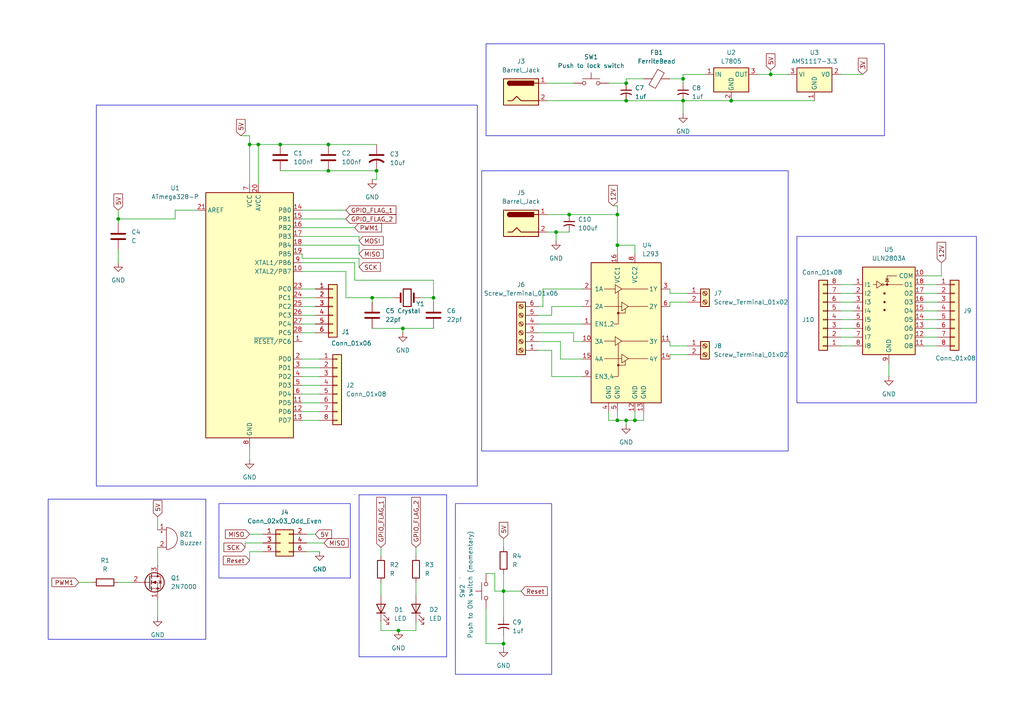
<source format=kicad_sch>
(kicad_sch
	(version 20250114)
	(generator "eeschema")
	(generator_version "9.0")
	(uuid "25d7fe25-d716-4c82-b727-1b2c01aaf7ba")
	(paper "A4")
	(title_block
		(title "E158 60002240293 Krishnna Pandya")
	)
	(lib_symbols
		(symbol "Connector:Barrel_Jack"
			(pin_names
				(offset 1.016)
			)
			(exclude_from_sim no)
			(in_bom yes)
			(on_board yes)
			(property "Reference" "J"
				(at 0 5.334 0)
				(effects
					(font
						(size 1.27 1.27)
					)
				)
			)
			(property "Value" "Barrel_Jack"
				(at 0 -5.08 0)
				(effects
					(font
						(size 1.27 1.27)
					)
				)
			)
			(property "Footprint" ""
				(at 1.27 -1.016 0)
				(effects
					(font
						(size 1.27 1.27)
					)
					(hide yes)
				)
			)
			(property "Datasheet" "~"
				(at 1.27 -1.016 0)
				(effects
					(font
						(size 1.27 1.27)
					)
					(hide yes)
				)
			)
			(property "Description" "DC Barrel Jack"
				(at 0 0 0)
				(effects
					(font
						(size 1.27 1.27)
					)
					(hide yes)
				)
			)
			(property "ki_keywords" "DC power barrel jack connector"
				(at 0 0 0)
				(effects
					(font
						(size 1.27 1.27)
					)
					(hide yes)
				)
			)
			(property "ki_fp_filters" "BarrelJack*"
				(at 0 0 0)
				(effects
					(font
						(size 1.27 1.27)
					)
					(hide yes)
				)
			)
			(symbol "Barrel_Jack_0_1"
				(rectangle
					(start -5.08 3.81)
					(end 5.08 -3.81)
					(stroke
						(width 0.254)
						(type default)
					)
					(fill
						(type background)
					)
				)
				(polyline
					(pts
						(xy -3.81 -2.54) (xy -2.54 -2.54) (xy -1.27 -1.27) (xy 0 -2.54) (xy 2.54 -2.54) (xy 5.08 -2.54)
					)
					(stroke
						(width 0.254)
						(type default)
					)
					(fill
						(type none)
					)
				)
				(arc
					(start -3.302 1.905)
					(mid -3.9343 2.54)
					(end -3.302 3.175)
					(stroke
						(width 0.254)
						(type default)
					)
					(fill
						(type none)
					)
				)
				(arc
					(start -3.302 1.905)
					(mid -3.9343 2.54)
					(end -3.302 3.175)
					(stroke
						(width 0.254)
						(type default)
					)
					(fill
						(type outline)
					)
				)
				(rectangle
					(start 3.683 3.175)
					(end -3.302 1.905)
					(stroke
						(width 0.254)
						(type default)
					)
					(fill
						(type outline)
					)
				)
				(polyline
					(pts
						(xy 5.08 2.54) (xy 3.81 2.54)
					)
					(stroke
						(width 0.254)
						(type default)
					)
					(fill
						(type none)
					)
				)
			)
			(symbol "Barrel_Jack_1_1"
				(pin passive line
					(at 7.62 2.54 180)
					(length 2.54)
					(name "~"
						(effects
							(font
								(size 1.27 1.27)
							)
						)
					)
					(number "1"
						(effects
							(font
								(size 1.27 1.27)
							)
						)
					)
				)
				(pin passive line
					(at 7.62 -2.54 180)
					(length 2.54)
					(name "~"
						(effects
							(font
								(size 1.27 1.27)
							)
						)
					)
					(number "2"
						(effects
							(font
								(size 1.27 1.27)
							)
						)
					)
				)
			)
			(embedded_fonts no)
		)
		(symbol "Connector:Screw_Terminal_01x02"
			(pin_names
				(offset 1.016)
				(hide yes)
			)
			(exclude_from_sim no)
			(in_bom yes)
			(on_board yes)
			(property "Reference" "J"
				(at 0 2.54 0)
				(effects
					(font
						(size 1.27 1.27)
					)
				)
			)
			(property "Value" "Screw_Terminal_01x02"
				(at 0 -5.08 0)
				(effects
					(font
						(size 1.27 1.27)
					)
				)
			)
			(property "Footprint" ""
				(at 0 0 0)
				(effects
					(font
						(size 1.27 1.27)
					)
					(hide yes)
				)
			)
			(property "Datasheet" "~"
				(at 0 0 0)
				(effects
					(font
						(size 1.27 1.27)
					)
					(hide yes)
				)
			)
			(property "Description" "Generic screw terminal, single row, 01x02, script generated (kicad-library-utils/schlib/autogen/connector/)"
				(at 0 0 0)
				(effects
					(font
						(size 1.27 1.27)
					)
					(hide yes)
				)
			)
			(property "ki_keywords" "screw terminal"
				(at 0 0 0)
				(effects
					(font
						(size 1.27 1.27)
					)
					(hide yes)
				)
			)
			(property "ki_fp_filters" "TerminalBlock*:*"
				(at 0 0 0)
				(effects
					(font
						(size 1.27 1.27)
					)
					(hide yes)
				)
			)
			(symbol "Screw_Terminal_01x02_1_1"
				(rectangle
					(start -1.27 1.27)
					(end 1.27 -3.81)
					(stroke
						(width 0.254)
						(type default)
					)
					(fill
						(type background)
					)
				)
				(polyline
					(pts
						(xy -0.5334 0.3302) (xy 0.3302 -0.508)
					)
					(stroke
						(width 0.1524)
						(type default)
					)
					(fill
						(type none)
					)
				)
				(polyline
					(pts
						(xy -0.5334 -2.2098) (xy 0.3302 -3.048)
					)
					(stroke
						(width 0.1524)
						(type default)
					)
					(fill
						(type none)
					)
				)
				(polyline
					(pts
						(xy -0.3556 0.508) (xy 0.508 -0.3302)
					)
					(stroke
						(width 0.1524)
						(type default)
					)
					(fill
						(type none)
					)
				)
				(polyline
					(pts
						(xy -0.3556 -2.032) (xy 0.508 -2.8702)
					)
					(stroke
						(width 0.1524)
						(type default)
					)
					(fill
						(type none)
					)
				)
				(circle
					(center 0 0)
					(radius 0.635)
					(stroke
						(width 0.1524)
						(type default)
					)
					(fill
						(type none)
					)
				)
				(circle
					(center 0 -2.54)
					(radius 0.635)
					(stroke
						(width 0.1524)
						(type default)
					)
					(fill
						(type none)
					)
				)
				(pin passive line
					(at -5.08 0 0)
					(length 3.81)
					(name "Pin_1"
						(effects
							(font
								(size 1.27 1.27)
							)
						)
					)
					(number "1"
						(effects
							(font
								(size 1.27 1.27)
							)
						)
					)
				)
				(pin passive line
					(at -5.08 -2.54 0)
					(length 3.81)
					(name "Pin_2"
						(effects
							(font
								(size 1.27 1.27)
							)
						)
					)
					(number "2"
						(effects
							(font
								(size 1.27 1.27)
							)
						)
					)
				)
			)
			(embedded_fonts no)
		)
		(symbol "Connector:Screw_Terminal_01x06"
			(pin_names
				(offset 1.016)
				(hide yes)
			)
			(exclude_from_sim no)
			(in_bom yes)
			(on_board yes)
			(property "Reference" "J"
				(at 0 7.62 0)
				(effects
					(font
						(size 1.27 1.27)
					)
				)
			)
			(property "Value" "Screw_Terminal_01x06"
				(at 0 -10.16 0)
				(effects
					(font
						(size 1.27 1.27)
					)
				)
			)
			(property "Footprint" ""
				(at 0 0 0)
				(effects
					(font
						(size 1.27 1.27)
					)
					(hide yes)
				)
			)
			(property "Datasheet" "~"
				(at 0 0 0)
				(effects
					(font
						(size 1.27 1.27)
					)
					(hide yes)
				)
			)
			(property "Description" "Generic screw terminal, single row, 01x06, script generated (kicad-library-utils/schlib/autogen/connector/)"
				(at 0 0 0)
				(effects
					(font
						(size 1.27 1.27)
					)
					(hide yes)
				)
			)
			(property "ki_keywords" "screw terminal"
				(at 0 0 0)
				(effects
					(font
						(size 1.27 1.27)
					)
					(hide yes)
				)
			)
			(property "ki_fp_filters" "TerminalBlock*:*"
				(at 0 0 0)
				(effects
					(font
						(size 1.27 1.27)
					)
					(hide yes)
				)
			)
			(symbol "Screw_Terminal_01x06_1_1"
				(rectangle
					(start -1.27 6.35)
					(end 1.27 -8.89)
					(stroke
						(width 0.254)
						(type default)
					)
					(fill
						(type background)
					)
				)
				(polyline
					(pts
						(xy -0.5334 5.4102) (xy 0.3302 4.572)
					)
					(stroke
						(width 0.1524)
						(type default)
					)
					(fill
						(type none)
					)
				)
				(polyline
					(pts
						(xy -0.5334 2.8702) (xy 0.3302 2.032)
					)
					(stroke
						(width 0.1524)
						(type default)
					)
					(fill
						(type none)
					)
				)
				(polyline
					(pts
						(xy -0.5334 0.3302) (xy 0.3302 -0.508)
					)
					(stroke
						(width 0.1524)
						(type default)
					)
					(fill
						(type none)
					)
				)
				(polyline
					(pts
						(xy -0.5334 -2.2098) (xy 0.3302 -3.048)
					)
					(stroke
						(width 0.1524)
						(type default)
					)
					(fill
						(type none)
					)
				)
				(polyline
					(pts
						(xy -0.5334 -4.7498) (xy 0.3302 -5.588)
					)
					(stroke
						(width 0.1524)
						(type default)
					)
					(fill
						(type none)
					)
				)
				(polyline
					(pts
						(xy -0.5334 -7.2898) (xy 0.3302 -8.128)
					)
					(stroke
						(width 0.1524)
						(type default)
					)
					(fill
						(type none)
					)
				)
				(polyline
					(pts
						(xy -0.3556 5.588) (xy 0.508 4.7498)
					)
					(stroke
						(width 0.1524)
						(type default)
					)
					(fill
						(type none)
					)
				)
				(polyline
					(pts
						(xy -0.3556 3.048) (xy 0.508 2.2098)
					)
					(stroke
						(width 0.1524)
						(type default)
					)
					(fill
						(type none)
					)
				)
				(polyline
					(pts
						(xy -0.3556 0.508) (xy 0.508 -0.3302)
					)
					(stroke
						(width 0.1524)
						(type default)
					)
					(fill
						(type none)
					)
				)
				(polyline
					(pts
						(xy -0.3556 -2.032) (xy 0.508 -2.8702)
					)
					(stroke
						(width 0.1524)
						(type default)
					)
					(fill
						(type none)
					)
				)
				(polyline
					(pts
						(xy -0.3556 -4.572) (xy 0.508 -5.4102)
					)
					(stroke
						(width 0.1524)
						(type default)
					)
					(fill
						(type none)
					)
				)
				(polyline
					(pts
						(xy -0.3556 -7.112) (xy 0.508 -7.9502)
					)
					(stroke
						(width 0.1524)
						(type default)
					)
					(fill
						(type none)
					)
				)
				(circle
					(center 0 5.08)
					(radius 0.635)
					(stroke
						(width 0.1524)
						(type default)
					)
					(fill
						(type none)
					)
				)
				(circle
					(center 0 2.54)
					(radius 0.635)
					(stroke
						(width 0.1524)
						(type default)
					)
					(fill
						(type none)
					)
				)
				(circle
					(center 0 0)
					(radius 0.635)
					(stroke
						(width 0.1524)
						(type default)
					)
					(fill
						(type none)
					)
				)
				(circle
					(center 0 -2.54)
					(radius 0.635)
					(stroke
						(width 0.1524)
						(type default)
					)
					(fill
						(type none)
					)
				)
				(circle
					(center 0 -5.08)
					(radius 0.635)
					(stroke
						(width 0.1524)
						(type default)
					)
					(fill
						(type none)
					)
				)
				(circle
					(center 0 -7.62)
					(radius 0.635)
					(stroke
						(width 0.1524)
						(type default)
					)
					(fill
						(type none)
					)
				)
				(pin passive line
					(at -5.08 5.08 0)
					(length 3.81)
					(name "Pin_1"
						(effects
							(font
								(size 1.27 1.27)
							)
						)
					)
					(number "1"
						(effects
							(font
								(size 1.27 1.27)
							)
						)
					)
				)
				(pin passive line
					(at -5.08 2.54 0)
					(length 3.81)
					(name "Pin_2"
						(effects
							(font
								(size 1.27 1.27)
							)
						)
					)
					(number "2"
						(effects
							(font
								(size 1.27 1.27)
							)
						)
					)
				)
				(pin passive line
					(at -5.08 0 0)
					(length 3.81)
					(name "Pin_3"
						(effects
							(font
								(size 1.27 1.27)
							)
						)
					)
					(number "3"
						(effects
							(font
								(size 1.27 1.27)
							)
						)
					)
				)
				(pin passive line
					(at -5.08 -2.54 0)
					(length 3.81)
					(name "Pin_4"
						(effects
							(font
								(size 1.27 1.27)
							)
						)
					)
					(number "4"
						(effects
							(font
								(size 1.27 1.27)
							)
						)
					)
				)
				(pin passive line
					(at -5.08 -5.08 0)
					(length 3.81)
					(name "Pin_5"
						(effects
							(font
								(size 1.27 1.27)
							)
						)
					)
					(number "5"
						(effects
							(font
								(size 1.27 1.27)
							)
						)
					)
				)
				(pin passive line
					(at -5.08 -7.62 0)
					(length 3.81)
					(name "Pin_6"
						(effects
							(font
								(size 1.27 1.27)
							)
						)
					)
					(number "6"
						(effects
							(font
								(size 1.27 1.27)
							)
						)
					)
				)
			)
			(embedded_fonts no)
		)
		(symbol "Connector_Generic:Conn_01x06"
			(pin_names
				(offset 1.016)
				(hide yes)
			)
			(exclude_from_sim no)
			(in_bom yes)
			(on_board yes)
			(property "Reference" "J"
				(at 0 7.62 0)
				(effects
					(font
						(size 1.27 1.27)
					)
				)
			)
			(property "Value" "Conn_01x06"
				(at 0 -10.16 0)
				(effects
					(font
						(size 1.27 1.27)
					)
				)
			)
			(property "Footprint" ""
				(at 0 0 0)
				(effects
					(font
						(size 1.27 1.27)
					)
					(hide yes)
				)
			)
			(property "Datasheet" "~"
				(at 0 0 0)
				(effects
					(font
						(size 1.27 1.27)
					)
					(hide yes)
				)
			)
			(property "Description" "Generic connector, single row, 01x06, script generated (kicad-library-utils/schlib/autogen/connector/)"
				(at 0 0 0)
				(effects
					(font
						(size 1.27 1.27)
					)
					(hide yes)
				)
			)
			(property "ki_keywords" "connector"
				(at 0 0 0)
				(effects
					(font
						(size 1.27 1.27)
					)
					(hide yes)
				)
			)
			(property "ki_fp_filters" "Connector*:*_1x??_*"
				(at 0 0 0)
				(effects
					(font
						(size 1.27 1.27)
					)
					(hide yes)
				)
			)
			(symbol "Conn_01x06_1_1"
				(rectangle
					(start -1.27 6.35)
					(end 1.27 -8.89)
					(stroke
						(width 0.254)
						(type default)
					)
					(fill
						(type background)
					)
				)
				(rectangle
					(start -1.27 5.207)
					(end 0 4.953)
					(stroke
						(width 0.1524)
						(type default)
					)
					(fill
						(type none)
					)
				)
				(rectangle
					(start -1.27 2.667)
					(end 0 2.413)
					(stroke
						(width 0.1524)
						(type default)
					)
					(fill
						(type none)
					)
				)
				(rectangle
					(start -1.27 0.127)
					(end 0 -0.127)
					(stroke
						(width 0.1524)
						(type default)
					)
					(fill
						(type none)
					)
				)
				(rectangle
					(start -1.27 -2.413)
					(end 0 -2.667)
					(stroke
						(width 0.1524)
						(type default)
					)
					(fill
						(type none)
					)
				)
				(rectangle
					(start -1.27 -4.953)
					(end 0 -5.207)
					(stroke
						(width 0.1524)
						(type default)
					)
					(fill
						(type none)
					)
				)
				(rectangle
					(start -1.27 -7.493)
					(end 0 -7.747)
					(stroke
						(width 0.1524)
						(type default)
					)
					(fill
						(type none)
					)
				)
				(pin passive line
					(at -5.08 5.08 0)
					(length 3.81)
					(name "Pin_1"
						(effects
							(font
								(size 1.27 1.27)
							)
						)
					)
					(number "1"
						(effects
							(font
								(size 1.27 1.27)
							)
						)
					)
				)
				(pin passive line
					(at -5.08 2.54 0)
					(length 3.81)
					(name "Pin_2"
						(effects
							(font
								(size 1.27 1.27)
							)
						)
					)
					(number "2"
						(effects
							(font
								(size 1.27 1.27)
							)
						)
					)
				)
				(pin passive line
					(at -5.08 0 0)
					(length 3.81)
					(name "Pin_3"
						(effects
							(font
								(size 1.27 1.27)
							)
						)
					)
					(number "3"
						(effects
							(font
								(size 1.27 1.27)
							)
						)
					)
				)
				(pin passive line
					(at -5.08 -2.54 0)
					(length 3.81)
					(name "Pin_4"
						(effects
							(font
								(size 1.27 1.27)
							)
						)
					)
					(number "4"
						(effects
							(font
								(size 1.27 1.27)
							)
						)
					)
				)
				(pin passive line
					(at -5.08 -5.08 0)
					(length 3.81)
					(name "Pin_5"
						(effects
							(font
								(size 1.27 1.27)
							)
						)
					)
					(number "5"
						(effects
							(font
								(size 1.27 1.27)
							)
						)
					)
				)
				(pin passive line
					(at -5.08 -7.62 0)
					(length 3.81)
					(name "Pin_6"
						(effects
							(font
								(size 1.27 1.27)
							)
						)
					)
					(number "6"
						(effects
							(font
								(size 1.27 1.27)
							)
						)
					)
				)
			)
			(embedded_fonts no)
		)
		(symbol "Connector_Generic:Conn_01x08"
			(pin_names
				(offset 1.016)
				(hide yes)
			)
			(exclude_from_sim no)
			(in_bom yes)
			(on_board yes)
			(property "Reference" "J"
				(at 0 10.16 0)
				(effects
					(font
						(size 1.27 1.27)
					)
				)
			)
			(property "Value" "Conn_01x08"
				(at 0 -12.7 0)
				(effects
					(font
						(size 1.27 1.27)
					)
				)
			)
			(property "Footprint" ""
				(at 0 0 0)
				(effects
					(font
						(size 1.27 1.27)
					)
					(hide yes)
				)
			)
			(property "Datasheet" "~"
				(at 0 0 0)
				(effects
					(font
						(size 1.27 1.27)
					)
					(hide yes)
				)
			)
			(property "Description" "Generic connector, single row, 01x08, script generated (kicad-library-utils/schlib/autogen/connector/)"
				(at 0 0 0)
				(effects
					(font
						(size 1.27 1.27)
					)
					(hide yes)
				)
			)
			(property "ki_keywords" "connector"
				(at 0 0 0)
				(effects
					(font
						(size 1.27 1.27)
					)
					(hide yes)
				)
			)
			(property "ki_fp_filters" "Connector*:*_1x??_*"
				(at 0 0 0)
				(effects
					(font
						(size 1.27 1.27)
					)
					(hide yes)
				)
			)
			(symbol "Conn_01x08_1_1"
				(rectangle
					(start -1.27 8.89)
					(end 1.27 -11.43)
					(stroke
						(width 0.254)
						(type default)
					)
					(fill
						(type background)
					)
				)
				(rectangle
					(start -1.27 7.747)
					(end 0 7.493)
					(stroke
						(width 0.1524)
						(type default)
					)
					(fill
						(type none)
					)
				)
				(rectangle
					(start -1.27 5.207)
					(end 0 4.953)
					(stroke
						(width 0.1524)
						(type default)
					)
					(fill
						(type none)
					)
				)
				(rectangle
					(start -1.27 2.667)
					(end 0 2.413)
					(stroke
						(width 0.1524)
						(type default)
					)
					(fill
						(type none)
					)
				)
				(rectangle
					(start -1.27 0.127)
					(end 0 -0.127)
					(stroke
						(width 0.1524)
						(type default)
					)
					(fill
						(type none)
					)
				)
				(rectangle
					(start -1.27 -2.413)
					(end 0 -2.667)
					(stroke
						(width 0.1524)
						(type default)
					)
					(fill
						(type none)
					)
				)
				(rectangle
					(start -1.27 -4.953)
					(end 0 -5.207)
					(stroke
						(width 0.1524)
						(type default)
					)
					(fill
						(type none)
					)
				)
				(rectangle
					(start -1.27 -7.493)
					(end 0 -7.747)
					(stroke
						(width 0.1524)
						(type default)
					)
					(fill
						(type none)
					)
				)
				(rectangle
					(start -1.27 -10.033)
					(end 0 -10.287)
					(stroke
						(width 0.1524)
						(type default)
					)
					(fill
						(type none)
					)
				)
				(pin passive line
					(at -5.08 7.62 0)
					(length 3.81)
					(name "Pin_1"
						(effects
							(font
								(size 1.27 1.27)
							)
						)
					)
					(number "1"
						(effects
							(font
								(size 1.27 1.27)
							)
						)
					)
				)
				(pin passive line
					(at -5.08 5.08 0)
					(length 3.81)
					(name "Pin_2"
						(effects
							(font
								(size 1.27 1.27)
							)
						)
					)
					(number "2"
						(effects
							(font
								(size 1.27 1.27)
							)
						)
					)
				)
				(pin passive line
					(at -5.08 2.54 0)
					(length 3.81)
					(name "Pin_3"
						(effects
							(font
								(size 1.27 1.27)
							)
						)
					)
					(number "3"
						(effects
							(font
								(size 1.27 1.27)
							)
						)
					)
				)
				(pin passive line
					(at -5.08 0 0)
					(length 3.81)
					(name "Pin_4"
						(effects
							(font
								(size 1.27 1.27)
							)
						)
					)
					(number "4"
						(effects
							(font
								(size 1.27 1.27)
							)
						)
					)
				)
				(pin passive line
					(at -5.08 -2.54 0)
					(length 3.81)
					(name "Pin_5"
						(effects
							(font
								(size 1.27 1.27)
							)
						)
					)
					(number "5"
						(effects
							(font
								(size 1.27 1.27)
							)
						)
					)
				)
				(pin passive line
					(at -5.08 -5.08 0)
					(length 3.81)
					(name "Pin_6"
						(effects
							(font
								(size 1.27 1.27)
							)
						)
					)
					(number "6"
						(effects
							(font
								(size 1.27 1.27)
							)
						)
					)
				)
				(pin passive line
					(at -5.08 -7.62 0)
					(length 3.81)
					(name "Pin_7"
						(effects
							(font
								(size 1.27 1.27)
							)
						)
					)
					(number "7"
						(effects
							(font
								(size 1.27 1.27)
							)
						)
					)
				)
				(pin passive line
					(at -5.08 -10.16 0)
					(length 3.81)
					(name "Pin_8"
						(effects
							(font
								(size 1.27 1.27)
							)
						)
					)
					(number "8"
						(effects
							(font
								(size 1.27 1.27)
							)
						)
					)
				)
			)
			(embedded_fonts no)
		)
		(symbol "Connector_Generic:Conn_02x03_Odd_Even"
			(pin_names
				(offset 1.016)
				(hide yes)
			)
			(exclude_from_sim no)
			(in_bom yes)
			(on_board yes)
			(property "Reference" "J"
				(at 1.27 5.08 0)
				(effects
					(font
						(size 1.27 1.27)
					)
				)
			)
			(property "Value" "Conn_02x03_Odd_Even"
				(at 1.27 -5.08 0)
				(effects
					(font
						(size 1.27 1.27)
					)
				)
			)
			(property "Footprint" ""
				(at 0 0 0)
				(effects
					(font
						(size 1.27 1.27)
					)
					(hide yes)
				)
			)
			(property "Datasheet" "~"
				(at 0 0 0)
				(effects
					(font
						(size 1.27 1.27)
					)
					(hide yes)
				)
			)
			(property "Description" "Generic connector, double row, 02x03, odd/even pin numbering scheme (row 1 odd numbers, row 2 even numbers), script generated (kicad-library-utils/schlib/autogen/connector/)"
				(at 0 0 0)
				(effects
					(font
						(size 1.27 1.27)
					)
					(hide yes)
				)
			)
			(property "ki_keywords" "connector"
				(at 0 0 0)
				(effects
					(font
						(size 1.27 1.27)
					)
					(hide yes)
				)
			)
			(property "ki_fp_filters" "Connector*:*_2x??_*"
				(at 0 0 0)
				(effects
					(font
						(size 1.27 1.27)
					)
					(hide yes)
				)
			)
			(symbol "Conn_02x03_Odd_Even_1_1"
				(rectangle
					(start -1.27 3.81)
					(end 3.81 -3.81)
					(stroke
						(width 0.254)
						(type default)
					)
					(fill
						(type background)
					)
				)
				(rectangle
					(start -1.27 2.667)
					(end 0 2.413)
					(stroke
						(width 0.1524)
						(type default)
					)
					(fill
						(type none)
					)
				)
				(rectangle
					(start -1.27 0.127)
					(end 0 -0.127)
					(stroke
						(width 0.1524)
						(type default)
					)
					(fill
						(type none)
					)
				)
				(rectangle
					(start -1.27 -2.413)
					(end 0 -2.667)
					(stroke
						(width 0.1524)
						(type default)
					)
					(fill
						(type none)
					)
				)
				(rectangle
					(start 3.81 2.667)
					(end 2.54 2.413)
					(stroke
						(width 0.1524)
						(type default)
					)
					(fill
						(type none)
					)
				)
				(rectangle
					(start 3.81 0.127)
					(end 2.54 -0.127)
					(stroke
						(width 0.1524)
						(type default)
					)
					(fill
						(type none)
					)
				)
				(rectangle
					(start 3.81 -2.413)
					(end 2.54 -2.667)
					(stroke
						(width 0.1524)
						(type default)
					)
					(fill
						(type none)
					)
				)
				(pin passive line
					(at -5.08 2.54 0)
					(length 3.81)
					(name "Pin_1"
						(effects
							(font
								(size 1.27 1.27)
							)
						)
					)
					(number "1"
						(effects
							(font
								(size 1.27 1.27)
							)
						)
					)
				)
				(pin passive line
					(at -5.08 0 0)
					(length 3.81)
					(name "Pin_3"
						(effects
							(font
								(size 1.27 1.27)
							)
						)
					)
					(number "3"
						(effects
							(font
								(size 1.27 1.27)
							)
						)
					)
				)
				(pin passive line
					(at -5.08 -2.54 0)
					(length 3.81)
					(name "Pin_5"
						(effects
							(font
								(size 1.27 1.27)
							)
						)
					)
					(number "5"
						(effects
							(font
								(size 1.27 1.27)
							)
						)
					)
				)
				(pin passive line
					(at 7.62 2.54 180)
					(length 3.81)
					(name "Pin_2"
						(effects
							(font
								(size 1.27 1.27)
							)
						)
					)
					(number "2"
						(effects
							(font
								(size 1.27 1.27)
							)
						)
					)
				)
				(pin passive line
					(at 7.62 0 180)
					(length 3.81)
					(name "Pin_4"
						(effects
							(font
								(size 1.27 1.27)
							)
						)
					)
					(number "4"
						(effects
							(font
								(size 1.27 1.27)
							)
						)
					)
				)
				(pin passive line
					(at 7.62 -2.54 180)
					(length 3.81)
					(name "Pin_6"
						(effects
							(font
								(size 1.27 1.27)
							)
						)
					)
					(number "6"
						(effects
							(font
								(size 1.27 1.27)
							)
						)
					)
				)
			)
			(embedded_fonts no)
		)
		(symbol "Device:Buzzer"
			(pin_names
				(offset 0.0254)
				(hide yes)
			)
			(exclude_from_sim no)
			(in_bom yes)
			(on_board yes)
			(property "Reference" "BZ"
				(at 3.81 1.27 0)
				(effects
					(font
						(size 1.27 1.27)
					)
					(justify left)
				)
			)
			(property "Value" "Buzzer"
				(at 3.81 -1.27 0)
				(effects
					(font
						(size 1.27 1.27)
					)
					(justify left)
				)
			)
			(property "Footprint" ""
				(at -0.635 2.54 90)
				(effects
					(font
						(size 1.27 1.27)
					)
					(hide yes)
				)
			)
			(property "Datasheet" "~"
				(at -0.635 2.54 90)
				(effects
					(font
						(size 1.27 1.27)
					)
					(hide yes)
				)
			)
			(property "Description" "Buzzer, polarized"
				(at 0 0 0)
				(effects
					(font
						(size 1.27 1.27)
					)
					(hide yes)
				)
			)
			(property "ki_keywords" "quartz resonator ceramic"
				(at 0 0 0)
				(effects
					(font
						(size 1.27 1.27)
					)
					(hide yes)
				)
			)
			(property "ki_fp_filters" "*Buzzer*"
				(at 0 0 0)
				(effects
					(font
						(size 1.27 1.27)
					)
					(hide yes)
				)
			)
			(symbol "Buzzer_0_1"
				(polyline
					(pts
						(xy -1.651 1.905) (xy -1.143 1.905)
					)
					(stroke
						(width 0)
						(type default)
					)
					(fill
						(type none)
					)
				)
				(polyline
					(pts
						(xy -1.397 2.159) (xy -1.397 1.651)
					)
					(stroke
						(width 0)
						(type default)
					)
					(fill
						(type none)
					)
				)
				(arc
					(start 0 3.175)
					(mid 3.1612 0)
					(end 0 -3.175)
					(stroke
						(width 0)
						(type default)
					)
					(fill
						(type none)
					)
				)
				(polyline
					(pts
						(xy 0 3.175) (xy 0 -3.175)
					)
					(stroke
						(width 0)
						(type default)
					)
					(fill
						(type none)
					)
				)
			)
			(symbol "Buzzer_1_1"
				(pin passive line
					(at -2.54 2.54 0)
					(length 2.54)
					(name "+"
						(effects
							(font
								(size 1.27 1.27)
							)
						)
					)
					(number "1"
						(effects
							(font
								(size 1.27 1.27)
							)
						)
					)
				)
				(pin passive line
					(at -2.54 -2.54 0)
					(length 2.54)
					(name "-"
						(effects
							(font
								(size 1.27 1.27)
							)
						)
					)
					(number "2"
						(effects
							(font
								(size 1.27 1.27)
							)
						)
					)
				)
			)
			(embedded_fonts no)
		)
		(symbol "Device:C"
			(pin_numbers
				(hide yes)
			)
			(pin_names
				(offset 0.254)
			)
			(exclude_from_sim no)
			(in_bom yes)
			(on_board yes)
			(property "Reference" "C"
				(at 0.635 2.54 0)
				(effects
					(font
						(size 1.27 1.27)
					)
					(justify left)
				)
			)
			(property "Value" "C"
				(at 0.635 -2.54 0)
				(effects
					(font
						(size 1.27 1.27)
					)
					(justify left)
				)
			)
			(property "Footprint" ""
				(at 0.9652 -3.81 0)
				(effects
					(font
						(size 1.27 1.27)
					)
					(hide yes)
				)
			)
			(property "Datasheet" "~"
				(at 0 0 0)
				(effects
					(font
						(size 1.27 1.27)
					)
					(hide yes)
				)
			)
			(property "Description" "Unpolarized capacitor"
				(at 0 0 0)
				(effects
					(font
						(size 1.27 1.27)
					)
					(hide yes)
				)
			)
			(property "ki_keywords" "cap capacitor"
				(at 0 0 0)
				(effects
					(font
						(size 1.27 1.27)
					)
					(hide yes)
				)
			)
			(property "ki_fp_filters" "C_*"
				(at 0 0 0)
				(effects
					(font
						(size 1.27 1.27)
					)
					(hide yes)
				)
			)
			(symbol "C_0_1"
				(polyline
					(pts
						(xy -2.032 0.762) (xy 2.032 0.762)
					)
					(stroke
						(width 0.508)
						(type default)
					)
					(fill
						(type none)
					)
				)
				(polyline
					(pts
						(xy -2.032 -0.762) (xy 2.032 -0.762)
					)
					(stroke
						(width 0.508)
						(type default)
					)
					(fill
						(type none)
					)
				)
			)
			(symbol "C_1_1"
				(pin passive line
					(at 0 3.81 270)
					(length 2.794)
					(name "~"
						(effects
							(font
								(size 1.27 1.27)
							)
						)
					)
					(number "1"
						(effects
							(font
								(size 1.27 1.27)
							)
						)
					)
				)
				(pin passive line
					(at 0 -3.81 90)
					(length 2.794)
					(name "~"
						(effects
							(font
								(size 1.27 1.27)
							)
						)
					)
					(number "2"
						(effects
							(font
								(size 1.27 1.27)
							)
						)
					)
				)
			)
			(embedded_fonts no)
		)
		(symbol "Device:C_Small_US"
			(pin_numbers
				(hide yes)
			)
			(pin_names
				(offset 0.254)
				(hide yes)
			)
			(exclude_from_sim no)
			(in_bom yes)
			(on_board yes)
			(property "Reference" "C"
				(at 0.254 1.778 0)
				(effects
					(font
						(size 1.27 1.27)
					)
					(justify left)
				)
			)
			(property "Value" "C_Small_US"
				(at 0.254 -2.032 0)
				(effects
					(font
						(size 1.27 1.27)
					)
					(justify left)
				)
			)
			(property "Footprint" ""
				(at 0 0 0)
				(effects
					(font
						(size 1.27 1.27)
					)
					(hide yes)
				)
			)
			(property "Datasheet" ""
				(at 0 0 0)
				(effects
					(font
						(size 1.27 1.27)
					)
					(hide yes)
				)
			)
			(property "Description" "capacitor, small US symbol"
				(at 0 0 0)
				(effects
					(font
						(size 1.27 1.27)
					)
					(hide yes)
				)
			)
			(property "ki_keywords" "cap capacitor"
				(at 0 0 0)
				(effects
					(font
						(size 1.27 1.27)
					)
					(hide yes)
				)
			)
			(property "ki_fp_filters" "C_*"
				(at 0 0 0)
				(effects
					(font
						(size 1.27 1.27)
					)
					(hide yes)
				)
			)
			(symbol "C_Small_US_0_1"
				(polyline
					(pts
						(xy -1.524 0.508) (xy 1.524 0.508)
					)
					(stroke
						(width 0.3048)
						(type default)
					)
					(fill
						(type none)
					)
				)
				(arc
					(start -1.524 -0.762)
					(mid 0 -0.3734)
					(end 1.524 -0.762)
					(stroke
						(width 0.3048)
						(type default)
					)
					(fill
						(type none)
					)
				)
			)
			(symbol "C_Small_US_1_1"
				(pin passive line
					(at 0 2.54 270)
					(length 2.032)
					(name "~"
						(effects
							(font
								(size 1.27 1.27)
							)
						)
					)
					(number "1"
						(effects
							(font
								(size 1.27 1.27)
							)
						)
					)
				)
				(pin passive line
					(at 0 -2.54 90)
					(length 2.032)
					(name "~"
						(effects
							(font
								(size 1.27 1.27)
							)
						)
					)
					(number "2"
						(effects
							(font
								(size 1.27 1.27)
							)
						)
					)
				)
			)
			(embedded_fonts no)
		)
		(symbol "Device:C_US"
			(pin_numbers
				(hide yes)
			)
			(pin_names
				(offset 0.254)
				(hide yes)
			)
			(exclude_from_sim no)
			(in_bom yes)
			(on_board yes)
			(property "Reference" "C"
				(at 0.635 2.54 0)
				(effects
					(font
						(size 1.27 1.27)
					)
					(justify left)
				)
			)
			(property "Value" "C_US"
				(at 0.635 -2.54 0)
				(effects
					(font
						(size 1.27 1.27)
					)
					(justify left)
				)
			)
			(property "Footprint" ""
				(at 0 0 0)
				(effects
					(font
						(size 1.27 1.27)
					)
					(hide yes)
				)
			)
			(property "Datasheet" ""
				(at 0 0 0)
				(effects
					(font
						(size 1.27 1.27)
					)
					(hide yes)
				)
			)
			(property "Description" "capacitor, US symbol"
				(at 0 0 0)
				(effects
					(font
						(size 1.27 1.27)
					)
					(hide yes)
				)
			)
			(property "ki_keywords" "cap capacitor"
				(at 0 0 0)
				(effects
					(font
						(size 1.27 1.27)
					)
					(hide yes)
				)
			)
			(property "ki_fp_filters" "C_*"
				(at 0 0 0)
				(effects
					(font
						(size 1.27 1.27)
					)
					(hide yes)
				)
			)
			(symbol "C_US_0_1"
				(polyline
					(pts
						(xy -2.032 0.762) (xy 2.032 0.762)
					)
					(stroke
						(width 0.508)
						(type default)
					)
					(fill
						(type none)
					)
				)
				(arc
					(start -2.032 -1.27)
					(mid 0 -0.5572)
					(end 2.032 -1.27)
					(stroke
						(width 0.508)
						(type default)
					)
					(fill
						(type none)
					)
				)
			)
			(symbol "C_US_1_1"
				(pin passive line
					(at 0 3.81 270)
					(length 2.794)
					(name "~"
						(effects
							(font
								(size 1.27 1.27)
							)
						)
					)
					(number "1"
						(effects
							(font
								(size 1.27 1.27)
							)
						)
					)
				)
				(pin passive line
					(at 0 -3.81 90)
					(length 3.302)
					(name "~"
						(effects
							(font
								(size 1.27 1.27)
							)
						)
					)
					(number "2"
						(effects
							(font
								(size 1.27 1.27)
							)
						)
					)
				)
			)
			(embedded_fonts no)
		)
		(symbol "Device:Crystal"
			(pin_numbers
				(hide yes)
			)
			(pin_names
				(offset 1.016)
				(hide yes)
			)
			(exclude_from_sim no)
			(in_bom yes)
			(on_board yes)
			(property "Reference" "Y"
				(at 0 3.81 0)
				(effects
					(font
						(size 1.27 1.27)
					)
				)
			)
			(property "Value" "Crystal"
				(at 0 -3.81 0)
				(effects
					(font
						(size 1.27 1.27)
					)
				)
			)
			(property "Footprint" ""
				(at 0 0 0)
				(effects
					(font
						(size 1.27 1.27)
					)
					(hide yes)
				)
			)
			(property "Datasheet" "~"
				(at 0 0 0)
				(effects
					(font
						(size 1.27 1.27)
					)
					(hide yes)
				)
			)
			(property "Description" "Two pin crystal"
				(at 0 0 0)
				(effects
					(font
						(size 1.27 1.27)
					)
					(hide yes)
				)
			)
			(property "ki_keywords" "quartz ceramic resonator oscillator"
				(at 0 0 0)
				(effects
					(font
						(size 1.27 1.27)
					)
					(hide yes)
				)
			)
			(property "ki_fp_filters" "Crystal*"
				(at 0 0 0)
				(effects
					(font
						(size 1.27 1.27)
					)
					(hide yes)
				)
			)
			(symbol "Crystal_0_1"
				(polyline
					(pts
						(xy -2.54 0) (xy -1.905 0)
					)
					(stroke
						(width 0)
						(type default)
					)
					(fill
						(type none)
					)
				)
				(polyline
					(pts
						(xy -1.905 -1.27) (xy -1.905 1.27)
					)
					(stroke
						(width 0.508)
						(type default)
					)
					(fill
						(type none)
					)
				)
				(rectangle
					(start -1.143 2.54)
					(end 1.143 -2.54)
					(stroke
						(width 0.3048)
						(type default)
					)
					(fill
						(type none)
					)
				)
				(polyline
					(pts
						(xy 1.905 -1.27) (xy 1.905 1.27)
					)
					(stroke
						(width 0.508)
						(type default)
					)
					(fill
						(type none)
					)
				)
				(polyline
					(pts
						(xy 2.54 0) (xy 1.905 0)
					)
					(stroke
						(width 0)
						(type default)
					)
					(fill
						(type none)
					)
				)
			)
			(symbol "Crystal_1_1"
				(pin passive line
					(at -3.81 0 0)
					(length 1.27)
					(name "1"
						(effects
							(font
								(size 1.27 1.27)
							)
						)
					)
					(number "1"
						(effects
							(font
								(size 1.27 1.27)
							)
						)
					)
				)
				(pin passive line
					(at 3.81 0 180)
					(length 1.27)
					(name "2"
						(effects
							(font
								(size 1.27 1.27)
							)
						)
					)
					(number "2"
						(effects
							(font
								(size 1.27 1.27)
							)
						)
					)
				)
			)
			(embedded_fonts no)
		)
		(symbol "Device:FerriteBead"
			(pin_numbers
				(hide yes)
			)
			(pin_names
				(offset 0)
			)
			(exclude_from_sim no)
			(in_bom yes)
			(on_board yes)
			(property "Reference" "FB"
				(at -3.81 0.635 90)
				(effects
					(font
						(size 1.27 1.27)
					)
				)
			)
			(property "Value" "FerriteBead"
				(at 3.81 0 90)
				(effects
					(font
						(size 1.27 1.27)
					)
				)
			)
			(property "Footprint" ""
				(at -1.778 0 90)
				(effects
					(font
						(size 1.27 1.27)
					)
					(hide yes)
				)
			)
			(property "Datasheet" "~"
				(at 0 0 0)
				(effects
					(font
						(size 1.27 1.27)
					)
					(hide yes)
				)
			)
			(property "Description" "Ferrite bead"
				(at 0 0 0)
				(effects
					(font
						(size 1.27 1.27)
					)
					(hide yes)
				)
			)
			(property "ki_keywords" "L ferrite bead inductor filter"
				(at 0 0 0)
				(effects
					(font
						(size 1.27 1.27)
					)
					(hide yes)
				)
			)
			(property "ki_fp_filters" "Inductor_* L_* *Ferrite*"
				(at 0 0 0)
				(effects
					(font
						(size 1.27 1.27)
					)
					(hide yes)
				)
			)
			(symbol "FerriteBead_0_1"
				(polyline
					(pts
						(xy -2.7686 0.4064) (xy -1.7018 2.2606) (xy 2.7686 -0.3048) (xy 1.6764 -2.159) (xy -2.7686 0.4064)
					)
					(stroke
						(width 0)
						(type default)
					)
					(fill
						(type none)
					)
				)
				(polyline
					(pts
						(xy 0 1.27) (xy 0 1.2954)
					)
					(stroke
						(width 0)
						(type default)
					)
					(fill
						(type none)
					)
				)
				(polyline
					(pts
						(xy 0 -1.27) (xy 0 -1.2192)
					)
					(stroke
						(width 0)
						(type default)
					)
					(fill
						(type none)
					)
				)
			)
			(symbol "FerriteBead_1_1"
				(pin passive line
					(at 0 3.81 270)
					(length 2.54)
					(name "~"
						(effects
							(font
								(size 1.27 1.27)
							)
						)
					)
					(number "1"
						(effects
							(font
								(size 1.27 1.27)
							)
						)
					)
				)
				(pin passive line
					(at 0 -3.81 90)
					(length 2.54)
					(name "~"
						(effects
							(font
								(size 1.27 1.27)
							)
						)
					)
					(number "2"
						(effects
							(font
								(size 1.27 1.27)
							)
						)
					)
				)
			)
			(embedded_fonts no)
		)
		(symbol "Device:LED"
			(pin_numbers
				(hide yes)
			)
			(pin_names
				(offset 1.016)
				(hide yes)
			)
			(exclude_from_sim no)
			(in_bom yes)
			(on_board yes)
			(property "Reference" "D"
				(at 0 2.54 0)
				(effects
					(font
						(size 1.27 1.27)
					)
				)
			)
			(property "Value" "LED"
				(at 0 -2.54 0)
				(effects
					(font
						(size 1.27 1.27)
					)
				)
			)
			(property "Footprint" ""
				(at 0 0 0)
				(effects
					(font
						(size 1.27 1.27)
					)
					(hide yes)
				)
			)
			(property "Datasheet" "~"
				(at 0 0 0)
				(effects
					(font
						(size 1.27 1.27)
					)
					(hide yes)
				)
			)
			(property "Description" "Light emitting diode"
				(at 0 0 0)
				(effects
					(font
						(size 1.27 1.27)
					)
					(hide yes)
				)
			)
			(property "Sim.Pins" "1=K 2=A"
				(at 0 0 0)
				(effects
					(font
						(size 1.27 1.27)
					)
					(hide yes)
				)
			)
			(property "ki_keywords" "LED diode"
				(at 0 0 0)
				(effects
					(font
						(size 1.27 1.27)
					)
					(hide yes)
				)
			)
			(property "ki_fp_filters" "LED* LED_SMD:* LED_THT:*"
				(at 0 0 0)
				(effects
					(font
						(size 1.27 1.27)
					)
					(hide yes)
				)
			)
			(symbol "LED_0_1"
				(polyline
					(pts
						(xy -3.048 -0.762) (xy -4.572 -2.286) (xy -3.81 -2.286) (xy -4.572 -2.286) (xy -4.572 -1.524)
					)
					(stroke
						(width 0)
						(type default)
					)
					(fill
						(type none)
					)
				)
				(polyline
					(pts
						(xy -1.778 -0.762) (xy -3.302 -2.286) (xy -2.54 -2.286) (xy -3.302 -2.286) (xy -3.302 -1.524)
					)
					(stroke
						(width 0)
						(type default)
					)
					(fill
						(type none)
					)
				)
				(polyline
					(pts
						(xy -1.27 0) (xy 1.27 0)
					)
					(stroke
						(width 0)
						(type default)
					)
					(fill
						(type none)
					)
				)
				(polyline
					(pts
						(xy -1.27 -1.27) (xy -1.27 1.27)
					)
					(stroke
						(width 0.254)
						(type default)
					)
					(fill
						(type none)
					)
				)
				(polyline
					(pts
						(xy 1.27 -1.27) (xy 1.27 1.27) (xy -1.27 0) (xy 1.27 -1.27)
					)
					(stroke
						(width 0.254)
						(type default)
					)
					(fill
						(type none)
					)
				)
			)
			(symbol "LED_1_1"
				(pin passive line
					(at -3.81 0 0)
					(length 2.54)
					(name "K"
						(effects
							(font
								(size 1.27 1.27)
							)
						)
					)
					(number "1"
						(effects
							(font
								(size 1.27 1.27)
							)
						)
					)
				)
				(pin passive line
					(at 3.81 0 180)
					(length 2.54)
					(name "A"
						(effects
							(font
								(size 1.27 1.27)
							)
						)
					)
					(number "2"
						(effects
							(font
								(size 1.27 1.27)
							)
						)
					)
				)
			)
			(embedded_fonts no)
		)
		(symbol "Device:R"
			(pin_numbers
				(hide yes)
			)
			(pin_names
				(offset 0)
			)
			(exclude_from_sim no)
			(in_bom yes)
			(on_board yes)
			(property "Reference" "R"
				(at 2.032 0 90)
				(effects
					(font
						(size 1.27 1.27)
					)
				)
			)
			(property "Value" "R"
				(at 0 0 90)
				(effects
					(font
						(size 1.27 1.27)
					)
				)
			)
			(property "Footprint" ""
				(at -1.778 0 90)
				(effects
					(font
						(size 1.27 1.27)
					)
					(hide yes)
				)
			)
			(property "Datasheet" "~"
				(at 0 0 0)
				(effects
					(font
						(size 1.27 1.27)
					)
					(hide yes)
				)
			)
			(property "Description" "Resistor"
				(at 0 0 0)
				(effects
					(font
						(size 1.27 1.27)
					)
					(hide yes)
				)
			)
			(property "ki_keywords" "R res resistor"
				(at 0 0 0)
				(effects
					(font
						(size 1.27 1.27)
					)
					(hide yes)
				)
			)
			(property "ki_fp_filters" "R_*"
				(at 0 0 0)
				(effects
					(font
						(size 1.27 1.27)
					)
					(hide yes)
				)
			)
			(symbol "R_0_1"
				(rectangle
					(start -1.016 -2.54)
					(end 1.016 2.54)
					(stroke
						(width 0.254)
						(type default)
					)
					(fill
						(type none)
					)
				)
			)
			(symbol "R_1_1"
				(pin passive line
					(at 0 3.81 270)
					(length 1.27)
					(name "~"
						(effects
							(font
								(size 1.27 1.27)
							)
						)
					)
					(number "1"
						(effects
							(font
								(size 1.27 1.27)
							)
						)
					)
				)
				(pin passive line
					(at 0 -3.81 90)
					(length 1.27)
					(name "~"
						(effects
							(font
								(size 1.27 1.27)
							)
						)
					)
					(number "2"
						(effects
							(font
								(size 1.27 1.27)
							)
						)
					)
				)
			)
			(embedded_fonts no)
		)
		(symbol "Driver_Motor:L293"
			(pin_names
				(offset 1.016)
			)
			(exclude_from_sim no)
			(in_bom yes)
			(on_board yes)
			(property "Reference" "U"
				(at -5.08 26.035 0)
				(effects
					(font
						(size 1.27 1.27)
					)
					(justify right)
				)
			)
			(property "Value" "L293"
				(at -5.08 24.13 0)
				(effects
					(font
						(size 1.27 1.27)
					)
					(justify right)
				)
			)
			(property "Footprint" "Package_DIP:DIP-16_W7.62mm"
				(at 6.35 -19.05 0)
				(effects
					(font
						(size 1.27 1.27)
					)
					(justify left)
					(hide yes)
				)
			)
			(property "Datasheet" "http://www.ti.com/lit/ds/symlink/l293.pdf"
				(at -7.62 17.78 0)
				(effects
					(font
						(size 1.27 1.27)
					)
					(hide yes)
				)
			)
			(property "Description" "Quadruple Half-H Drivers"
				(at 0 0 0)
				(effects
					(font
						(size 1.27 1.27)
					)
					(hide yes)
				)
			)
			(property "ki_keywords" "Half-H Driver Motor"
				(at 0 0 0)
				(effects
					(font
						(size 1.27 1.27)
					)
					(hide yes)
				)
			)
			(property "ki_fp_filters" "DIP*W7.62mm*"
				(at 0 0 0)
				(effects
					(font
						(size 1.27 1.27)
					)
					(hide yes)
				)
			)
			(symbol "L293_0_1"
				(rectangle
					(start -10.16 22.86)
					(end 10.16 -17.78)
					(stroke
						(width 0.254)
						(type default)
					)
					(fill
						(type background)
					)
				)
				(polyline
					(pts
						(xy -6.35 15.24) (xy -3.175 15.24)
					)
					(stroke
						(width 0)
						(type default)
					)
					(fill
						(type none)
					)
				)
				(polyline
					(pts
						(xy -6.35 10.16) (xy -1.27 10.16)
					)
					(stroke
						(width 0)
						(type default)
					)
					(fill
						(type none)
					)
				)
				(polyline
					(pts
						(xy -6.35 0.127) (xy -3.175 0.127)
					)
					(stroke
						(width 0)
						(type default)
					)
					(fill
						(type none)
					)
				)
				(polyline
					(pts
						(xy -6.35 -4.953) (xy -1.27 -4.953)
					)
					(stroke
						(width 0)
						(type default)
					)
					(fill
						(type none)
					)
				)
				(polyline
					(pts
						(xy -3.175 16.51) (xy -3.175 13.97) (xy -1.27 15.24) (xy -3.175 16.51)
					)
					(stroke
						(width 0)
						(type default)
					)
					(fill
						(type none)
					)
				)
				(polyline
					(pts
						(xy -3.175 1.397) (xy -3.175 -1.143) (xy -1.27 0.127) (xy -3.175 1.397)
					)
					(stroke
						(width 0)
						(type default)
					)
					(fill
						(type none)
					)
				)
				(polyline
					(pts
						(xy -2.286 14.478) (xy -2.286 5.08) (xy -3.556 5.08)
					)
					(stroke
						(width 0)
						(type default)
					)
					(fill
						(type none)
					)
				)
				(circle
					(center -2.286 8.255)
					(radius 0.254)
					(stroke
						(width 0)
						(type default)
					)
					(fill
						(type outline)
					)
				)
				(polyline
					(pts
						(xy -2.286 8.255) (xy -0.254 8.255) (xy -0.254 9.525)
					)
					(stroke
						(width 0)
						(type default)
					)
					(fill
						(type none)
					)
				)
				(polyline
					(pts
						(xy -2.286 -0.635) (xy -2.286 -10.16) (xy -3.556 -10.16)
					)
					(stroke
						(width 0)
						(type default)
					)
					(fill
						(type none)
					)
				)
				(circle
					(center -2.286 -6.858)
					(radius 0.254)
					(stroke
						(width 0)
						(type default)
					)
					(fill
						(type outline)
					)
				)
				(polyline
					(pts
						(xy -2.286 -6.858) (xy -0.254 -6.858) (xy -0.254 -5.588)
					)
					(stroke
						(width 0)
						(type default)
					)
					(fill
						(type none)
					)
				)
				(polyline
					(pts
						(xy -1.27 15.24) (xy 6.35 15.24)
					)
					(stroke
						(width 0)
						(type default)
					)
					(fill
						(type none)
					)
				)
				(polyline
					(pts
						(xy -1.27 11.43) (xy -1.27 8.89) (xy 0.635 10.16) (xy -1.27 11.43)
					)
					(stroke
						(width 0)
						(type default)
					)
					(fill
						(type none)
					)
				)
				(polyline
					(pts
						(xy -1.27 0.127) (xy 6.35 0.127)
					)
					(stroke
						(width 0)
						(type default)
					)
					(fill
						(type none)
					)
				)
				(polyline
					(pts
						(xy -1.27 -3.683) (xy -1.27 -6.223) (xy 0.635 -4.953) (xy -1.27 -3.683)
					)
					(stroke
						(width 0)
						(type default)
					)
					(fill
						(type none)
					)
				)
				(polyline
					(pts
						(xy 0.635 10.16) (xy 6.35 10.16)
					)
					(stroke
						(width 0)
						(type default)
					)
					(fill
						(type none)
					)
				)
				(polyline
					(pts
						(xy 0.635 -4.953) (xy 6.35 -4.953)
					)
					(stroke
						(width 0)
						(type default)
					)
					(fill
						(type none)
					)
				)
			)
			(symbol "L293_1_1"
				(pin input line
					(at -12.7 15.24 0)
					(length 2.54)
					(name "1A"
						(effects
							(font
								(size 1.27 1.27)
							)
						)
					)
					(number "2"
						(effects
							(font
								(size 1.27 1.27)
							)
						)
					)
				)
				(pin input line
					(at -12.7 10.16 0)
					(length 2.54)
					(name "2A"
						(effects
							(font
								(size 1.27 1.27)
							)
						)
					)
					(number "7"
						(effects
							(font
								(size 1.27 1.27)
							)
						)
					)
				)
				(pin input line
					(at -12.7 5.08 0)
					(length 2.54)
					(name "EN1,2"
						(effects
							(font
								(size 1.27 1.27)
							)
						)
					)
					(number "1"
						(effects
							(font
								(size 1.27 1.27)
							)
						)
					)
				)
				(pin input line
					(at -12.7 0 0)
					(length 2.54)
					(name "3A"
						(effects
							(font
								(size 1.27 1.27)
							)
						)
					)
					(number "10"
						(effects
							(font
								(size 1.27 1.27)
							)
						)
					)
				)
				(pin input line
					(at -12.7 -5.08 0)
					(length 2.54)
					(name "4A"
						(effects
							(font
								(size 1.27 1.27)
							)
						)
					)
					(number "15"
						(effects
							(font
								(size 1.27 1.27)
							)
						)
					)
				)
				(pin input line
					(at -12.7 -10.16 0)
					(length 2.54)
					(name "EN3,4"
						(effects
							(font
								(size 1.27 1.27)
							)
						)
					)
					(number "9"
						(effects
							(font
								(size 1.27 1.27)
							)
						)
					)
				)
				(pin power_in line
					(at -5.08 -20.32 90)
					(length 2.54)
					(name "GND"
						(effects
							(font
								(size 1.27 1.27)
							)
						)
					)
					(number "4"
						(effects
							(font
								(size 1.27 1.27)
							)
						)
					)
				)
				(pin power_in line
					(at -2.54 25.4 270)
					(length 2.54)
					(name "VCC1"
						(effects
							(font
								(size 1.27 1.27)
							)
						)
					)
					(number "16"
						(effects
							(font
								(size 1.27 1.27)
							)
						)
					)
				)
				(pin power_in line
					(at -2.54 -20.32 90)
					(length 2.54)
					(name "GND"
						(effects
							(font
								(size 1.27 1.27)
							)
						)
					)
					(number "5"
						(effects
							(font
								(size 1.27 1.27)
							)
						)
					)
				)
				(pin power_in line
					(at 2.54 25.4 270)
					(length 2.54)
					(name "VCC2"
						(effects
							(font
								(size 1.27 1.27)
							)
						)
					)
					(number "8"
						(effects
							(font
								(size 1.27 1.27)
							)
						)
					)
				)
				(pin power_in line
					(at 2.54 -20.32 90)
					(length 2.54)
					(name "GND"
						(effects
							(font
								(size 1.27 1.27)
							)
						)
					)
					(number "12"
						(effects
							(font
								(size 1.27 1.27)
							)
						)
					)
				)
				(pin power_in line
					(at 5.08 -20.32 90)
					(length 2.54)
					(name "GND"
						(effects
							(font
								(size 1.27 1.27)
							)
						)
					)
					(number "13"
						(effects
							(font
								(size 1.27 1.27)
							)
						)
					)
				)
				(pin output line
					(at 12.7 15.24 180)
					(length 2.54)
					(name "1Y"
						(effects
							(font
								(size 1.27 1.27)
							)
						)
					)
					(number "3"
						(effects
							(font
								(size 1.27 1.27)
							)
						)
					)
				)
				(pin output line
					(at 12.7 10.16 180)
					(length 2.54)
					(name "2Y"
						(effects
							(font
								(size 1.27 1.27)
							)
						)
					)
					(number "6"
						(effects
							(font
								(size 1.27 1.27)
							)
						)
					)
				)
				(pin output line
					(at 12.7 0 180)
					(length 2.54)
					(name "3Y"
						(effects
							(font
								(size 1.27 1.27)
							)
						)
					)
					(number "11"
						(effects
							(font
								(size 1.27 1.27)
							)
						)
					)
				)
				(pin output line
					(at 12.7 -5.08 180)
					(length 2.54)
					(name "4Y"
						(effects
							(font
								(size 1.27 1.27)
							)
						)
					)
					(number "14"
						(effects
							(font
								(size 1.27 1.27)
							)
						)
					)
				)
			)
			(embedded_fonts no)
		)
		(symbol "MCU_Microchip_ATmega:ATmega328-P"
			(exclude_from_sim no)
			(in_bom yes)
			(on_board yes)
			(property "Reference" "U"
				(at -12.7 36.83 0)
				(effects
					(font
						(size 1.27 1.27)
					)
					(justify left bottom)
				)
			)
			(property "Value" "ATmega328-P"
				(at 2.54 -36.83 0)
				(effects
					(font
						(size 1.27 1.27)
					)
					(justify left top)
				)
			)
			(property "Footprint" "Package_DIP:DIP-28_W7.62mm"
				(at 0 0 0)
				(effects
					(font
						(size 1.27 1.27)
						(italic yes)
					)
					(hide yes)
				)
			)
			(property "Datasheet" "http://ww1.microchip.com/downloads/en/DeviceDoc/ATmega328_P%20AVR%20MCU%20with%20picoPower%20Technology%20Data%20Sheet%2040001984A.pdf"
				(at 0 0 0)
				(effects
					(font
						(size 1.27 1.27)
					)
					(hide yes)
				)
			)
			(property "Description" "20MHz, 32kB Flash, 2kB SRAM, 1kB EEPROM, DIP-28"
				(at 0 0 0)
				(effects
					(font
						(size 1.27 1.27)
					)
					(hide yes)
				)
			)
			(property "ki_keywords" "AVR 8bit Microcontroller MegaAVR"
				(at 0 0 0)
				(effects
					(font
						(size 1.27 1.27)
					)
					(hide yes)
				)
			)
			(property "ki_fp_filters" "DIP*W7.62mm*"
				(at 0 0 0)
				(effects
					(font
						(size 1.27 1.27)
					)
					(hide yes)
				)
			)
			(symbol "ATmega328-P_0_1"
				(rectangle
					(start -12.7 -35.56)
					(end 12.7 35.56)
					(stroke
						(width 0.254)
						(type default)
					)
					(fill
						(type background)
					)
				)
			)
			(symbol "ATmega328-P_1_1"
				(pin passive line
					(at -15.24 30.48 0)
					(length 2.54)
					(name "AREF"
						(effects
							(font
								(size 1.27 1.27)
							)
						)
					)
					(number "21"
						(effects
							(font
								(size 1.27 1.27)
							)
						)
					)
				)
				(pin power_in line
					(at 0 38.1 270)
					(length 2.54)
					(name "VCC"
						(effects
							(font
								(size 1.27 1.27)
							)
						)
					)
					(number "7"
						(effects
							(font
								(size 1.27 1.27)
							)
						)
					)
				)
				(pin passive line
					(at 0 -38.1 90)
					(length 2.54)
					(hide yes)
					(name "GND"
						(effects
							(font
								(size 1.27 1.27)
							)
						)
					)
					(number "22"
						(effects
							(font
								(size 1.27 1.27)
							)
						)
					)
				)
				(pin power_in line
					(at 0 -38.1 90)
					(length 2.54)
					(name "GND"
						(effects
							(font
								(size 1.27 1.27)
							)
						)
					)
					(number "8"
						(effects
							(font
								(size 1.27 1.27)
							)
						)
					)
				)
				(pin power_in line
					(at 2.54 38.1 270)
					(length 2.54)
					(name "AVCC"
						(effects
							(font
								(size 1.27 1.27)
							)
						)
					)
					(number "20"
						(effects
							(font
								(size 1.27 1.27)
							)
						)
					)
				)
				(pin bidirectional line
					(at 15.24 30.48 180)
					(length 2.54)
					(name "PB0"
						(effects
							(font
								(size 1.27 1.27)
							)
						)
					)
					(number "14"
						(effects
							(font
								(size 1.27 1.27)
							)
						)
					)
				)
				(pin bidirectional line
					(at 15.24 27.94 180)
					(length 2.54)
					(name "PB1"
						(effects
							(font
								(size 1.27 1.27)
							)
						)
					)
					(number "15"
						(effects
							(font
								(size 1.27 1.27)
							)
						)
					)
				)
				(pin bidirectional line
					(at 15.24 25.4 180)
					(length 2.54)
					(name "PB2"
						(effects
							(font
								(size 1.27 1.27)
							)
						)
					)
					(number "16"
						(effects
							(font
								(size 1.27 1.27)
							)
						)
					)
				)
				(pin bidirectional line
					(at 15.24 22.86 180)
					(length 2.54)
					(name "PB3"
						(effects
							(font
								(size 1.27 1.27)
							)
						)
					)
					(number "17"
						(effects
							(font
								(size 1.27 1.27)
							)
						)
					)
				)
				(pin bidirectional line
					(at 15.24 20.32 180)
					(length 2.54)
					(name "PB4"
						(effects
							(font
								(size 1.27 1.27)
							)
						)
					)
					(number "18"
						(effects
							(font
								(size 1.27 1.27)
							)
						)
					)
				)
				(pin bidirectional line
					(at 15.24 17.78 180)
					(length 2.54)
					(name "PB5"
						(effects
							(font
								(size 1.27 1.27)
							)
						)
					)
					(number "19"
						(effects
							(font
								(size 1.27 1.27)
							)
						)
					)
				)
				(pin bidirectional line
					(at 15.24 15.24 180)
					(length 2.54)
					(name "XTAL1/PB6"
						(effects
							(font
								(size 1.27 1.27)
							)
						)
					)
					(number "9"
						(effects
							(font
								(size 1.27 1.27)
							)
						)
					)
				)
				(pin bidirectional line
					(at 15.24 12.7 180)
					(length 2.54)
					(name "XTAL2/PB7"
						(effects
							(font
								(size 1.27 1.27)
							)
						)
					)
					(number "10"
						(effects
							(font
								(size 1.27 1.27)
							)
						)
					)
				)
				(pin bidirectional line
					(at 15.24 7.62 180)
					(length 2.54)
					(name "PC0"
						(effects
							(font
								(size 1.27 1.27)
							)
						)
					)
					(number "23"
						(effects
							(font
								(size 1.27 1.27)
							)
						)
					)
				)
				(pin bidirectional line
					(at 15.24 5.08 180)
					(length 2.54)
					(name "PC1"
						(effects
							(font
								(size 1.27 1.27)
							)
						)
					)
					(number "24"
						(effects
							(font
								(size 1.27 1.27)
							)
						)
					)
				)
				(pin bidirectional line
					(at 15.24 2.54 180)
					(length 2.54)
					(name "PC2"
						(effects
							(font
								(size 1.27 1.27)
							)
						)
					)
					(number "25"
						(effects
							(font
								(size 1.27 1.27)
							)
						)
					)
				)
				(pin bidirectional line
					(at 15.24 0 180)
					(length 2.54)
					(name "PC3"
						(effects
							(font
								(size 1.27 1.27)
							)
						)
					)
					(number "26"
						(effects
							(font
								(size 1.27 1.27)
							)
						)
					)
				)
				(pin bidirectional line
					(at 15.24 -2.54 180)
					(length 2.54)
					(name "PC4"
						(effects
							(font
								(size 1.27 1.27)
							)
						)
					)
					(number "27"
						(effects
							(font
								(size 1.27 1.27)
							)
						)
					)
				)
				(pin bidirectional line
					(at 15.24 -5.08 180)
					(length 2.54)
					(name "PC5"
						(effects
							(font
								(size 1.27 1.27)
							)
						)
					)
					(number "28"
						(effects
							(font
								(size 1.27 1.27)
							)
						)
					)
				)
				(pin bidirectional line
					(at 15.24 -7.62 180)
					(length 2.54)
					(name "~{RESET}/PC6"
						(effects
							(font
								(size 1.27 1.27)
							)
						)
					)
					(number "1"
						(effects
							(font
								(size 1.27 1.27)
							)
						)
					)
				)
				(pin bidirectional line
					(at 15.24 -12.7 180)
					(length 2.54)
					(name "PD0"
						(effects
							(font
								(size 1.27 1.27)
							)
						)
					)
					(number "2"
						(effects
							(font
								(size 1.27 1.27)
							)
						)
					)
				)
				(pin bidirectional line
					(at 15.24 -15.24 180)
					(length 2.54)
					(name "PD1"
						(effects
							(font
								(size 1.27 1.27)
							)
						)
					)
					(number "3"
						(effects
							(font
								(size 1.27 1.27)
							)
						)
					)
				)
				(pin bidirectional line
					(at 15.24 -17.78 180)
					(length 2.54)
					(name "PD2"
						(effects
							(font
								(size 1.27 1.27)
							)
						)
					)
					(number "4"
						(effects
							(font
								(size 1.27 1.27)
							)
						)
					)
				)
				(pin bidirectional line
					(at 15.24 -20.32 180)
					(length 2.54)
					(name "PD3"
						(effects
							(font
								(size 1.27 1.27)
							)
						)
					)
					(number "5"
						(effects
							(font
								(size 1.27 1.27)
							)
						)
					)
				)
				(pin bidirectional line
					(at 15.24 -22.86 180)
					(length 2.54)
					(name "PD4"
						(effects
							(font
								(size 1.27 1.27)
							)
						)
					)
					(number "6"
						(effects
							(font
								(size 1.27 1.27)
							)
						)
					)
				)
				(pin bidirectional line
					(at 15.24 -25.4 180)
					(length 2.54)
					(name "PD5"
						(effects
							(font
								(size 1.27 1.27)
							)
						)
					)
					(number "11"
						(effects
							(font
								(size 1.27 1.27)
							)
						)
					)
				)
				(pin bidirectional line
					(at 15.24 -27.94 180)
					(length 2.54)
					(name "PD6"
						(effects
							(font
								(size 1.27 1.27)
							)
						)
					)
					(number "12"
						(effects
							(font
								(size 1.27 1.27)
							)
						)
					)
				)
				(pin bidirectional line
					(at 15.24 -30.48 180)
					(length 2.54)
					(name "PD7"
						(effects
							(font
								(size 1.27 1.27)
							)
						)
					)
					(number "13"
						(effects
							(font
								(size 1.27 1.27)
							)
						)
					)
				)
			)
			(embedded_fonts no)
		)
		(symbol "Regulator_Linear:AMS1117-3.3"
			(exclude_from_sim no)
			(in_bom yes)
			(on_board yes)
			(property "Reference" "U"
				(at -3.81 3.175 0)
				(effects
					(font
						(size 1.27 1.27)
					)
				)
			)
			(property "Value" "AMS1117-3.3"
				(at 0 3.175 0)
				(effects
					(font
						(size 1.27 1.27)
					)
					(justify left)
				)
			)
			(property "Footprint" "Package_TO_SOT_SMD:SOT-223-3_TabPin2"
				(at 0 5.08 0)
				(effects
					(font
						(size 1.27 1.27)
					)
					(hide yes)
				)
			)
			(property "Datasheet" "http://www.advanced-monolithic.com/pdf/ds1117.pdf"
				(at 2.54 -6.35 0)
				(effects
					(font
						(size 1.27 1.27)
					)
					(hide yes)
				)
			)
			(property "Description" "1A Low Dropout regulator, positive, 3.3V fixed output, SOT-223"
				(at 0 0 0)
				(effects
					(font
						(size 1.27 1.27)
					)
					(hide yes)
				)
			)
			(property "ki_keywords" "linear regulator ldo fixed positive"
				(at 0 0 0)
				(effects
					(font
						(size 1.27 1.27)
					)
					(hide yes)
				)
			)
			(property "ki_fp_filters" "SOT?223*TabPin2*"
				(at 0 0 0)
				(effects
					(font
						(size 1.27 1.27)
					)
					(hide yes)
				)
			)
			(symbol "AMS1117-3.3_0_1"
				(rectangle
					(start -5.08 -5.08)
					(end 5.08 1.905)
					(stroke
						(width 0.254)
						(type default)
					)
					(fill
						(type background)
					)
				)
			)
			(symbol "AMS1117-3.3_1_1"
				(pin power_in line
					(at -7.62 0 0)
					(length 2.54)
					(name "VI"
						(effects
							(font
								(size 1.27 1.27)
							)
						)
					)
					(number "3"
						(effects
							(font
								(size 1.27 1.27)
							)
						)
					)
				)
				(pin power_in line
					(at 0 -7.62 90)
					(length 2.54)
					(name "GND"
						(effects
							(font
								(size 1.27 1.27)
							)
						)
					)
					(number "1"
						(effects
							(font
								(size 1.27 1.27)
							)
						)
					)
				)
				(pin power_out line
					(at 7.62 0 180)
					(length 2.54)
					(name "VO"
						(effects
							(font
								(size 1.27 1.27)
							)
						)
					)
					(number "2"
						(effects
							(font
								(size 1.27 1.27)
							)
						)
					)
				)
			)
			(embedded_fonts no)
		)
		(symbol "Regulator_Linear:L7805"
			(pin_names
				(offset 0.254)
			)
			(exclude_from_sim no)
			(in_bom yes)
			(on_board yes)
			(property "Reference" "U"
				(at -3.81 3.175 0)
				(effects
					(font
						(size 1.27 1.27)
					)
				)
			)
			(property "Value" "L7805"
				(at 0 3.175 0)
				(effects
					(font
						(size 1.27 1.27)
					)
					(justify left)
				)
			)
			(property "Footprint" ""
				(at 0.635 -3.81 0)
				(effects
					(font
						(size 1.27 1.27)
						(italic yes)
					)
					(justify left)
					(hide yes)
				)
			)
			(property "Datasheet" "http://www.st.com/content/ccc/resource/technical/document/datasheet/41/4f/b3/b0/12/d4/47/88/CD00000444.pdf/files/CD00000444.pdf/jcr:content/translations/en.CD00000444.pdf"
				(at 0 -1.27 0)
				(effects
					(font
						(size 1.27 1.27)
					)
					(hide yes)
				)
			)
			(property "Description" "Positive 1.5A 35V Linear Regulator, Fixed Output 5V, TO-220/TO-263/TO-252"
				(at 0 0 0)
				(effects
					(font
						(size 1.27 1.27)
					)
					(hide yes)
				)
			)
			(property "ki_keywords" "Voltage Regulator 1.5A Positive"
				(at 0 0 0)
				(effects
					(font
						(size 1.27 1.27)
					)
					(hide yes)
				)
			)
			(property "ki_fp_filters" "TO?252* TO?263* TO?220*"
				(at 0 0 0)
				(effects
					(font
						(size 1.27 1.27)
					)
					(hide yes)
				)
			)
			(symbol "L7805_0_1"
				(rectangle
					(start -5.08 1.905)
					(end 5.08 -5.08)
					(stroke
						(width 0.254)
						(type default)
					)
					(fill
						(type background)
					)
				)
			)
			(symbol "L7805_1_1"
				(pin power_in line
					(at -7.62 0 0)
					(length 2.54)
					(name "IN"
						(effects
							(font
								(size 1.27 1.27)
							)
						)
					)
					(number "1"
						(effects
							(font
								(size 1.27 1.27)
							)
						)
					)
				)
				(pin power_in line
					(at 0 -7.62 90)
					(length 2.54)
					(name "GND"
						(effects
							(font
								(size 1.27 1.27)
							)
						)
					)
					(number "2"
						(effects
							(font
								(size 1.27 1.27)
							)
						)
					)
				)
				(pin power_out line
					(at 7.62 0 180)
					(length 2.54)
					(name "OUT"
						(effects
							(font
								(size 1.27 1.27)
							)
						)
					)
					(number "3"
						(effects
							(font
								(size 1.27 1.27)
							)
						)
					)
				)
			)
			(embedded_fonts no)
		)
		(symbol "Switch:SW_Push"
			(pin_numbers
				(hide yes)
			)
			(pin_names
				(offset 1.016)
				(hide yes)
			)
			(exclude_from_sim no)
			(in_bom yes)
			(on_board yes)
			(property "Reference" "SW"
				(at 1.27 2.54 0)
				(effects
					(font
						(size 1.27 1.27)
					)
					(justify left)
				)
			)
			(property "Value" "SW_Push"
				(at 0 -1.524 0)
				(effects
					(font
						(size 1.27 1.27)
					)
				)
			)
			(property "Footprint" ""
				(at 0 5.08 0)
				(effects
					(font
						(size 1.27 1.27)
					)
					(hide yes)
				)
			)
			(property "Datasheet" "~"
				(at 0 5.08 0)
				(effects
					(font
						(size 1.27 1.27)
					)
					(hide yes)
				)
			)
			(property "Description" "Push button switch, generic, two pins"
				(at 0 0 0)
				(effects
					(font
						(size 1.27 1.27)
					)
					(hide yes)
				)
			)
			(property "ki_keywords" "switch normally-open pushbutton push-button"
				(at 0 0 0)
				(effects
					(font
						(size 1.27 1.27)
					)
					(hide yes)
				)
			)
			(symbol "SW_Push_0_1"
				(circle
					(center -2.032 0)
					(radius 0.508)
					(stroke
						(width 0)
						(type default)
					)
					(fill
						(type none)
					)
				)
				(polyline
					(pts
						(xy 0 1.27) (xy 0 3.048)
					)
					(stroke
						(width 0)
						(type default)
					)
					(fill
						(type none)
					)
				)
				(circle
					(center 2.032 0)
					(radius 0.508)
					(stroke
						(width 0)
						(type default)
					)
					(fill
						(type none)
					)
				)
				(polyline
					(pts
						(xy 2.54 1.27) (xy -2.54 1.27)
					)
					(stroke
						(width 0)
						(type default)
					)
					(fill
						(type none)
					)
				)
				(pin passive line
					(at -5.08 0 0)
					(length 2.54)
					(name "1"
						(effects
							(font
								(size 1.27 1.27)
							)
						)
					)
					(number "1"
						(effects
							(font
								(size 1.27 1.27)
							)
						)
					)
				)
				(pin passive line
					(at 5.08 0 180)
					(length 2.54)
					(name "2"
						(effects
							(font
								(size 1.27 1.27)
							)
						)
					)
					(number "2"
						(effects
							(font
								(size 1.27 1.27)
							)
						)
					)
				)
			)
			(embedded_fonts no)
		)
		(symbol "Transistor_Array:ULN2803A"
			(exclude_from_sim no)
			(in_bom yes)
			(on_board yes)
			(property "Reference" "U"
				(at 0 13.335 0)
				(effects
					(font
						(size 1.27 1.27)
					)
				)
			)
			(property "Value" "ULN2803A"
				(at 0 11.43 0)
				(effects
					(font
						(size 1.27 1.27)
					)
				)
			)
			(property "Footprint" ""
				(at 1.27 -16.51 0)
				(effects
					(font
						(size 1.27 1.27)
					)
					(justify left)
					(hide yes)
				)
			)
			(property "Datasheet" "http://www.ti.com/lit/ds/symlink/uln2803a.pdf"
				(at 2.54 -5.08 0)
				(effects
					(font
						(size 1.27 1.27)
					)
					(hide yes)
				)
			)
			(property "Description" "Darlington Transistor Arrays, SOIC18/DIP18"
				(at 0 0 0)
				(effects
					(font
						(size 1.27 1.27)
					)
					(hide yes)
				)
			)
			(property "ki_keywords" "Darlington transistor array"
				(at 0 0 0)
				(effects
					(font
						(size 1.27 1.27)
					)
					(hide yes)
				)
			)
			(property "ki_fp_filters" "DIP*W7.62mm* SOIC*7.5x11.6mm*P1.27mm*"
				(at 0 0 0)
				(effects
					(font
						(size 1.27 1.27)
					)
					(hide yes)
				)
			)
			(symbol "ULN2803A_0_1"
				(rectangle
					(start -7.62 -15.24)
					(end 7.62 10.16)
					(stroke
						(width 0.254)
						(type default)
					)
					(fill
						(type background)
					)
				)
				(polyline
					(pts
						(xy -4.572 5.08) (xy -3.556 5.08)
					)
					(stroke
						(width 0)
						(type default)
					)
					(fill
						(type none)
					)
				)
				(polyline
					(pts
						(xy -3.556 6.096) (xy -3.556 4.064) (xy -2.032 5.08) (xy -3.556 6.096)
					)
					(stroke
						(width 0)
						(type default)
					)
					(fill
						(type none)
					)
				)
				(circle
					(center -1.778 5.08)
					(radius 0.254)
					(stroke
						(width 0)
						(type default)
					)
					(fill
						(type none)
					)
				)
				(polyline
					(pts
						(xy -1.524 5.08) (xy 4.064 5.08)
					)
					(stroke
						(width 0)
						(type default)
					)
					(fill
						(type none)
					)
				)
				(circle
					(center -1.27 2.54)
					(radius 0.254)
					(stroke
						(width 0)
						(type default)
					)
					(fill
						(type outline)
					)
				)
				(circle
					(center -1.27 0)
					(radius 0.254)
					(stroke
						(width 0)
						(type default)
					)
					(fill
						(type outline)
					)
				)
				(circle
					(center -1.27 -2.286)
					(radius 0.254)
					(stroke
						(width 0)
						(type default)
					)
					(fill
						(type outline)
					)
				)
				(circle
					(center -0.508 5.08)
					(radius 0.254)
					(stroke
						(width 0)
						(type default)
					)
					(fill
						(type outline)
					)
				)
				(polyline
					(pts
						(xy -0.508 5.08) (xy -0.508 7.62) (xy 2.286 7.62)
					)
					(stroke
						(width 0)
						(type default)
					)
					(fill
						(type none)
					)
				)
				(polyline
					(pts
						(xy 0 6.731) (xy -1.016 6.731)
					)
					(stroke
						(width 0)
						(type default)
					)
					(fill
						(type none)
					)
				)
				(polyline
					(pts
						(xy 0 5.969) (xy -1.016 5.969) (xy -0.508 6.731) (xy 0 5.969)
					)
					(stroke
						(width 0)
						(type default)
					)
					(fill
						(type none)
					)
				)
			)
			(symbol "ULN2803A_1_1"
				(pin input line
					(at -10.16 5.08 0)
					(length 2.54)
					(name "I1"
						(effects
							(font
								(size 1.27 1.27)
							)
						)
					)
					(number "1"
						(effects
							(font
								(size 1.27 1.27)
							)
						)
					)
				)
				(pin input line
					(at -10.16 2.54 0)
					(length 2.54)
					(name "I2"
						(effects
							(font
								(size 1.27 1.27)
							)
						)
					)
					(number "2"
						(effects
							(font
								(size 1.27 1.27)
							)
						)
					)
				)
				(pin input line
					(at -10.16 0 0)
					(length 2.54)
					(name "I3"
						(effects
							(font
								(size 1.27 1.27)
							)
						)
					)
					(number "3"
						(effects
							(font
								(size 1.27 1.27)
							)
						)
					)
				)
				(pin input line
					(at -10.16 -2.54 0)
					(length 2.54)
					(name "I4"
						(effects
							(font
								(size 1.27 1.27)
							)
						)
					)
					(number "4"
						(effects
							(font
								(size 1.27 1.27)
							)
						)
					)
				)
				(pin input line
					(at -10.16 -5.08 0)
					(length 2.54)
					(name "I5"
						(effects
							(font
								(size 1.27 1.27)
							)
						)
					)
					(number "5"
						(effects
							(font
								(size 1.27 1.27)
							)
						)
					)
				)
				(pin input line
					(at -10.16 -7.62 0)
					(length 2.54)
					(name "I6"
						(effects
							(font
								(size 1.27 1.27)
							)
						)
					)
					(number "6"
						(effects
							(font
								(size 1.27 1.27)
							)
						)
					)
				)
				(pin input line
					(at -10.16 -10.16 0)
					(length 2.54)
					(name "I7"
						(effects
							(font
								(size 1.27 1.27)
							)
						)
					)
					(number "7"
						(effects
							(font
								(size 1.27 1.27)
							)
						)
					)
				)
				(pin input line
					(at -10.16 -12.7 0)
					(length 2.54)
					(name "I8"
						(effects
							(font
								(size 1.27 1.27)
							)
						)
					)
					(number "8"
						(effects
							(font
								(size 1.27 1.27)
							)
						)
					)
				)
				(pin power_in line
					(at 0 -17.78 90)
					(length 2.54)
					(name "GND"
						(effects
							(font
								(size 1.27 1.27)
							)
						)
					)
					(number "9"
						(effects
							(font
								(size 1.27 1.27)
							)
						)
					)
				)
				(pin passive line
					(at 10.16 7.62 180)
					(length 2.54)
					(name "COM"
						(effects
							(font
								(size 1.27 1.27)
							)
						)
					)
					(number "10"
						(effects
							(font
								(size 1.27 1.27)
							)
						)
					)
				)
				(pin open_collector line
					(at 10.16 5.08 180)
					(length 2.54)
					(name "O1"
						(effects
							(font
								(size 1.27 1.27)
							)
						)
					)
					(number "18"
						(effects
							(font
								(size 1.27 1.27)
							)
						)
					)
				)
				(pin open_collector line
					(at 10.16 2.54 180)
					(length 2.54)
					(name "O2"
						(effects
							(font
								(size 1.27 1.27)
							)
						)
					)
					(number "17"
						(effects
							(font
								(size 1.27 1.27)
							)
						)
					)
				)
				(pin open_collector line
					(at 10.16 0 180)
					(length 2.54)
					(name "O3"
						(effects
							(font
								(size 1.27 1.27)
							)
						)
					)
					(number "16"
						(effects
							(font
								(size 1.27 1.27)
							)
						)
					)
				)
				(pin open_collector line
					(at 10.16 -2.54 180)
					(length 2.54)
					(name "O4"
						(effects
							(font
								(size 1.27 1.27)
							)
						)
					)
					(number "15"
						(effects
							(font
								(size 1.27 1.27)
							)
						)
					)
				)
				(pin open_collector line
					(at 10.16 -5.08 180)
					(length 2.54)
					(name "O5"
						(effects
							(font
								(size 1.27 1.27)
							)
						)
					)
					(number "14"
						(effects
							(font
								(size 1.27 1.27)
							)
						)
					)
				)
				(pin open_collector line
					(at 10.16 -7.62 180)
					(length 2.54)
					(name "O6"
						(effects
							(font
								(size 1.27 1.27)
							)
						)
					)
					(number "13"
						(effects
							(font
								(size 1.27 1.27)
							)
						)
					)
				)
				(pin open_collector line
					(at 10.16 -10.16 180)
					(length 2.54)
					(name "O7"
						(effects
							(font
								(size 1.27 1.27)
							)
						)
					)
					(number "12"
						(effects
							(font
								(size 1.27 1.27)
							)
						)
					)
				)
				(pin open_collector line
					(at 10.16 -12.7 180)
					(length 2.54)
					(name "O8"
						(effects
							(font
								(size 1.27 1.27)
							)
						)
					)
					(number "11"
						(effects
							(font
								(size 1.27 1.27)
							)
						)
					)
				)
			)
			(embedded_fonts no)
		)
		(symbol "Transistor_FET:2N7000"
			(pin_names
				(hide yes)
			)
			(exclude_from_sim no)
			(in_bom yes)
			(on_board yes)
			(property "Reference" "Q"
				(at 5.08 1.905 0)
				(effects
					(font
						(size 1.27 1.27)
					)
					(justify left)
				)
			)
			(property "Value" "2N7000"
				(at 5.08 0 0)
				(effects
					(font
						(size 1.27 1.27)
					)
					(justify left)
				)
			)
			(property "Footprint" "Package_TO_SOT_THT:TO-92_Inline"
				(at 5.08 -1.905 0)
				(effects
					(font
						(size 1.27 1.27)
						(italic yes)
					)
					(justify left)
					(hide yes)
				)
			)
			(property "Datasheet" "https://www.vishay.com/docs/70226/70226.pdf"
				(at 5.08 -3.81 0)
				(effects
					(font
						(size 1.27 1.27)
					)
					(justify left)
					(hide yes)
				)
			)
			(property "Description" "0.2A Id, 200V Vds, N-Channel MOSFET, 2.6V Logic Level, TO-92"
				(at 0 0 0)
				(effects
					(font
						(size 1.27 1.27)
					)
					(hide yes)
				)
			)
			(property "ki_keywords" "N-Channel MOSFET Logic-Level"
				(at 0 0 0)
				(effects
					(font
						(size 1.27 1.27)
					)
					(hide yes)
				)
			)
			(property "ki_fp_filters" "TO?92*"
				(at 0 0 0)
				(effects
					(font
						(size 1.27 1.27)
					)
					(hide yes)
				)
			)
			(symbol "2N7000_0_1"
				(polyline
					(pts
						(xy 0.254 1.905) (xy 0.254 -1.905)
					)
					(stroke
						(width 0.254)
						(type default)
					)
					(fill
						(type none)
					)
				)
				(polyline
					(pts
						(xy 0.254 0) (xy -2.54 0)
					)
					(stroke
						(width 0)
						(type default)
					)
					(fill
						(type none)
					)
				)
				(polyline
					(pts
						(xy 0.762 2.286) (xy 0.762 1.27)
					)
					(stroke
						(width 0.254)
						(type default)
					)
					(fill
						(type none)
					)
				)
				(polyline
					(pts
						(xy 0.762 0.508) (xy 0.762 -0.508)
					)
					(stroke
						(width 0.254)
						(type default)
					)
					(fill
						(type none)
					)
				)
				(polyline
					(pts
						(xy 0.762 -1.27) (xy 0.762 -2.286)
					)
					(stroke
						(width 0.254)
						(type default)
					)
					(fill
						(type none)
					)
				)
				(polyline
					(pts
						(xy 0.762 -1.778) (xy 3.302 -1.778) (xy 3.302 1.778) (xy 0.762 1.778)
					)
					(stroke
						(width 0)
						(type default)
					)
					(fill
						(type none)
					)
				)
				(polyline
					(pts
						(xy 1.016 0) (xy 2.032 0.381) (xy 2.032 -0.381) (xy 1.016 0)
					)
					(stroke
						(width 0)
						(type default)
					)
					(fill
						(type outline)
					)
				)
				(circle
					(center 1.651 0)
					(radius 2.794)
					(stroke
						(width 0.254)
						(type default)
					)
					(fill
						(type none)
					)
				)
				(polyline
					(pts
						(xy 2.54 2.54) (xy 2.54 1.778)
					)
					(stroke
						(width 0)
						(type default)
					)
					(fill
						(type none)
					)
				)
				(circle
					(center 2.54 1.778)
					(radius 0.254)
					(stroke
						(width 0)
						(type default)
					)
					(fill
						(type outline)
					)
				)
				(circle
					(center 2.54 -1.778)
					(radius 0.254)
					(stroke
						(width 0)
						(type default)
					)
					(fill
						(type outline)
					)
				)
				(polyline
					(pts
						(xy 2.54 -2.54) (xy 2.54 0) (xy 0.762 0)
					)
					(stroke
						(width 0)
						(type default)
					)
					(fill
						(type none)
					)
				)
				(polyline
					(pts
						(xy 2.794 0.508) (xy 2.921 0.381) (xy 3.683 0.381) (xy 3.81 0.254)
					)
					(stroke
						(width 0)
						(type default)
					)
					(fill
						(type none)
					)
				)
				(polyline
					(pts
						(xy 3.302 0.381) (xy 2.921 -0.254) (xy 3.683 -0.254) (xy 3.302 0.381)
					)
					(stroke
						(width 0)
						(type default)
					)
					(fill
						(type none)
					)
				)
			)
			(symbol "2N7000_1_1"
				(pin input line
					(at -5.08 0 0)
					(length 2.54)
					(name "G"
						(effects
							(font
								(size 1.27 1.27)
							)
						)
					)
					(number "2"
						(effects
							(font
								(size 1.27 1.27)
							)
						)
					)
				)
				(pin passive line
					(at 2.54 5.08 270)
					(length 2.54)
					(name "D"
						(effects
							(font
								(size 1.27 1.27)
							)
						)
					)
					(number "3"
						(effects
							(font
								(size 1.27 1.27)
							)
						)
					)
				)
				(pin passive line
					(at 2.54 -5.08 90)
					(length 2.54)
					(name "S"
						(effects
							(font
								(size 1.27 1.27)
							)
						)
					)
					(number "1"
						(effects
							(font
								(size 1.27 1.27)
							)
						)
					)
				)
			)
			(embedded_fonts no)
		)
		(symbol "power:GND"
			(power)
			(pin_numbers
				(hide yes)
			)
			(pin_names
				(offset 0)
				(hide yes)
			)
			(exclude_from_sim no)
			(in_bom yes)
			(on_board yes)
			(property "Reference" "#PWR"
				(at 0 -6.35 0)
				(effects
					(font
						(size 1.27 1.27)
					)
					(hide yes)
				)
			)
			(property "Value" "GND"
				(at 0 -3.81 0)
				(effects
					(font
						(size 1.27 1.27)
					)
				)
			)
			(property "Footprint" ""
				(at 0 0 0)
				(effects
					(font
						(size 1.27 1.27)
					)
					(hide yes)
				)
			)
			(property "Datasheet" ""
				(at 0 0 0)
				(effects
					(font
						(size 1.27 1.27)
					)
					(hide yes)
				)
			)
			(property "Description" "Power symbol creates a global label with name \"GND\" , ground"
				(at 0 0 0)
				(effects
					(font
						(size 1.27 1.27)
					)
					(hide yes)
				)
			)
			(property "ki_keywords" "global power"
				(at 0 0 0)
				(effects
					(font
						(size 1.27 1.27)
					)
					(hide yes)
				)
			)
			(symbol "GND_0_1"
				(polyline
					(pts
						(xy 0 0) (xy 0 -1.27) (xy 1.27 -1.27) (xy 0 -2.54) (xy -1.27 -1.27) (xy 0 -1.27)
					)
					(stroke
						(width 0)
						(type default)
					)
					(fill
						(type none)
					)
				)
			)
			(symbol "GND_1_1"
				(pin power_in line
					(at 0 0 270)
					(length 0)
					(name "~"
						(effects
							(font
								(size 1.27 1.27)
							)
						)
					)
					(number "1"
						(effects
							(font
								(size 1.27 1.27)
							)
						)
					)
				)
			)
			(embedded_fonts no)
		)
	)
	(rectangle
		(start 231.14 68.58)
		(end 283.21 116.84)
		(stroke
			(width 0)
			(type default)
		)
		(fill
			(type none)
		)
		(uuid 08d2a915-754b-43d8-b329-edd8a396158f)
	)
	(rectangle
		(start 133.35 167.64)
		(end 133.35 167.64)
		(stroke
			(width 0)
			(type default)
		)
		(fill
			(type none)
		)
		(uuid 1c380287-5f12-484c-b32e-6634fb5def97)
	)
	(rectangle
		(start 13.97 144.78)
		(end 59.69 185.42)
		(stroke
			(width 0)
			(type default)
		)
		(fill
			(type none)
		)
		(uuid 1e1af11b-9956-404d-a1ee-5ba86bfdbc3e)
	)
	(rectangle
		(start 27.94 30.48)
		(end 138.43 140.97)
		(stroke
			(width 0)
			(type default)
		)
		(fill
			(type none)
		)
		(uuid 67f4b160-785a-4693-a4e0-d70f6f223b6c)
	)
	(rectangle
		(start 102.8446 143.4846)
		(end 102.87 143.51)
		(stroke
			(width 0)
			(type default)
		)
		(fill
			(type none)
		)
		(uuid 6a2d3955-8b82-4206-8c25-951db61d8bc9)
	)
	(rectangle
		(start 63.5 146.05)
		(end 101.6 167.64)
		(stroke
			(width 0)
			(type default)
		)
		(fill
			(type none)
		)
		(uuid 78205a36-fbb9-4a55-bc7c-079d49057911)
	)
	(rectangle
		(start 132.08 146.05)
		(end 160.02 195.58)
		(stroke
			(width 0)
			(type default)
		)
		(fill
			(type none)
		)
		(uuid 7f7caf24-51b5-41d3-99da-a084a7b1a9e9)
	)
	(rectangle
		(start 140.97 12.7)
		(end 256.54 39.37)
		(stroke
			(width 0)
			(type default)
		)
		(fill
			(type none)
		)
		(uuid 993f8bbb-9099-4277-8319-791e65da7d32)
	)
	(rectangle
		(start 133.35 167.64)
		(end 133.35 167.64)
		(stroke
			(width 0)
			(type default)
		)
		(fill
			(type none)
		)
		(uuid b80ebb19-caea-4858-98d2-aa92ba07162f)
	)
	(rectangle
		(start 139.7 49.53)
		(end 228.6 130.81)
		(stroke
			(width 0)
			(type default)
		)
		(fill
			(type none)
		)
		(uuid d1faeb0a-9293-4ee8-ae14-1e7a12baaff3)
	)
	(rectangle
		(start 104.14 143.51)
		(end 129.54 190.5)
		(stroke
			(width 0)
			(type default)
		)
		(fill
			(type none)
		)
		(uuid f68f3d2a-b686-4b2d-b99f-c43349f56022)
	)
	(junction
		(at 109.22 49.53)
		(diameter 0)
		(color 0 0 0 0)
		(uuid "111a4779-39f5-424e-a56a-4f77b8f818be")
	)
	(junction
		(at 181.61 24.13)
		(diameter 0)
		(color 0 0 0 0)
		(uuid "1659cc7f-bc4f-439d-aa4c-8901031f1422")
	)
	(junction
		(at 72.39 41.91)
		(diameter 0)
		(color 0 0 0 0)
		(uuid "273b70c1-c545-446a-bb2c-61cf100b03ea")
	)
	(junction
		(at 223.52 21.59)
		(diameter 0)
		(color 0 0 0 0)
		(uuid "2badda16-57a7-4b19-8c8d-6274380c1552")
	)
	(junction
		(at 181.61 121.92)
		(diameter 0)
		(color 0 0 0 0)
		(uuid "39e19bf2-9ea2-4afa-8a20-72afb84dd624")
	)
	(junction
		(at 198.12 29.21)
		(diameter 0)
		(color 0 0 0 0)
		(uuid "3ab63655-f2a9-426d-8059-3d7bd62b6659")
	)
	(junction
		(at 184.15 121.92)
		(diameter 0)
		(color 0 0 0 0)
		(uuid "4bc1e100-8ec3-4e2e-ae24-984f15ea94a4")
	)
	(junction
		(at 95.25 49.53)
		(diameter 0)
		(color 0 0 0 0)
		(uuid "72b5153d-3f78-4f00-abef-d829014d965d")
	)
	(junction
		(at 95.25 41.91)
		(diameter 0)
		(color 0 0 0 0)
		(uuid "739d3698-7872-4419-95ae-1b487aea91bd")
	)
	(junction
		(at 165.1 62.23)
		(diameter 0)
		(color 0 0 0 0)
		(uuid "87f9030a-2522-4f54-a697-35cd9a77257c")
	)
	(junction
		(at 146.05 171.45)
		(diameter 0)
		(color 0 0 0 0)
		(uuid "8e704be0-52dd-47d3-b221-9f063c201cc6")
	)
	(junction
		(at 212.09 29.21)
		(diameter 0)
		(color 0 0 0 0)
		(uuid "9e901471-6c9a-49b2-bfe3-23be2f90b3e6")
	)
	(junction
		(at 181.61 29.21)
		(diameter 0)
		(color 0 0 0 0)
		(uuid "a5e8bc99-2ab0-45dd-a25c-ee31a6869421")
	)
	(junction
		(at 179.07 62.23)
		(diameter 0)
		(color 0 0 0 0)
		(uuid "aa5288bd-4639-4b8c-931a-4a0bd8d90a1e")
	)
	(junction
		(at 116.84 95.25)
		(diameter 0)
		(color 0 0 0 0)
		(uuid "aae71172-76f3-4c05-aa19-1ed18e8ab94b")
	)
	(junction
		(at 34.29 63.5)
		(diameter 0)
		(color 0 0 0 0)
		(uuid "b85c7839-cf7c-457e-a7c9-5c82eb2a01d5")
	)
	(junction
		(at 125.73 86.36)
		(diameter 0)
		(color 0 0 0 0)
		(uuid "c1705738-bb9b-4bc1-aa59-4e5cfc3e1350")
	)
	(junction
		(at 198.12 22.86)
		(diameter 0)
		(color 0 0 0 0)
		(uuid "c1fe8e03-024f-4e2d-aeb6-ed6200e8b427")
	)
	(junction
		(at 81.28 41.91)
		(diameter 0)
		(color 0 0 0 0)
		(uuid "cf0845b2-73a6-4432-9388-b62cd84376ee")
	)
	(junction
		(at 179.07 121.92)
		(diameter 0)
		(color 0 0 0 0)
		(uuid "ddad33c5-778e-423b-bbdd-368284f47b1c")
	)
	(junction
		(at 107.95 86.36)
		(diameter 0)
		(color 0 0 0 0)
		(uuid "e1a2182e-7b6a-433d-9db8-688e9a64f396")
	)
	(junction
		(at 161.29 67.31)
		(diameter 0)
		(color 0 0 0 0)
		(uuid "e863acf7-933e-4b1e-a595-f9919cf7443f")
	)
	(junction
		(at 74.93 41.91)
		(diameter 0)
		(color 0 0 0 0)
		(uuid "f064c261-149d-456f-a79a-06ee3d015df7")
	)
	(junction
		(at 179.07 71.12)
		(diameter 0)
		(color 0 0 0 0)
		(uuid "f08a3586-5742-4a7c-bcbf-4b0fd3393c5c")
	)
	(junction
		(at 115.57 182.88)
		(diameter 0)
		(color 0 0 0 0)
		(uuid "f2c009ea-2283-4bd7-a1a3-9e8c00926815")
	)
	(junction
		(at 146.05 186.69)
		(diameter 0)
		(color 0 0 0 0)
		(uuid "f70aa314-e726-4246-b06a-f6ca7322dd88")
	)
	(wire
		(pts
			(xy 87.63 91.44) (xy 91.44 91.44)
		)
		(stroke
			(width 0)
			(type default)
		)
		(uuid "018c5c07-8a9c-4ffa-bac9-37dbaf45f43a")
	)
	(wire
		(pts
			(xy 179.07 59.69) (xy 179.07 62.23)
		)
		(stroke
			(width 0)
			(type default)
		)
		(uuid "0328b87a-504a-4ea7-a114-27594a9b1921")
	)
	(wire
		(pts
			(xy 158.75 24.13) (xy 166.37 24.13)
		)
		(stroke
			(width 0)
			(type default)
		)
		(uuid "04774b82-c482-45e8-86dd-1dbe4f16dccb")
	)
	(wire
		(pts
			(xy 87.63 63.5) (xy 100.33 63.5)
		)
		(stroke
			(width 0)
			(type default)
		)
		(uuid "0488cb62-5afb-4fee-a950-7b8caefa37ab")
	)
	(wire
		(pts
			(xy 140.97 186.69) (xy 146.05 186.69)
		)
		(stroke
			(width 0)
			(type default)
		)
		(uuid "0709dbea-cc0f-4a15-b69a-dd0748e67ea3")
	)
	(wire
		(pts
			(xy 88.9 160.02) (xy 92.71 160.02)
		)
		(stroke
			(width 0)
			(type default)
		)
		(uuid "08c352df-6696-41bb-875b-0c9fd4f48121")
	)
	(wire
		(pts
			(xy 156.21 91.44) (xy 160.02 91.44)
		)
		(stroke
			(width 0)
			(type default)
		)
		(uuid "0913fd76-03cb-4ca4-a7a0-cad54f4a2072")
	)
	(wire
		(pts
			(xy 179.07 121.92) (xy 181.61 121.92)
		)
		(stroke
			(width 0)
			(type default)
		)
		(uuid "097ce5b9-7ffb-4f7f-98f6-39124b81f7f6")
	)
	(wire
		(pts
			(xy 100.33 78.74) (xy 100.33 86.36)
		)
		(stroke
			(width 0)
			(type default)
		)
		(uuid "0c1c29e6-103b-4105-98b4-bba1980d7546")
	)
	(wire
		(pts
			(xy 267.97 100.33) (xy 271.78 100.33)
		)
		(stroke
			(width 0)
			(type default)
		)
		(uuid "0c4d5aa7-b390-40b6-8a59-1fb368366dc9")
	)
	(wire
		(pts
			(xy 87.63 74.93) (xy 87.63 73.66)
		)
		(stroke
			(width 0)
			(type default)
		)
		(uuid "0c660afc-f42f-4c67-b8bc-99141d0f6d48")
	)
	(wire
		(pts
			(xy 125.73 86.36) (xy 125.73 87.63)
		)
		(stroke
			(width 0)
			(type default)
		)
		(uuid "0d0e3408-02e0-4220-8458-9412d36055c0")
	)
	(wire
		(pts
			(xy 87.63 116.84) (xy 92.71 116.84)
		)
		(stroke
			(width 0)
			(type default)
		)
		(uuid "10428156-e974-49db-a1b7-185e26cb66a0")
	)
	(wire
		(pts
			(xy 50.8 60.96) (xy 50.8 63.5)
		)
		(stroke
			(width 0)
			(type default)
		)
		(uuid "10e83b9b-5153-4822-a910-00bc5c66325f")
	)
	(wire
		(pts
			(xy 110.49 168.91) (xy 110.49 172.72)
		)
		(stroke
			(width 0)
			(type default)
		)
		(uuid "12434801-e2c5-458c-aab5-2a23642879cb")
	)
	(wire
		(pts
			(xy 121.92 86.36) (xy 125.73 86.36)
		)
		(stroke
			(width 0)
			(type default)
		)
		(uuid "12adc24a-a18c-4a6b-870b-37cabd6f50ed")
	)
	(wire
		(pts
			(xy 104.14 77.47) (xy 104.14 74.93)
		)
		(stroke
			(width 0)
			(type default)
		)
		(uuid "16edad33-8327-4622-90aa-699badf99669")
	)
	(wire
		(pts
			(xy 57.15 60.96) (xy 50.8 60.96)
		)
		(stroke
			(width 0)
			(type default)
		)
		(uuid "1803167d-58a8-4d38-a3ae-1a43a5e26d03")
	)
	(wire
		(pts
			(xy 120.65 158.75) (xy 120.65 161.29)
		)
		(stroke
			(width 0)
			(type default)
		)
		(uuid "18b9a751-c924-4bda-a188-d32063d287f2")
	)
	(wire
		(pts
			(xy 158.75 67.31) (xy 161.29 67.31)
		)
		(stroke
			(width 0)
			(type default)
		)
		(uuid "1ae176bc-e5bd-401d-a3f9-81434f785aa2")
	)
	(wire
		(pts
			(xy 184.15 121.92) (xy 181.61 121.92)
		)
		(stroke
			(width 0)
			(type default)
		)
		(uuid "1b0795bd-e66f-4559-8f47-0a7c8ef95487")
	)
	(wire
		(pts
			(xy 34.29 72.39) (xy 34.29 76.2)
		)
		(stroke
			(width 0)
			(type default)
		)
		(uuid "1c02b759-96ae-4983-aa70-a30e519e4685")
	)
	(wire
		(pts
			(xy 95.25 49.53) (xy 109.22 49.53)
		)
		(stroke
			(width 0)
			(type default)
		)
		(uuid "1cec087a-44b6-46e8-bc46-ff2a51628060")
	)
	(wire
		(pts
			(xy 34.29 63.5) (xy 34.29 64.77)
		)
		(stroke
			(width 0)
			(type default)
		)
		(uuid "1f35fe4a-85f3-4432-8152-2f774d362c80")
	)
	(wire
		(pts
			(xy 161.29 67.31) (xy 165.1 67.31)
		)
		(stroke
			(width 0)
			(type default)
		)
		(uuid "2267e3ed-0ac3-4628-9fee-79c27012c734")
	)
	(wire
		(pts
			(xy 156.21 101.6) (xy 160.02 101.6)
		)
		(stroke
			(width 0)
			(type default)
		)
		(uuid "25aba134-ca75-4862-b87c-e9c63ec94359")
	)
	(wire
		(pts
			(xy 267.97 87.63) (xy 271.78 87.63)
		)
		(stroke
			(width 0)
			(type default)
		)
		(uuid "285bcc2e-aa85-4c69-95ee-a257a41e11a2")
	)
	(wire
		(pts
			(xy 176.53 24.13) (xy 181.61 24.13)
		)
		(stroke
			(width 0)
			(type default)
		)
		(uuid "28ca4d52-a4b2-4b67-9386-0dd1303bef8f")
	)
	(wire
		(pts
			(xy 177.8 59.69) (xy 179.07 59.69)
		)
		(stroke
			(width 0)
			(type default)
		)
		(uuid "29fc42db-1d85-484b-84ae-eb827cb7cdfd")
	)
	(wire
		(pts
			(xy 87.63 111.76) (xy 92.71 111.76)
		)
		(stroke
			(width 0)
			(type default)
		)
		(uuid "2be7c38c-45c0-4a7d-a8e3-4ff16c642bde")
	)
	(wire
		(pts
			(xy 243.84 92.71) (xy 247.65 92.71)
		)
		(stroke
			(width 0)
			(type default)
		)
		(uuid "2bf146de-03d1-4301-8535-b68b0d61e65e")
	)
	(wire
		(pts
			(xy 166.37 99.06) (xy 168.91 99.06)
		)
		(stroke
			(width 0)
			(type default)
		)
		(uuid "2cffd564-8e48-4abc-b093-f78a3fffd1a9")
	)
	(wire
		(pts
			(xy 156.21 99.06) (xy 162.56 99.06)
		)
		(stroke
			(width 0)
			(type default)
		)
		(uuid "2d455ef1-5261-4efa-b731-e101a61d8131")
	)
	(wire
		(pts
			(xy 243.84 87.63) (xy 247.65 87.63)
		)
		(stroke
			(width 0)
			(type default)
		)
		(uuid "2ea88539-6944-48a0-af77-b1ea9693388f")
	)
	(wire
		(pts
			(xy 194.31 87.63) (xy 194.31 88.9)
		)
		(stroke
			(width 0)
			(type default)
		)
		(uuid "2f870eb8-c644-45f3-b2b1-c3b7600a7383")
	)
	(wire
		(pts
			(xy 179.07 62.23) (xy 179.07 71.12)
		)
		(stroke
			(width 0)
			(type default)
		)
		(uuid "2fa12337-6c89-4dad-ac7b-94d1d35f9917")
	)
	(wire
		(pts
			(xy 160.02 91.44) (xy 160.02 88.9)
		)
		(stroke
			(width 0)
			(type default)
		)
		(uuid "30409e8b-c2c2-4a08-a76a-dae229178cbf")
	)
	(wire
		(pts
			(xy 181.61 22.86) (xy 181.61 24.13)
		)
		(stroke
			(width 0)
			(type default)
		)
		(uuid "324e5d43-2716-4b72-8fb6-1bbf8a0ab0e9")
	)
	(wire
		(pts
			(xy 179.07 71.12) (xy 179.07 73.66)
		)
		(stroke
			(width 0)
			(type default)
		)
		(uuid "328b1d28-8531-4f72-8551-d581e0a9848c")
	)
	(wire
		(pts
			(xy 87.63 83.82) (xy 91.44 83.82)
		)
		(stroke
			(width 0)
			(type default)
		)
		(uuid "34ddfa57-23f2-41fa-ab5b-79d48f86b8d2")
	)
	(wire
		(pts
			(xy 87.63 66.04) (xy 102.87 66.04)
		)
		(stroke
			(width 0)
			(type default)
		)
		(uuid "3b2c8ddb-6784-4af2-9054-a024e478917f")
	)
	(wire
		(pts
			(xy 87.63 109.22) (xy 92.71 109.22)
		)
		(stroke
			(width 0)
			(type default)
		)
		(uuid "3b33383c-8e96-40d0-90b6-1bdd02252884")
	)
	(wire
		(pts
			(xy 107.95 87.63) (xy 107.95 86.36)
		)
		(stroke
			(width 0)
			(type default)
		)
		(uuid "41fb3ae4-15b3-400a-9771-cc9a0c3191b0")
	)
	(wire
		(pts
			(xy 267.97 90.17) (xy 271.78 90.17)
		)
		(stroke
			(width 0)
			(type default)
		)
		(uuid "4286b204-db98-467b-9ad5-1debc890120a")
	)
	(wire
		(pts
			(xy 116.84 95.25) (xy 116.84 96.52)
		)
		(stroke
			(width 0)
			(type default)
		)
		(uuid "44f00a3a-d424-4a97-b416-3bc2bda3737d")
	)
	(wire
		(pts
			(xy 110.49 182.88) (xy 115.57 182.88)
		)
		(stroke
			(width 0)
			(type default)
		)
		(uuid "461c1863-caa5-4437-a63a-e5dd47bfd3e5")
	)
	(wire
		(pts
			(xy 162.56 104.14) (xy 168.91 104.14)
		)
		(stroke
			(width 0)
			(type default)
		)
		(uuid "46ab16f7-4ce5-4d0a-9887-f481e82d1193")
	)
	(wire
		(pts
			(xy 69.85 39.37) (xy 72.39 39.37)
		)
		(stroke
			(width 0)
			(type default)
		)
		(uuid "48094f9f-c65c-4342-83be-ac7db0f83c53")
	)
	(wire
		(pts
			(xy 107.95 52.07) (xy 109.22 52.07)
		)
		(stroke
			(width 0)
			(type default)
		)
		(uuid "49ebb346-efe1-4ce7-8918-8660b7c7e0e9")
	)
	(wire
		(pts
			(xy 146.05 171.45) (xy 146.05 179.07)
		)
		(stroke
			(width 0)
			(type default)
		)
		(uuid "4a8d48aa-8a63-423e-b721-86c459809702")
	)
	(wire
		(pts
			(xy 88.9 154.94) (xy 91.44 154.94)
		)
		(stroke
			(width 0)
			(type default)
		)
		(uuid "4c0c95ba-ad17-47be-a3fc-a5fa3031f881")
	)
	(wire
		(pts
			(xy 45.72 158.75) (xy 45.72 163.83)
		)
		(stroke
			(width 0)
			(type default)
		)
		(uuid "4cc3ea68-9777-491b-b72b-4903b18d4429")
	)
	(wire
		(pts
			(xy 156.21 93.98) (xy 168.91 93.98)
		)
		(stroke
			(width 0)
			(type default)
		)
		(uuid "4f9e2e8a-7dae-4bc6-80c4-70a9d3827b4a")
	)
	(wire
		(pts
			(xy 267.97 85.09) (xy 271.78 85.09)
		)
		(stroke
			(width 0)
			(type default)
		)
		(uuid "4fe07638-a4f9-47ec-84bf-d1adb872d9cf")
	)
	(wire
		(pts
			(xy 45.72 149.86) (xy 45.72 153.67)
		)
		(stroke
			(width 0)
			(type default)
		)
		(uuid "5041725b-4b06-4135-864f-ff96e0a9c419")
	)
	(wire
		(pts
			(xy 184.15 71.12) (xy 179.07 71.12)
		)
		(stroke
			(width 0)
			(type default)
		)
		(uuid "50671559-8a67-401f-b50a-ca6f2f6e99df")
	)
	(wire
		(pts
			(xy 146.05 184.15) (xy 146.05 186.69)
		)
		(stroke
			(width 0)
			(type default)
		)
		(uuid "524cc00a-e2a6-4efd-b52f-8b07f1467a46")
	)
	(wire
		(pts
			(xy 72.39 160.02) (xy 72.39 162.56)
		)
		(stroke
			(width 0)
			(type default)
		)
		(uuid "55579552-985c-488c-bf43-69e284c23aa0")
	)
	(wire
		(pts
			(xy 102.87 81.28) (xy 125.73 81.28)
		)
		(stroke
			(width 0)
			(type default)
		)
		(uuid "56bdd4bc-d865-4ddc-9fb2-58bc5a01b78c")
	)
	(wire
		(pts
			(xy 87.63 76.2) (xy 102.87 76.2)
		)
		(stroke
			(width 0)
			(type default)
		)
		(uuid "5b5ad18b-cd81-42fa-894d-8b4fba2aa39d")
	)
	(wire
		(pts
			(xy 87.63 106.68) (xy 92.71 106.68)
		)
		(stroke
			(width 0)
			(type default)
		)
		(uuid "5bef9176-fb35-47ff-8ccb-4c1036e6138e")
	)
	(wire
		(pts
			(xy 102.87 76.2) (xy 102.87 81.28)
		)
		(stroke
			(width 0)
			(type default)
		)
		(uuid "5cb2a24b-d71d-494f-bbfb-d5a40b56b2de")
	)
	(wire
		(pts
			(xy 199.39 102.87) (xy 194.31 102.87)
		)
		(stroke
			(width 0)
			(type default)
		)
		(uuid "5e25e3ae-ff64-40b9-bbb3-2813a9ca56cd")
	)
	(wire
		(pts
			(xy 160.02 109.22) (xy 168.91 109.22)
		)
		(stroke
			(width 0)
			(type default)
		)
		(uuid "5ef7f5d0-32e0-4c77-be2e-6d43dffe92f2")
	)
	(wire
		(pts
			(xy 140.97 176.53) (xy 140.97 186.69)
		)
		(stroke
			(width 0)
			(type default)
		)
		(uuid "5f78cd20-f636-43f3-a225-afcca058543e")
	)
	(wire
		(pts
			(xy 198.12 29.21) (xy 198.12 33.02)
		)
		(stroke
			(width 0)
			(type default)
		)
		(uuid "5fc97607-a30b-4e33-9d12-72d96ca91d2f")
	)
	(wire
		(pts
			(xy 166.37 96.52) (xy 166.37 99.06)
		)
		(stroke
			(width 0)
			(type default)
		)
		(uuid "612a0265-5252-4c2d-a561-0c216d03ce1b")
	)
	(wire
		(pts
			(xy 72.39 154.94) (xy 76.2 154.94)
		)
		(stroke
			(width 0)
			(type default)
		)
		(uuid "612ceb92-a32f-4fe2-af34-a2b281f5cd4c")
	)
	(wire
		(pts
			(xy 140.97 166.37) (xy 143.51 166.37)
		)
		(stroke
			(width 0)
			(type default)
		)
		(uuid "6224113c-d0a5-4731-bcff-c04e6ec9ed66")
	)
	(wire
		(pts
			(xy 181.61 121.92) (xy 181.61 123.19)
		)
		(stroke
			(width 0)
			(type default)
		)
		(uuid "66058bb3-1945-4797-ac91-4188f6cc945c")
	)
	(wire
		(pts
			(xy 257.81 105.41) (xy 257.81 109.22)
		)
		(stroke
			(width 0)
			(type default)
		)
		(uuid "661c713b-34da-4669-a4bc-806b0257658f")
	)
	(wire
		(pts
			(xy 194.31 85.09) (xy 194.31 83.82)
		)
		(stroke
			(width 0)
			(type default)
		)
		(uuid "6707d144-70b5-4660-8f45-b3be550709b9")
	)
	(wire
		(pts
			(xy 198.12 21.59) (xy 198.12 22.86)
		)
		(stroke
			(width 0)
			(type default)
		)
		(uuid "68e22aa0-110d-46f4-a6a9-6162fad356ce")
	)
	(wire
		(pts
			(xy 74.93 41.91) (xy 74.93 53.34)
		)
		(stroke
			(width 0)
			(type default)
		)
		(uuid "6941ee6f-7bbd-466f-a743-0cf7dee4f650")
	)
	(wire
		(pts
			(xy 87.63 114.3) (xy 92.71 114.3)
		)
		(stroke
			(width 0)
			(type default)
		)
		(uuid "6ba8d4a3-2636-45c9-964a-ed9a208864cf")
	)
	(wire
		(pts
			(xy 72.39 41.91) (xy 74.93 41.91)
		)
		(stroke
			(width 0)
			(type default)
		)
		(uuid "6dcba4bc-0aa5-459f-b0b2-eddcdab418db")
	)
	(wire
		(pts
			(xy 87.63 119.38) (xy 92.71 119.38)
		)
		(stroke
			(width 0)
			(type default)
		)
		(uuid "6ebf7995-b707-4bad-843f-ba023e0842a0")
	)
	(wire
		(pts
			(xy 243.84 85.09) (xy 247.65 85.09)
		)
		(stroke
			(width 0)
			(type default)
		)
		(uuid "7455c0ae-c2b2-47a9-a680-7e615df9c10d")
	)
	(wire
		(pts
			(xy 194.31 85.09) (xy 199.39 85.09)
		)
		(stroke
			(width 0)
			(type default)
		)
		(uuid "75bb7999-f7a8-45bc-8e74-eb5a15805e87")
	)
	(wire
		(pts
			(xy 72.39 129.54) (xy 72.39 133.35)
		)
		(stroke
			(width 0)
			(type default)
		)
		(uuid "76a123ae-d5d3-4190-b21c-3857e05149c2")
	)
	(wire
		(pts
			(xy 120.65 168.91) (xy 120.65 172.72)
		)
		(stroke
			(width 0)
			(type default)
		)
		(uuid "775e507c-8627-4963-8d33-45c4cfd62c29")
	)
	(wire
		(pts
			(xy 100.33 86.36) (xy 107.95 86.36)
		)
		(stroke
			(width 0)
			(type default)
		)
		(uuid "7836c5b6-04c0-4c66-8414-1789aae30d2b")
	)
	(wire
		(pts
			(xy 161.29 67.31) (xy 161.29 69.85)
		)
		(stroke
			(width 0)
			(type default)
		)
		(uuid "7c225353-fddc-400b-9082-67592c1b2091")
	)
	(wire
		(pts
			(xy 116.84 95.25) (xy 125.73 95.25)
		)
		(stroke
			(width 0)
			(type default)
		)
		(uuid "80ce84a3-9f52-48fc-9e94-ceafe53a7f6a")
	)
	(wire
		(pts
			(xy 176.53 121.92) (xy 179.07 121.92)
		)
		(stroke
			(width 0)
			(type default)
		)
		(uuid "819537e0-0e0e-4401-95c1-f161d40795d7")
	)
	(wire
		(pts
			(xy 243.84 21.59) (xy 250.19 21.59)
		)
		(stroke
			(width 0)
			(type default)
		)
		(uuid "81afdaff-7a19-4783-8dfc-e3d3c6c7ab42")
	)
	(wire
		(pts
			(xy 157.48 88.9) (xy 157.48 83.82)
		)
		(stroke
			(width 0)
			(type default)
		)
		(uuid "82d43c18-fa5d-458e-aad1-d4d834b4f20f")
	)
	(wire
		(pts
			(xy 194.31 102.87) (xy 194.31 104.14)
		)
		(stroke
			(width 0)
			(type default)
		)
		(uuid "845fb415-77f4-4f67-a329-9444634592a2")
	)
	(wire
		(pts
			(xy 104.14 68.58) (xy 87.63 68.58)
		)
		(stroke
			(width 0)
			(type default)
		)
		(uuid "85f6c611-240a-4dbe-8556-6eac84a692ac")
	)
	(wire
		(pts
			(xy 223.52 21.59) (xy 228.6 21.59)
		)
		(stroke
			(width 0)
			(type default)
		)
		(uuid "86a350ac-ec66-4c1d-b906-3b321d207140")
	)
	(wire
		(pts
			(xy 162.56 99.06) (xy 162.56 104.14)
		)
		(stroke
			(width 0)
			(type default)
		)
		(uuid "87041a8d-52a6-4e23-8f90-342043e34c18")
	)
	(wire
		(pts
			(xy 87.63 104.14) (xy 92.71 104.14)
		)
		(stroke
			(width 0)
			(type default)
		)
		(uuid "87dae5ab-debb-4c45-bd7f-394da117d7c7")
	)
	(wire
		(pts
			(xy 87.63 74.93) (xy 104.14 74.93)
		)
		(stroke
			(width 0)
			(type default)
		)
		(uuid "88a1e75c-07b3-49aa-8c7a-37ef89af8734")
	)
	(wire
		(pts
			(xy 179.07 119.38) (xy 179.07 121.92)
		)
		(stroke
			(width 0)
			(type default)
		)
		(uuid "8a84fb23-662f-4f2f-9b46-500316bc5048")
	)
	(wire
		(pts
			(xy 184.15 119.38) (xy 184.15 121.92)
		)
		(stroke
			(width 0)
			(type default)
		)
		(uuid "8f5ff397-d73d-4fab-b207-100b96b5fe9b")
	)
	(wire
		(pts
			(xy 243.84 90.17) (xy 247.65 90.17)
		)
		(stroke
			(width 0)
			(type default)
		)
		(uuid "918986f8-25b6-4021-9bc9-93de2f7cdb42")
	)
	(wire
		(pts
			(xy 107.95 95.25) (xy 116.84 95.25)
		)
		(stroke
			(width 0)
			(type default)
		)
		(uuid "92947703-5400-42b9-a7cd-23edb04a127d")
	)
	(wire
		(pts
			(xy 146.05 156.21) (xy 146.05 158.75)
		)
		(stroke
			(width 0)
			(type default)
		)
		(uuid "94c69cb8-c27b-4b27-9ddc-7c00aca8638a")
	)
	(wire
		(pts
			(xy 22.86 168.91) (xy 26.67 168.91)
		)
		(stroke
			(width 0)
			(type default)
		)
		(uuid "9985709e-ac0c-4bf9-a685-02f6a4afed0d")
	)
	(wire
		(pts
			(xy 198.12 29.21) (xy 212.09 29.21)
		)
		(stroke
			(width 0)
			(type default)
		)
		(uuid "99facc58-e610-4635-b3e3-f398fce542bb")
	)
	(wire
		(pts
			(xy 34.29 60.96) (xy 34.29 63.5)
		)
		(stroke
			(width 0)
			(type default)
		)
		(uuid "9a0602d5-20ed-46d7-9352-13237f4d89a3")
	)
	(wire
		(pts
			(xy 158.75 62.23) (xy 165.1 62.23)
		)
		(stroke
			(width 0)
			(type default)
		)
		(uuid "9b4ac3d5-675c-4b9f-abf5-acbfd91ec143")
	)
	(wire
		(pts
			(xy 87.63 86.36) (xy 91.44 86.36)
		)
		(stroke
			(width 0)
			(type default)
		)
		(uuid "9b72878a-0cf0-4b24-8b0b-8446c38969c8")
	)
	(wire
		(pts
			(xy 267.97 92.71) (xy 271.78 92.71)
		)
		(stroke
			(width 0)
			(type default)
		)
		(uuid "9bc59d10-278c-4186-adfd-31074a25d13a")
	)
	(wire
		(pts
			(xy 267.97 97.79) (xy 271.78 97.79)
		)
		(stroke
			(width 0)
			(type default)
		)
		(uuid "9bf5ba92-536e-4cf4-8202-692457121905")
	)
	(wire
		(pts
			(xy 87.63 88.9) (xy 91.44 88.9)
		)
		(stroke
			(width 0)
			(type default)
		)
		(uuid "9dad26b1-5a6c-438f-a848-a1e83131eb1f")
	)
	(wire
		(pts
			(xy 267.97 95.25) (xy 271.78 95.25)
		)
		(stroke
			(width 0)
			(type default)
		)
		(uuid "9fc80a80-e6f9-440b-a5a3-488ee547b668")
	)
	(wire
		(pts
			(xy 88.9 157.48) (xy 93.98 157.48)
		)
		(stroke
			(width 0)
			(type default)
		)
		(uuid "a0d2b000-dfc8-43bf-b020-745fe08e630f")
	)
	(wire
		(pts
			(xy 165.1 62.23) (xy 179.07 62.23)
		)
		(stroke
			(width 0)
			(type default)
		)
		(uuid "a3026613-61c4-4ce6-9a53-5d5b48bf2abd")
	)
	(wire
		(pts
			(xy 34.29 168.91) (xy 38.1 168.91)
		)
		(stroke
			(width 0)
			(type default)
		)
		(uuid "a37361e9-4a74-49a8-b191-634b757f6046")
	)
	(wire
		(pts
			(xy 186.69 22.86) (xy 181.61 22.86)
		)
		(stroke
			(width 0)
			(type default)
		)
		(uuid "a3c39bad-4cd3-4434-b5d9-acd345e4a526")
	)
	(wire
		(pts
			(xy 110.49 158.75) (xy 110.49 161.29)
		)
		(stroke
			(width 0)
			(type default)
		)
		(uuid "a4599ec9-e5f7-4011-b943-91b87bcc5fa7")
	)
	(wire
		(pts
			(xy 273.05 80.01) (xy 273.05 76.2)
		)
		(stroke
			(width 0)
			(type default)
		)
		(uuid "a6f30c86-efc5-4054-9687-8884c309537e")
	)
	(wire
		(pts
			(xy 72.39 160.02) (xy 76.2 160.02)
		)
		(stroke
			(width 0)
			(type default)
		)
		(uuid "a74ebde9-b0ae-4a61-821c-dd08567bdb74")
	)
	(wire
		(pts
			(xy 104.14 73.66) (xy 104.14 71.12)
		)
		(stroke
			(width 0)
			(type default)
		)
		(uuid "a99b4b4d-31f5-40b7-ba10-c8e8f306437e")
	)
	(wire
		(pts
			(xy 74.93 41.91) (xy 81.28 41.91)
		)
		(stroke
			(width 0)
			(type default)
		)
		(uuid "aa3aef33-3f88-4c6e-8a54-617d4807ec78")
	)
	(wire
		(pts
			(xy 181.61 29.21) (xy 198.12 29.21)
		)
		(stroke
			(width 0)
			(type default)
		)
		(uuid "abd28a1e-7e0f-4c5a-84f7-a60f66f0b52c")
	)
	(wire
		(pts
			(xy 104.14 69.85) (xy 104.14 68.58)
		)
		(stroke
			(width 0)
			(type default)
		)
		(uuid "ac420c6e-e372-4bf2-ad6e-fbaf03f8b871")
	)
	(wire
		(pts
			(xy 204.47 21.59) (xy 198.12 21.59)
		)
		(stroke
			(width 0)
			(type default)
		)
		(uuid "ac77ef54-568b-4527-bcaf-44391861e9fd")
	)
	(wire
		(pts
			(xy 81.28 41.91) (xy 95.25 41.91)
		)
		(stroke
			(width 0)
			(type default)
		)
		(uuid "ad455845-3674-44b1-987e-7f841a00594d")
	)
	(wire
		(pts
			(xy 87.63 60.96) (xy 100.33 60.96)
		)
		(stroke
			(width 0)
			(type default)
		)
		(uuid "add36495-e1c5-426e-a426-b963cfb958c7")
	)
	(wire
		(pts
			(xy 186.69 121.92) (xy 184.15 121.92)
		)
		(stroke
			(width 0)
			(type default)
		)
		(uuid "b043c33d-b83a-457f-b54c-f0b259f51657")
	)
	(wire
		(pts
			(xy 158.75 29.21) (xy 181.61 29.21)
		)
		(stroke
			(width 0)
			(type default)
		)
		(uuid "b202b257-cbcb-4447-8025-1f9671abf8e0")
	)
	(wire
		(pts
			(xy 107.95 86.36) (xy 114.3 86.36)
		)
		(stroke
			(width 0)
			(type default)
		)
		(uuid "b40e6007-00e7-487d-b7ed-cf415304725d")
	)
	(wire
		(pts
			(xy 146.05 166.37) (xy 146.05 171.45)
		)
		(stroke
			(width 0)
			(type default)
		)
		(uuid "b51ced32-fdec-4763-85aa-3ec5bdf3af6e")
	)
	(wire
		(pts
			(xy 87.63 121.92) (xy 92.71 121.92)
		)
		(stroke
			(width 0)
			(type default)
		)
		(uuid "b6aee815-58e3-4d5b-b906-8f8846451967")
	)
	(wire
		(pts
			(xy 109.22 52.07) (xy 109.22 49.53)
		)
		(stroke
			(width 0)
			(type default)
		)
		(uuid "b6ca5434-1a21-4717-93aa-ebad62d4e100")
	)
	(wire
		(pts
			(xy 223.52 20.32) (xy 223.52 21.59)
		)
		(stroke
			(width 0)
			(type default)
		)
		(uuid "b8b21e75-41d8-47d9-89c6-faf62c20493d")
	)
	(wire
		(pts
			(xy 199.39 100.33) (xy 194.31 100.33)
		)
		(stroke
			(width 0)
			(type default)
		)
		(uuid "bdf0d15e-0fd6-4da0-ace0-9ec46d600662")
	)
	(wire
		(pts
			(xy 186.69 119.38) (xy 186.69 121.92)
		)
		(stroke
			(width 0)
			(type default)
		)
		(uuid "bf523f69-e98d-4c93-a47a-b6a7467c6b18")
	)
	(wire
		(pts
			(xy 146.05 171.45) (xy 151.13 171.45)
		)
		(stroke
			(width 0)
			(type default)
		)
		(uuid "c096562f-42f8-4515-9c78-28e72716ee6d")
	)
	(wire
		(pts
			(xy 115.57 182.88) (xy 120.65 182.88)
		)
		(stroke
			(width 0)
			(type default)
		)
		(uuid "c0cadd4b-b32a-4b39-ab8b-5d9ebf7f331c")
	)
	(wire
		(pts
			(xy 125.73 81.28) (xy 125.73 86.36)
		)
		(stroke
			(width 0)
			(type default)
		)
		(uuid "c0e5a75a-f056-4431-97c5-4f46824a40b3")
	)
	(wire
		(pts
			(xy 243.84 82.55) (xy 247.65 82.55)
		)
		(stroke
			(width 0)
			(type default)
		)
		(uuid "c112eb70-02a4-4000-9a55-66b1eaae89c5")
	)
	(wire
		(pts
			(xy 156.21 88.9) (xy 157.48 88.9)
		)
		(stroke
			(width 0)
			(type default)
		)
		(uuid "c167effa-a5f4-4ca4-9f23-8e1862a16a7a")
	)
	(wire
		(pts
			(xy 95.25 41.91) (xy 109.22 41.91)
		)
		(stroke
			(width 0)
			(type default)
		)
		(uuid "c42284e5-6eb7-431d-bb49-9efb68eedbe7")
	)
	(wire
		(pts
			(xy 243.84 97.79) (xy 247.65 97.79)
		)
		(stroke
			(width 0)
			(type default)
		)
		(uuid "c6706bd0-9209-4197-8280-9037229ea329")
	)
	(wire
		(pts
			(xy 72.39 39.37) (xy 72.39 41.91)
		)
		(stroke
			(width 0)
			(type default)
		)
		(uuid "c76f0ea8-4184-4cc8-af9c-00f7fa7b7664")
	)
	(wire
		(pts
			(xy 50.8 63.5) (xy 34.29 63.5)
		)
		(stroke
			(width 0)
			(type default)
		)
		(uuid "c7f51555-55be-48ae-a547-40cea00abc02")
	)
	(wire
		(pts
			(xy 219.71 21.59) (xy 223.52 21.59)
		)
		(stroke
			(width 0)
			(type default)
		)
		(uuid "c88e1b60-7654-4d0e-a791-7359ceb23b1b")
	)
	(wire
		(pts
			(xy 87.63 93.98) (xy 91.44 93.98)
		)
		(stroke
			(width 0)
			(type default)
		)
		(uuid "cb60f986-3e7f-4889-846a-33953a84af36")
	)
	(wire
		(pts
			(xy 143.51 166.37) (xy 143.51 171.45)
		)
		(stroke
			(width 0)
			(type default)
		)
		(uuid "cb9696db-1003-4a93-a5f7-2bc82f49bab2")
	)
	(wire
		(pts
			(xy 87.63 78.74) (xy 100.33 78.74)
		)
		(stroke
			(width 0)
			(type default)
		)
		(uuid "ce198f13-fbf3-4c38-8805-f51f234022db")
	)
	(wire
		(pts
			(xy 76.2 157.48) (xy 71.12 157.48)
		)
		(stroke
			(width 0)
			(type default)
		)
		(uuid "cf621a35-08d5-4c96-baef-5ae132a51238")
	)
	(wire
		(pts
			(xy 267.97 82.55) (xy 271.78 82.55)
		)
		(stroke
			(width 0)
			(type default)
		)
		(uuid "cff3f51a-b0e5-44ef-8c71-d01d44c85f4a")
	)
	(wire
		(pts
			(xy 198.12 22.86) (xy 198.12 24.13)
		)
		(stroke
			(width 0)
			(type default)
		)
		(uuid "d029aa0d-5406-4cb9-a332-51c5023674a8")
	)
	(wire
		(pts
			(xy 267.97 80.01) (xy 273.05 80.01)
		)
		(stroke
			(width 0)
			(type default)
		)
		(uuid "d08c2040-3703-4d9e-9388-f6e2cb33fe5b")
	)
	(wire
		(pts
			(xy 71.12 157.48) (xy 71.12 158.75)
		)
		(stroke
			(width 0)
			(type default)
		)
		(uuid "d49d617b-2172-458a-a92c-03ba0e6a0ec4")
	)
	(wire
		(pts
			(xy 120.65 180.34) (xy 120.65 182.88)
		)
		(stroke
			(width 0)
			(type default)
		)
		(uuid "d4e792f4-13c2-4bf0-9387-177c8b99f1a1")
	)
	(wire
		(pts
			(xy 160.02 88.9) (xy 168.91 88.9)
		)
		(stroke
			(width 0)
			(type default)
		)
		(uuid "d5fcf769-4619-473e-b611-f9be3d93cb44")
	)
	(wire
		(pts
			(xy 156.21 96.52) (xy 166.37 96.52)
		)
		(stroke
			(width 0)
			(type default)
		)
		(uuid "d705e851-bc8a-4873-9962-62afb1600223")
	)
	(wire
		(pts
			(xy 199.39 87.63) (xy 194.31 87.63)
		)
		(stroke
			(width 0)
			(type default)
		)
		(uuid "d9d1b775-41a7-48b6-badd-1b42ecbcaf67")
	)
	(wire
		(pts
			(xy 194.31 99.06) (xy 194.31 100.33)
		)
		(stroke
			(width 0)
			(type default)
		)
		(uuid "da591e98-bc70-444c-9613-608d8a1d64d6")
	)
	(wire
		(pts
			(xy 146.05 186.69) (xy 146.05 187.96)
		)
		(stroke
			(width 0)
			(type default)
		)
		(uuid "dc11353a-18b9-463f-89c5-12987753cb2b")
	)
	(wire
		(pts
			(xy 45.72 173.99) (xy 45.72 179.07)
		)
		(stroke
			(width 0)
			(type default)
		)
		(uuid "de7aec67-9f17-4b30-bb50-0794daa7b622")
	)
	(wire
		(pts
			(xy 104.14 71.12) (xy 87.63 71.12)
		)
		(stroke
			(width 0)
			(type default)
		)
		(uuid "e6b9010d-e55d-4a45-a098-af03601a34fe")
	)
	(wire
		(pts
			(xy 81.28 49.53) (xy 95.25 49.53)
		)
		(stroke
			(width 0)
			(type default)
		)
		(uuid "e6c30f3b-a4f3-49bd-b9be-a461924d463a")
	)
	(wire
		(pts
			(xy 194.31 22.86) (xy 198.12 22.86)
		)
		(stroke
			(width 0)
			(type default)
		)
		(uuid "ec4ab2b1-1daa-45a5-838c-73332f3bad5e")
	)
	(wire
		(pts
			(xy 143.51 171.45) (xy 146.05 171.45)
		)
		(stroke
			(width 0)
			(type default)
		)
		(uuid "ef660e05-fc22-4cea-abb2-ef9d9d93e10d")
	)
	(wire
		(pts
			(xy 243.84 100.33) (xy 247.65 100.33)
		)
		(stroke
			(width 0)
			(type default)
		)
		(uuid "efb9c197-b99b-47a1-9df4-f8470ac3a44f")
	)
	(wire
		(pts
			(xy 243.84 95.25) (xy 247.65 95.25)
		)
		(stroke
			(width 0)
			(type default)
		)
		(uuid "f14855db-cbed-4b23-94ca-a7ace79427b9")
	)
	(wire
		(pts
			(xy 160.02 101.6) (xy 160.02 109.22)
		)
		(stroke
			(width 0)
			(type default)
		)
		(uuid "f1accba4-7724-4034-8059-3158db9af269")
	)
	(wire
		(pts
			(xy 110.49 180.34) (xy 110.49 182.88)
		)
		(stroke
			(width 0)
			(type default)
		)
		(uuid "f58310e8-9a5f-47c9-8361-df7f40d20cdc")
	)
	(wire
		(pts
			(xy 184.15 73.66) (xy 184.15 71.12)
		)
		(stroke
			(width 0)
			(type default)
		)
		(uuid "f8bee275-d01a-4b10-b7ce-765bf0c0ec60")
	)
	(wire
		(pts
			(xy 72.39 41.91) (xy 72.39 53.34)
		)
		(stroke
			(width 0)
			(type default)
		)
		(uuid "fdbd0143-0180-4ed8-81f4-a1ea7b346f5c")
	)
	(wire
		(pts
			(xy 212.09 29.21) (xy 236.22 29.21)
		)
		(stroke
			(width 0)
			(type default)
		)
		(uuid "fdd2258f-30cd-4172-a74a-3f0dcda94430")
	)
	(wire
		(pts
			(xy 157.48 83.82) (xy 168.91 83.82)
		)
		(stroke
			(width 0)
			(type default)
		)
		(uuid "fdd9b4db-8b85-4642-9749-dbaf33327cbd")
	)
	(wire
		(pts
			(xy 87.63 96.52) (xy 91.44 96.52)
		)
		(stroke
			(width 0)
			(type default)
		)
		(uuid "fe2781e4-800f-40b8-8f77-80257934c747")
	)
	(wire
		(pts
			(xy 176.53 119.38) (xy 176.53 121.92)
		)
		(stroke
			(width 0)
			(type default)
		)
		(uuid "feffad02-71a0-4b1e-aeb1-2b7b04bfbf55")
	)
	(global_label "SCK"
		(shape input)
		(at 71.12 158.75 180)
		(fields_autoplaced yes)
		(effects
			(font
				(size 1.27 1.27)
			)
			(justify right)
		)
		(uuid "030cc812-b87b-4115-a73f-96be06ef5a06")
		(property "Intersheetrefs" "${INTERSHEET_REFS}"
			(at 64.3853 158.75 0)
			(effects
				(font
					(size 1.27 1.27)
				)
				(justify right)
				(hide yes)
			)
		)
	)
	(global_label "3V"
		(shape input)
		(at 250.19 21.59 90)
		(fields_autoplaced yes)
		(effects
			(font
				(size 1.27 1.27)
			)
			(justify left)
		)
		(uuid "1a9d67c0-b53a-45e3-a8e2-efa5cbb44690")
		(property "Intersheetrefs" "${INTERSHEET_REFS}"
			(at 250.19 16.3067 90)
			(effects
				(font
					(size 1.27 1.27)
				)
				(justify left)
				(hide yes)
			)
		)
	)
	(global_label "PWM1"
		(shape input)
		(at 22.86 168.91 180)
		(fields_autoplaced yes)
		(effects
			(font
				(size 1.27 1.27)
			)
			(justify right)
		)
		(uuid "22fea54e-bf8c-4d0c-b698-a238514fc31f")
		(property "Intersheetrefs" "${INTERSHEET_REFS}"
			(at 14.4925 168.91 0)
			(effects
				(font
					(size 1.27 1.27)
				)
				(justify right)
				(hide yes)
			)
		)
	)
	(global_label "12V"
		(shape input)
		(at 273.05 76.2 90)
		(fields_autoplaced yes)
		(effects
			(font
				(size 1.27 1.27)
			)
			(justify left)
		)
		(uuid "2a9d4c99-09ed-4fe5-9cea-6bbd9a5beffe")
		(property "Intersheetrefs" "${INTERSHEET_REFS}"
			(at 273.05 69.7072 90)
			(effects
				(font
					(size 1.27 1.27)
				)
				(justify left)
				(hide yes)
			)
		)
	)
	(global_label "5V"
		(shape input)
		(at 91.44 154.94 0)
		(fields_autoplaced yes)
		(effects
			(font
				(size 1.27 1.27)
			)
			(justify left)
		)
		(uuid "2cc5ed82-87ef-477f-909d-832419888ef4")
		(property "Intersheetrefs" "${INTERSHEET_REFS}"
			(at 96.7233 154.94 0)
			(effects
				(font
					(size 1.27 1.27)
				)
				(justify left)
				(hide yes)
			)
		)
	)
	(global_label "12V"
		(shape input)
		(at 177.8 59.69 90)
		(fields_autoplaced yes)
		(effects
			(font
				(size 1.27 1.27)
			)
			(justify left)
		)
		(uuid "3143735f-5559-4182-b313-d80cf0e06684")
		(property "Intersheetrefs" "${INTERSHEET_REFS}"
			(at 177.8 53.1972 90)
			(effects
				(font
					(size 1.27 1.27)
				)
				(justify left)
				(hide yes)
			)
		)
	)
	(global_label "GPIO_FLAG_2"
		(shape input)
		(at 100.33 63.5 0)
		(fields_autoplaced yes)
		(effects
			(font
				(size 1.27 1.27)
			)
			(justify left)
		)
		(uuid "3448c080-a684-4d52-b089-b058a382b417")
		(property "Intersheetrefs" "${INTERSHEET_REFS}"
			(at 115.4105 63.5 0)
			(effects
				(font
					(size 1.27 1.27)
				)
				(justify left)
				(hide yes)
			)
		)
	)
	(global_label "5V"
		(shape input)
		(at 146.05 156.21 90)
		(fields_autoplaced yes)
		(effects
			(font
				(size 1.27 1.27)
			)
			(justify left)
		)
		(uuid "35f9e3f4-649c-460e-b09e-ee11ae3f47a1")
		(property "Intersheetrefs" "${INTERSHEET_REFS}"
			(at 146.05 150.9267 90)
			(effects
				(font
					(size 1.27 1.27)
				)
				(justify left)
				(hide yes)
			)
		)
	)
	(global_label "MISO"
		(shape input)
		(at 104.14 73.66 0)
		(fields_autoplaced yes)
		(effects
			(font
				(size 1.27 1.27)
			)
			(justify left)
		)
		(uuid "37a7f5a2-a5e5-4ab2-9691-2115e5468a3f")
		(property "Intersheetrefs" "${INTERSHEET_REFS}"
			(at 111.7214 73.66 0)
			(effects
				(font
					(size 1.27 1.27)
				)
				(justify left)
				(hide yes)
			)
		)
	)
	(global_label "MISO"
		(shape input)
		(at 72.39 154.94 180)
		(fields_autoplaced yes)
		(effects
			(font
				(size 1.27 1.27)
			)
			(justify right)
		)
		(uuid "492fb17b-9763-4699-a408-d0e0ab2f3375")
		(property "Intersheetrefs" "${INTERSHEET_REFS}"
			(at 64.8086 154.94 0)
			(effects
				(font
					(size 1.27 1.27)
				)
				(justify right)
				(hide yes)
			)
		)
	)
	(global_label "Reset"
		(shape input)
		(at 72.39 162.56 180)
		(fields_autoplaced yes)
		(effects
			(font
				(size 1.27 1.27)
			)
			(justify right)
		)
		(uuid "553cc58b-78e7-4182-9aa8-8331d02110df")
		(property "Intersheetrefs" "${INTERSHEET_REFS}"
			(at 64.2038 162.56 0)
			(effects
				(font
					(size 1.27 1.27)
				)
				(justify right)
				(hide yes)
			)
		)
	)
	(global_label "Reset"
		(shape input)
		(at 151.13 171.45 0)
		(fields_autoplaced yes)
		(effects
			(font
				(size 1.27 1.27)
			)
			(justify left)
		)
		(uuid "6e61bfc1-f361-430d-b35f-0d9ed4688d56")
		(property "Intersheetrefs" "${INTERSHEET_REFS}"
			(at 159.3162 171.45 0)
			(effects
				(font
					(size 1.27 1.27)
				)
				(justify left)
				(hide yes)
			)
		)
	)
	(global_label "5V"
		(shape input)
		(at 45.72 149.86 90)
		(fields_autoplaced yes)
		(effects
			(font
				(size 1.27 1.27)
			)
			(justify left)
		)
		(uuid "894ee8eb-6d9b-418b-afbd-401b355f96a8")
		(property "Intersheetrefs" "${INTERSHEET_REFS}"
			(at 45.72 144.5767 90)
			(effects
				(font
					(size 1.27 1.27)
				)
				(justify left)
				(hide yes)
			)
		)
	)
	(global_label "GPIO_FLAG_1"
		(shape input)
		(at 110.49 158.75 90)
		(fields_autoplaced yes)
		(effects
			(font
				(size 1.27 1.27)
			)
			(justify left)
		)
		(uuid "8ec16f76-68ac-47b9-bf8f-4ad894d15d6d")
		(property "Intersheetrefs" "${INTERSHEET_REFS}"
			(at 110.49 143.6695 90)
			(effects
				(font
					(size 1.27 1.27)
				)
				(justify left)
				(hide yes)
			)
		)
	)
	(global_label "PWM1"
		(shape input)
		(at 102.87 66.04 0)
		(fields_autoplaced yes)
		(effects
			(font
				(size 1.27 1.27)
			)
			(justify left)
		)
		(uuid "9949ae56-4cd5-433a-8cf3-6ce427db75f9")
		(property "Intersheetrefs" "${INTERSHEET_REFS}"
			(at 111.2375 66.04 0)
			(effects
				(font
					(size 1.27 1.27)
				)
				(justify left)
				(hide yes)
			)
		)
	)
	(global_label "MISO"
		(shape input)
		(at 93.98 157.48 0)
		(fields_autoplaced yes)
		(effects
			(font
				(size 1.27 1.27)
			)
			(justify left)
		)
		(uuid "bab87a2e-7f60-476f-ae7f-72210f58e107")
		(property "Intersheetrefs" "${INTERSHEET_REFS}"
			(at 101.5614 157.48 0)
			(effects
				(font
					(size 1.27 1.27)
				)
				(justify left)
				(hide yes)
			)
		)
	)
	(global_label "SCK"
		(shape input)
		(at 104.14 77.47 0)
		(fields_autoplaced yes)
		(effects
			(font
				(size 1.27 1.27)
			)
			(justify left)
		)
		(uuid "bb7232fd-e4ec-4129-aed2-3ea1642cc2cf")
		(property "Intersheetrefs" "${INTERSHEET_REFS}"
			(at 110.8747 77.47 0)
			(effects
				(font
					(size 1.27 1.27)
				)
				(justify left)
				(hide yes)
			)
		)
	)
	(global_label "MOSI"
		(shape input)
		(at 104.14 69.85 0)
		(fields_autoplaced yes)
		(effects
			(font
				(size 1.27 1.27)
			)
			(justify left)
		)
		(uuid "c0da5f74-2765-4d02-87da-f1629d89018e")
		(property "Intersheetrefs" "${INTERSHEET_REFS}"
			(at 111.7214 69.85 0)
			(effects
				(font
					(size 1.27 1.27)
				)
				(justify left)
				(hide yes)
			)
		)
	)
	(global_label "GPIO_FLAG_2"
		(shape input)
		(at 120.65 158.75 90)
		(fields_autoplaced yes)
		(effects
			(font
				(size 1.27 1.27)
			)
			(justify left)
		)
		(uuid "c6f7eebb-d468-4444-950b-e8d493229231")
		(property "Intersheetrefs" "${INTERSHEET_REFS}"
			(at 120.65 143.6695 90)
			(effects
				(font
					(size 1.27 1.27)
				)
				(justify left)
				(hide yes)
			)
		)
	)
	(global_label "5V"
		(shape input)
		(at 223.52 20.32 90)
		(fields_autoplaced yes)
		(effects
			(font
				(size 1.27 1.27)
			)
			(justify left)
		)
		(uuid "d706d33a-1119-4038-90b5-39366f96866d")
		(property "Intersheetrefs" "${INTERSHEET_REFS}"
			(at 223.52 15.0367 90)
			(effects
				(font
					(size 1.27 1.27)
				)
				(justify left)
				(hide yes)
			)
		)
	)
	(global_label "5V"
		(shape input)
		(at 34.29 60.96 90)
		(fields_autoplaced yes)
		(effects
			(font
				(size 1.27 1.27)
			)
			(justify left)
		)
		(uuid "d9e2a656-e6cc-464e-93aa-e48440b60307")
		(property "Intersheetrefs" "${INTERSHEET_REFS}"
			(at 34.29 55.6767 90)
			(effects
				(font
					(size 1.27 1.27)
				)
				(justify left)
				(hide yes)
			)
		)
	)
	(global_label "GPIO_FLAG_1"
		(shape input)
		(at 100.33 60.96 0)
		(fields_autoplaced yes)
		(effects
			(font
				(size 1.27 1.27)
			)
			(justify left)
		)
		(uuid "e0afaa19-47f2-4773-b56d-64d460c7869c")
		(property "Intersheetrefs" "${INTERSHEET_REFS}"
			(at 115.4105 60.96 0)
			(effects
				(font
					(size 1.27 1.27)
				)
				(justify left)
				(hide yes)
			)
		)
	)
	(global_label "5V"
		(shape input)
		(at 69.85 39.37 90)
		(fields_autoplaced yes)
		(effects
			(font
				(size 1.27 1.27)
			)
			(justify left)
		)
		(uuid "ef4f8392-2542-48a1-9a0c-6a5e633b5d3d")
		(property "Intersheetrefs" "${INTERSHEET_REFS}"
			(at 69.85 34.0867 90)
			(effects
				(font
					(size 1.27 1.27)
				)
				(justify left)
				(hide yes)
			)
		)
	)
	(symbol
		(lib_id "Device:C_Small_US")
		(at 165.1 64.77 0)
		(unit 1)
		(exclude_from_sim no)
		(in_bom yes)
		(on_board yes)
		(dnp no)
		(fields_autoplaced yes)
		(uuid "021fca58-7680-4042-9b14-15d6e61b0875")
		(property "Reference" "C10"
			(at 167.64 63.6269 0)
			(effects
				(font
					(size 1.27 1.27)
				)
				(justify left)
			)
		)
		(property "Value" "100uf"
			(at 167.64 66.1669 0)
			(effects
				(font
					(size 1.27 1.27)
				)
				(justify left)
			)
		)
		(property "Footprint" "Capacitor_THT:C_Disc_D7.0mm_W2.5mm_P5.00mm"
			(at 165.1 64.77 0)
			(effects
				(font
					(size 1.27 1.27)
				)
				(hide yes)
			)
		)
		(property "Datasheet" ""
			(at 165.1 64.77 0)
			(effects
				(font
					(size 1.27 1.27)
				)
				(hide yes)
			)
		)
		(property "Description" "capacitor, small US symbol"
			(at 165.1 64.77 0)
			(effects
				(font
					(size 1.27 1.27)
				)
				(hide yes)
			)
		)
		(pin "1"
			(uuid "0d67c08b-4463-42a5-bfae-61deab9a42c6")
		)
		(pin "2"
			(uuid "7082251d-0f14-4e63-80fd-c10d8ea96319")
		)
		(instances
			(project "IPD"
				(path "/25d7fe25-d716-4c82-b727-1b2c01aaf7ba"
					(reference "C10")
					(unit 1)
				)
			)
		)
	)
	(symbol
		(lib_id "Connector_Generic:Conn_02x03_Odd_Even")
		(at 81.28 157.48 0)
		(unit 1)
		(exclude_from_sim no)
		(in_bom yes)
		(on_board yes)
		(dnp no)
		(fields_autoplaced yes)
		(uuid "08e3cb09-fa7f-4ec4-b512-84dddb057dbe")
		(property "Reference" "J4"
			(at 82.55 148.59 0)
			(effects
				(font
					(size 1.27 1.27)
				)
			)
		)
		(property "Value" "Conn_02x03_Odd_Even"
			(at 82.55 151.13 0)
			(effects
				(font
					(size 1.27 1.27)
				)
			)
		)
		(property "Footprint" "Connector_PinHeader_2.54mm:PinHeader_2x03_P2.54mm_Vertical"
			(at 81.28 157.48 0)
			(effects
				(font
					(size 1.27 1.27)
				)
				(hide yes)
			)
		)
		(property "Datasheet" "~"
			(at 81.28 157.48 0)
			(effects
				(font
					(size 1.27 1.27)
				)
				(hide yes)
			)
		)
		(property "Description" "Generic connector, double row, 02x03, odd/even pin numbering scheme (row 1 odd numbers, row 2 even numbers), script generated (kicad-library-utils/schlib/autogen/connector/)"
			(at 81.28 157.48 0)
			(effects
				(font
					(size 1.27 1.27)
				)
				(hide yes)
			)
		)
		(pin "1"
			(uuid "3dca3434-a361-4aad-967f-9fe0e3747677")
		)
		(pin "4"
			(uuid "bec04001-f8d6-4323-986f-2d86f33978d2")
		)
		(pin "5"
			(uuid "c181acd9-84e3-49b6-8866-a0f8a2d900af")
		)
		(pin "3"
			(uuid "9d7ac66d-5652-457a-8a6c-9ececf448cc0")
		)
		(pin "2"
			(uuid "6169379f-5e65-49f3-8d55-eb3a0ca60a2e")
		)
		(pin "6"
			(uuid "431d5a05-1906-492e-a8dc-a2d2d518f1c6")
		)
		(instances
			(project ""
				(path "/25d7fe25-d716-4c82-b727-1b2c01aaf7ba"
					(reference "J4")
					(unit 1)
				)
			)
		)
	)
	(symbol
		(lib_id "Switch:SW_Push")
		(at 140.97 171.45 90)
		(unit 1)
		(exclude_from_sim no)
		(in_bom yes)
		(on_board yes)
		(dnp no)
		(uuid "092d8b0d-4f04-4ec7-a2fb-9df74f36930d")
		(property "Reference" "SW2"
			(at 134.112 173.482 0)
			(effects
				(font
					(size 1.27 1.27)
				)
				(justify left)
			)
		)
		(property "Value" "Push to ON switch (momentary)"
			(at 136.398 185.166 0)
			(effects
				(font
					(size 1.27 1.27)
				)
				(justify left)
			)
		)
		(property "Footprint" "Button_Switch_THT:KSA_Tactile_SPST"
			(at 135.89 171.45 0)
			(effects
				(font
					(size 1.27 1.27)
				)
				(hide yes)
			)
		)
		(property "Datasheet" "~"
			(at 135.89 171.45 0)
			(effects
				(font
					(size 1.27 1.27)
				)
				(hide yes)
			)
		)
		(property "Description" "Push button switch, generic, two pins"
			(at 140.97 171.45 0)
			(effects
				(font
					(size 1.27 1.27)
				)
				(hide yes)
			)
		)
		(pin "2"
			(uuid "c0d5f6fa-d9ce-470b-a040-d3ab500a3fad")
		)
		(pin "1"
			(uuid "2944ef5a-e5d6-4890-afbc-32f77ac6fefa")
		)
		(instances
			(project "IPD"
				(path "/25d7fe25-d716-4c82-b727-1b2c01aaf7ba"
					(reference "SW2")
					(unit 1)
				)
			)
		)
	)
	(symbol
		(lib_id "Driver_Motor:L293")
		(at 181.61 99.06 0)
		(unit 1)
		(exclude_from_sim no)
		(in_bom yes)
		(on_board yes)
		(dnp no)
		(fields_autoplaced yes)
		(uuid "0ef17fb5-f9fa-47a9-9e5f-9c167ef0c6cd")
		(property "Reference" "U4"
			(at 186.2933 71.12 0)
			(effects
				(font
					(size 1.27 1.27)
				)
				(justify left)
			)
		)
		(property "Value" "L293"
			(at 186.2933 73.66 0)
			(effects
				(font
					(size 1.27 1.27)
				)
				(justify left)
			)
		)
		(property "Footprint" "Package_DIP:DIP-16_W7.62mm"
			(at 187.96 118.11 0)
			(effects
				(font
					(size 1.27 1.27)
				)
				(justify left)
				(hide yes)
			)
		)
		(property "Datasheet" "http://www.ti.com/lit/ds/symlink/l293.pdf"
			(at 173.99 81.28 0)
			(effects
				(font
					(size 1.27 1.27)
				)
				(hide yes)
			)
		)
		(property "Description" "Quadruple Half-H Drivers"
			(at 181.61 99.06 0)
			(effects
				(font
					(size 1.27 1.27)
				)
				(hide yes)
			)
		)
		(pin "14"
			(uuid "defc9811-4001-4728-a0e4-9ae9dc125137")
		)
		(pin "5"
			(uuid "1ff4df54-02af-4cca-8e43-318c25693745")
		)
		(pin "3"
			(uuid "5ac43799-aff3-40e1-8ecf-1f88cda07be3")
		)
		(pin "2"
			(uuid "351e74db-977c-4086-bcc0-9e47861ef9c7")
		)
		(pin "10"
			(uuid "735a91f0-df16-408b-9aba-46d40144742b")
		)
		(pin "8"
			(uuid "fb7d7545-0492-4fab-8de8-11de9d3b7931")
		)
		(pin "15"
			(uuid "54639c00-a7e8-4b71-8c0b-80b3c2afbbf3")
		)
		(pin "12"
			(uuid "2c77ea43-5c64-4444-8e1f-c8be54683c80")
		)
		(pin "13"
			(uuid "dc518ff9-2972-4303-99a8-85760dcccd15")
		)
		(pin "6"
			(uuid "bb1cc81b-ff20-4a2a-80b6-b4edfd7c3c3c")
		)
		(pin "16"
			(uuid "16e8ad97-07f7-4df5-a863-fb40e627f29d")
		)
		(pin "9"
			(uuid "3bff0e65-a19b-44b2-a43c-324575fbf42d")
		)
		(pin "4"
			(uuid "79508479-c22c-4d1a-a92d-7c2509ef8329")
		)
		(pin "7"
			(uuid "db96a3c1-ed3b-4f1a-8aa3-59b85c4ffd8f")
		)
		(pin "1"
			(uuid "843b4471-49a2-4c3b-89d2-eff8075e54e2")
		)
		(pin "11"
			(uuid "6f6492e8-81ca-4637-a07a-66cd739d73b4")
		)
		(instances
			(project ""
				(path "/25d7fe25-d716-4c82-b727-1b2c01aaf7ba"
					(reference "U4")
					(unit 1)
				)
			)
		)
	)
	(symbol
		(lib_id "power:GND")
		(at 92.71 160.02 0)
		(unit 1)
		(exclude_from_sim no)
		(in_bom yes)
		(on_board yes)
		(dnp no)
		(uuid "11ff7143-904e-4558-a96e-1210dcdb30b3")
		(property "Reference" "#PWR07"
			(at 92.71 166.37 0)
			(effects
				(font
					(size 1.27 1.27)
				)
				(hide yes)
			)
		)
		(property "Value" "GND"
			(at 92.71 165.1 0)
			(effects
				(font
					(size 1.27 1.27)
				)
			)
		)
		(property "Footprint" ""
			(at 92.71 160.02 0)
			(effects
				(font
					(size 1.27 1.27)
				)
				(hide yes)
			)
		)
		(property "Datasheet" ""
			(at 92.71 160.02 0)
			(effects
				(font
					(size 1.27 1.27)
				)
				(hide yes)
			)
		)
		(property "Description" "Power symbol creates a global label with name \"GND\" , ground"
			(at 92.71 160.02 0)
			(effects
				(font
					(size 1.27 1.27)
				)
				(hide yes)
			)
		)
		(pin "1"
			(uuid "3f2bcf70-e24f-475a-be34-b9f85d2d569a")
		)
		(instances
			(project "IPD"
				(path "/25d7fe25-d716-4c82-b727-1b2c01aaf7ba"
					(reference "#PWR07")
					(unit 1)
				)
			)
		)
	)
	(symbol
		(lib_id "Device:C_Small_US")
		(at 181.61 26.67 0)
		(unit 1)
		(exclude_from_sim no)
		(in_bom yes)
		(on_board yes)
		(dnp no)
		(fields_autoplaced yes)
		(uuid "18986f88-eb79-494d-a8d6-1d4e34ad410e")
		(property "Reference" "C7"
			(at 184.15 25.5269 0)
			(effects
				(font
					(size 1.27 1.27)
				)
				(justify left)
			)
		)
		(property "Value" "1uf"
			(at 184.15 28.0669 0)
			(effects
				(font
					(size 1.27 1.27)
				)
				(justify left)
			)
		)
		(property "Footprint" "Capacitor_THT:C_Disc_D7.0mm_W2.5mm_P5.00mm"
			(at 181.61 26.67 0)
			(effects
				(font
					(size 1.27 1.27)
				)
				(hide yes)
			)
		)
		(property "Datasheet" ""
			(at 181.61 26.67 0)
			(effects
				(font
					(size 1.27 1.27)
				)
				(hide yes)
			)
		)
		(property "Description" "capacitor, small US symbol"
			(at 181.61 26.67 0)
			(effects
				(font
					(size 1.27 1.27)
				)
				(hide yes)
			)
		)
		(pin "1"
			(uuid "a0a189f9-6f0f-4789-9ba8-7a90b1cbfefc")
		)
		(pin "2"
			(uuid "69459b5b-2d72-404a-b169-d7cfab2ec606")
		)
		(instances
			(project ""
				(path "/25d7fe25-d716-4c82-b727-1b2c01aaf7ba"
					(reference "C7")
					(unit 1)
				)
			)
		)
	)
	(symbol
		(lib_id "Regulator_Linear:L7805")
		(at 212.09 21.59 0)
		(unit 1)
		(exclude_from_sim no)
		(in_bom yes)
		(on_board yes)
		(dnp no)
		(fields_autoplaced yes)
		(uuid "2062401b-40df-49f6-b6d1-2c91b028d333")
		(property "Reference" "U2"
			(at 212.09 15.24 0)
			(effects
				(font
					(size 1.27 1.27)
				)
			)
		)
		(property "Value" "L7805"
			(at 212.09 17.78 0)
			(effects
				(font
					(size 1.27 1.27)
				)
			)
		)
		(property "Footprint" "Package_TO_SOT_THT:TO-220-3_Vertical"
			(at 212.725 25.4 0)
			(effects
				(font
					(size 1.27 1.27)
					(italic yes)
				)
				(justify left)
				(hide yes)
			)
		)
		(property "Datasheet" "http://www.st.com/content/ccc/resource/technical/document/datasheet/41/4f/b3/b0/12/d4/47/88/CD00000444.pdf/files/CD00000444.pdf/jcr:content/translations/en.CD00000444.pdf"
			(at 212.09 22.86 0)
			(effects
				(font
					(size 1.27 1.27)
				)
				(hide yes)
			)
		)
		(property "Description" "Positive 1.5A 35V Linear Regulator, Fixed Output 5V, TO-220/TO-263/TO-252"
			(at 212.09 21.59 0)
			(effects
				(font
					(size 1.27 1.27)
				)
				(hide yes)
			)
		)
		(pin "1"
			(uuid "e3a6378b-14c0-48c6-a834-fbcd2678eff2")
		)
		(pin "2"
			(uuid "05639714-3afa-468e-9bb9-8bc27f3d7311")
		)
		(pin "3"
			(uuid "0a4c84ba-4098-42d1-8650-2c1ad7483a3b")
		)
		(instances
			(project ""
				(path "/25d7fe25-d716-4c82-b727-1b2c01aaf7ba"
					(reference "U2")
					(unit 1)
				)
			)
		)
	)
	(symbol
		(lib_id "power:GND")
		(at 115.57 182.88 0)
		(unit 1)
		(exclude_from_sim no)
		(in_bom yes)
		(on_board yes)
		(dnp no)
		(uuid "220e1d47-e001-4689-af53-4b846e3e7afc")
		(property "Reference" "#PWR08"
			(at 115.57 189.23 0)
			(effects
				(font
					(size 1.27 1.27)
				)
				(hide yes)
			)
		)
		(property "Value" "GND"
			(at 115.57 187.96 0)
			(effects
				(font
					(size 1.27 1.27)
				)
			)
		)
		(property "Footprint" ""
			(at 115.57 182.88 0)
			(effects
				(font
					(size 1.27 1.27)
				)
				(hide yes)
			)
		)
		(property "Datasheet" ""
			(at 115.57 182.88 0)
			(effects
				(font
					(size 1.27 1.27)
				)
				(hide yes)
			)
		)
		(property "Description" "Power symbol creates a global label with name \"GND\" , ground"
			(at 115.57 182.88 0)
			(effects
				(font
					(size 1.27 1.27)
				)
				(hide yes)
			)
		)
		(pin "1"
			(uuid "11eaa416-cbd9-494d-9c51-0023b31e8e94")
		)
		(instances
			(project "IPD"
				(path "/25d7fe25-d716-4c82-b727-1b2c01aaf7ba"
					(reference "#PWR08")
					(unit 1)
				)
			)
		)
	)
	(symbol
		(lib_id "Regulator_Linear:AMS1117-3.3")
		(at 236.22 21.59 0)
		(unit 1)
		(exclude_from_sim no)
		(in_bom yes)
		(on_board yes)
		(dnp no)
		(fields_autoplaced yes)
		(uuid "2463fda7-ae8b-4a00-95e0-29f320ceee12")
		(property "Reference" "U3"
			(at 236.22 15.24 0)
			(effects
				(font
					(size 1.27 1.27)
				)
			)
		)
		(property "Value" "AMS1117-3.3"
			(at 236.22 17.78 0)
			(effects
				(font
					(size 1.27 1.27)
				)
			)
		)
		(property "Footprint" "Package_TO_SOT_SMD:SOT-223-3_TabPin2"
			(at 236.22 16.51 0)
			(effects
				(font
					(size 1.27 1.27)
				)
				(hide yes)
			)
		)
		(property "Datasheet" "http://www.advanced-monolithic.com/pdf/ds1117.pdf"
			(at 238.76 27.94 0)
			(effects
				(font
					(size 1.27 1.27)
				)
				(hide yes)
			)
		)
		(property "Description" "1A Low Dropout regulator, positive, 3.3V fixed output, SOT-223"
			(at 236.22 21.59 0)
			(effects
				(font
					(size 1.27 1.27)
				)
				(hide yes)
			)
		)
		(pin "2"
			(uuid "974350e3-43df-45f5-9dc4-521215573550")
		)
		(pin "1"
			(uuid "6b55c6d9-f8f1-4b6f-8323-5781b90f7658")
		)
		(pin "3"
			(uuid "2a654aeb-4bba-47ad-ab10-8ca0cb8c2c82")
		)
		(instances
			(project ""
				(path "/25d7fe25-d716-4c82-b727-1b2c01aaf7ba"
					(reference "U3")
					(unit 1)
				)
			)
		)
	)
	(symbol
		(lib_id "Transistor_FET:2N7000")
		(at 43.18 168.91 0)
		(unit 1)
		(exclude_from_sim no)
		(in_bom yes)
		(on_board yes)
		(dnp no)
		(fields_autoplaced yes)
		(uuid "24fac64f-93b5-4e29-92e2-e4add3f65415")
		(property "Reference" "Q1"
			(at 49.53 167.6399 0)
			(effects
				(font
					(size 1.27 1.27)
				)
				(justify left)
			)
		)
		(property "Value" "2N7000"
			(at 49.53 170.1799 0)
			(effects
				(font
					(size 1.27 1.27)
				)
				(justify left)
			)
		)
		(property "Footprint" "Package_TO_SOT_THT:TO-92_Inline"
			(at 48.26 170.815 0)
			(effects
				(font
					(size 1.27 1.27)
					(italic yes)
				)
				(justify left)
				(hide yes)
			)
		)
		(property "Datasheet" "https://www.vishay.com/docs/70226/70226.pdf"
			(at 48.26 172.72 0)
			(effects
				(font
					(size 1.27 1.27)
				)
				(justify left)
				(hide yes)
			)
		)
		(property "Description" "0.2A Id, 200V Vds, N-Channel MOSFET, 2.6V Logic Level, TO-92"
			(at 43.18 168.91 0)
			(effects
				(font
					(size 1.27 1.27)
				)
				(hide yes)
			)
		)
		(pin "2"
			(uuid "1ece577f-d9bd-4ac9-a2fb-eaf3a7a4637a")
		)
		(pin "3"
			(uuid "9a98d83d-7129-4bd2-8e94-e346bb739064")
		)
		(pin "1"
			(uuid "7bf79dcd-e357-4712-b6d8-041db3fa0440")
		)
		(instances
			(project ""
				(path "/25d7fe25-d716-4c82-b727-1b2c01aaf7ba"
					(reference "Q1")
					(unit 1)
				)
			)
		)
	)
	(symbol
		(lib_id "Connector_Generic:Conn_01x08")
		(at 97.79 111.76 0)
		(unit 1)
		(exclude_from_sim no)
		(in_bom yes)
		(on_board yes)
		(dnp no)
		(fields_autoplaced yes)
		(uuid "27c57e54-9841-4e89-bb51-608edd8cef2c")
		(property "Reference" "J2"
			(at 100.33 111.7599 0)
			(effects
				(font
					(size 1.27 1.27)
				)
				(justify left)
			)
		)
		(property "Value" "Conn_01x08"
			(at 100.33 114.2999 0)
			(effects
				(font
					(size 1.27 1.27)
				)
				(justify left)
			)
		)
		(property "Footprint" "Connector_PinHeader_2.54mm:PinHeader_1x08_P2.54mm_Vertical"
			(at 97.79 111.76 0)
			(effects
				(font
					(size 1.27 1.27)
				)
				(hide yes)
			)
		)
		(property "Datasheet" "~"
			(at 97.79 111.76 0)
			(effects
				(font
					(size 1.27 1.27)
				)
				(hide yes)
			)
		)
		(property "Description" "Generic connector, single row, 01x08, script generated (kicad-library-utils/schlib/autogen/connector/)"
			(at 97.79 111.76 0)
			(effects
				(font
					(size 1.27 1.27)
				)
				(hide yes)
			)
		)
		(pin "5"
			(uuid "e2576e7c-21c0-40c0-953a-e8fd063d70b0")
		)
		(pin "3"
			(uuid "00788fa8-a06a-4134-8e6d-3f67bebb38c1")
		)
		(pin "2"
			(uuid "8a26d60f-66cb-4a65-bfb5-bfd1626d2e51")
		)
		(pin "6"
			(uuid "19634189-b7ef-477c-bbc0-d3b3fccda5a6")
		)
		(pin "7"
			(uuid "a760be81-5b87-402c-af6f-64df1cc2fbae")
		)
		(pin "1"
			(uuid "445b381c-b4a1-48d7-9673-a588e2083400")
		)
		(pin "8"
			(uuid "65a761d6-a863-40ba-bbeb-06fd8780322f")
		)
		(pin "4"
			(uuid "49a1f4b9-3129-4372-aef6-214e717508f1")
		)
		(instances
			(project ""
				(path "/25d7fe25-d716-4c82-b727-1b2c01aaf7ba"
					(reference "J2")
					(unit 1)
				)
			)
		)
	)
	(symbol
		(lib_id "power:GND")
		(at 257.81 109.22 0)
		(unit 1)
		(exclude_from_sim no)
		(in_bom yes)
		(on_board yes)
		(dnp no)
		(fields_autoplaced yes)
		(uuid "38fcfb4b-6f54-4380-ac06-394912f2e9bd")
		(property "Reference" "#PWR012"
			(at 257.81 115.57 0)
			(effects
				(font
					(size 1.27 1.27)
				)
				(hide yes)
			)
		)
		(property "Value" "GND"
			(at 257.81 114.3 0)
			(effects
				(font
					(size 1.27 1.27)
				)
			)
		)
		(property "Footprint" ""
			(at 257.81 109.22 0)
			(effects
				(font
					(size 1.27 1.27)
				)
				(hide yes)
			)
		)
		(property "Datasheet" ""
			(at 257.81 109.22 0)
			(effects
				(font
					(size 1.27 1.27)
				)
				(hide yes)
			)
		)
		(property "Description" "Power symbol creates a global label with name \"GND\" , ground"
			(at 257.81 109.22 0)
			(effects
				(font
					(size 1.27 1.27)
				)
				(hide yes)
			)
		)
		(pin "1"
			(uuid "056a8f29-4073-4684-9895-424692ff8f87")
		)
		(instances
			(project "IPD"
				(path "/25d7fe25-d716-4c82-b727-1b2c01aaf7ba"
					(reference "#PWR012")
					(unit 1)
				)
			)
		)
	)
	(symbol
		(lib_id "power:GND")
		(at 107.95 52.07 0)
		(unit 1)
		(exclude_from_sim no)
		(in_bom yes)
		(on_board yes)
		(dnp no)
		(fields_autoplaced yes)
		(uuid "3b0d0f02-c2c9-4c36-b89b-9969369b5ea1")
		(property "Reference" "#PWR01"
			(at 107.95 58.42 0)
			(effects
				(font
					(size 1.27 1.27)
				)
				(hide yes)
			)
		)
		(property "Value" "GND"
			(at 107.95 57.15 0)
			(effects
				(font
					(size 1.27 1.27)
				)
			)
		)
		(property "Footprint" ""
			(at 107.95 52.07 0)
			(effects
				(font
					(size 1.27 1.27)
				)
				(hide yes)
			)
		)
		(property "Datasheet" ""
			(at 107.95 52.07 0)
			(effects
				(font
					(size 1.27 1.27)
				)
				(hide yes)
			)
		)
		(property "Description" "Power symbol creates a global label with name \"GND\" , ground"
			(at 107.95 52.07 0)
			(effects
				(font
					(size 1.27 1.27)
				)
				(hide yes)
			)
		)
		(pin "1"
			(uuid "e8c4a18a-dec8-416b-aa4b-f5ccd46ef29c")
		)
		(instances
			(project ""
				(path "/25d7fe25-d716-4c82-b727-1b2c01aaf7ba"
					(reference "#PWR01")
					(unit 1)
				)
			)
		)
	)
	(symbol
		(lib_id "Connector_Generic:Conn_01x06")
		(at 96.52 88.9 0)
		(unit 1)
		(exclude_from_sim no)
		(in_bom yes)
		(on_board yes)
		(dnp no)
		(uuid "3db81782-d627-4178-9ee5-18447997d56b")
		(property "Reference" "J1"
			(at 99.06 96.266 0)
			(effects
				(font
					(size 1.27 1.27)
				)
				(justify left)
			)
		)
		(property "Value" "Conn_01x06"
			(at 96.012 99.568 0)
			(effects
				(font
					(size 1.27 1.27)
				)
				(justify left)
			)
		)
		(property "Footprint" "Connector_PinHeader_2.54mm:PinHeader_1x06_P2.54mm_Vertical"
			(at 96.52 88.9 0)
			(effects
				(font
					(size 1.27 1.27)
				)
				(hide yes)
			)
		)
		(property "Datasheet" "~"
			(at 96.52 88.9 0)
			(effects
				(font
					(size 1.27 1.27)
				)
				(hide yes)
			)
		)
		(property "Description" "Generic connector, single row, 01x06, script generated (kicad-library-utils/schlib/autogen/connector/)"
			(at 96.52 88.9 0)
			(effects
				(font
					(size 1.27 1.27)
				)
				(hide yes)
			)
		)
		(pin "1"
			(uuid "54b4510f-4796-4aa1-9e50-e649936ea534")
		)
		(pin "2"
			(uuid "25841c05-8c13-480d-8920-1536c9354def")
		)
		(pin "6"
			(uuid "b0ea6e6a-50d7-493a-a023-9fdd2613fe09")
		)
		(pin "3"
			(uuid "e62bf30f-d235-4e3c-9dd6-d5fcbd93833e")
		)
		(pin "4"
			(uuid "f7cf4e48-95fa-4dc1-8c56-e804a2e7a9fc")
		)
		(pin "5"
			(uuid "5254766a-d0df-4f7d-95e0-9a5f495310f7")
		)
		(instances
			(project ""
				(path "/25d7fe25-d716-4c82-b727-1b2c01aaf7ba"
					(reference "J1")
					(unit 1)
				)
			)
		)
	)
	(symbol
		(lib_id "MCU_Microchip_ATmega:ATmega328-P")
		(at 72.39 91.44 0)
		(unit 1)
		(exclude_from_sim no)
		(in_bom yes)
		(on_board yes)
		(dnp no)
		(fields_autoplaced yes)
		(uuid "46bc40cd-be34-409b-b515-83c7a1922c33")
		(property "Reference" "U1"
			(at 50.8 54.5398 0)
			(effects
				(font
					(size 1.27 1.27)
				)
			)
		)
		(property "Value" "ATmega328-P"
			(at 50.8 57.0798 0)
			(effects
				(font
					(size 1.27 1.27)
				)
			)
		)
		(property "Footprint" "Package_DIP:DIP-28_W7.62mm"
			(at 72.39 91.44 0)
			(effects
				(font
					(size 1.27 1.27)
					(italic yes)
				)
				(hide yes)
			)
		)
		(property "Datasheet" "http://ww1.microchip.com/downloads/en/DeviceDoc/ATmega328_P%20AVR%20MCU%20with%20picoPower%20Technology%20Data%20Sheet%2040001984A.pdf"
			(at 72.39 91.44 0)
			(effects
				(font
					(size 1.27 1.27)
				)
				(hide yes)
			)
		)
		(property "Description" "20MHz, 32kB Flash, 2kB SRAM, 1kB EEPROM, DIP-28"
			(at 72.39 91.44 0)
			(effects
				(font
					(size 1.27 1.27)
				)
				(hide yes)
			)
		)
		(pin "25"
			(uuid "cd8abf4b-ef57-4a88-9423-47cce6d929e8")
		)
		(pin "3"
			(uuid "24a6805e-6279-4d9b-ab94-6e7b66101223")
		)
		(pin "5"
			(uuid "568f8347-c25a-4704-89ef-81158f1e1324")
		)
		(pin "11"
			(uuid "d56981b5-0e4a-4cba-a327-6e725be937d7")
		)
		(pin "8"
			(uuid "3dc95ab1-c25d-484c-8da3-3eabb6b6b003")
		)
		(pin "14"
			(uuid "f02a9fe3-f37b-4658-8ff6-48feb8648121")
		)
		(pin "9"
			(uuid "88665d98-27bd-46b0-a313-33801538aceb")
		)
		(pin "24"
			(uuid "42974994-0c6c-4adb-93c0-57521b66bd40")
		)
		(pin "17"
			(uuid "d6ca2f49-cf0d-4c99-b040-292ad5abc744")
		)
		(pin "13"
			(uuid "42179636-b393-43c2-9810-0170a9f755ed")
		)
		(pin "22"
			(uuid "a070a715-1ede-4938-9bc2-6cfdd7103cfe")
		)
		(pin "26"
			(uuid "b0228d17-ba6f-467e-88f8-97faf5de80ee")
		)
		(pin "20"
			(uuid "8672b2e0-e6cd-499c-8229-b921dd3088b3")
		)
		(pin "23"
			(uuid "aa2e5f54-0b91-4417-8896-1861949897fd")
		)
		(pin "1"
			(uuid "886ad175-a3aa-4cc1-8870-d7ea5bce7474")
		)
		(pin "2"
			(uuid "f1721ed5-e742-4446-8021-e6bee0fd15e0")
		)
		(pin "18"
			(uuid "9c8d26a1-ad7d-44ea-afcb-3c26d570293d")
		)
		(pin "4"
			(uuid "7e03e33d-f655-45bc-a508-5f0f35f49668")
		)
		(pin "21"
			(uuid "29d8bed0-c13a-4e1a-baac-2a17fa97913d")
		)
		(pin "19"
			(uuid "c56a54c4-69d2-44de-9974-bd4b7ffdfd52")
		)
		(pin "15"
			(uuid "f02a2750-d576-4fd5-b44d-94a79a5c6aa9")
		)
		(pin "6"
			(uuid "42aaa76a-4b48-40f9-aba2-117169a987ef")
		)
		(pin "16"
			(uuid "9392add1-3c21-4dfb-804e-f88e1524a063")
		)
		(pin "12"
			(uuid "218a551a-1464-4825-9999-5337e4273e7e")
		)
		(pin "10"
			(uuid "b98cf08a-3402-4421-ac01-cd72d5f1e882")
		)
		(pin "28"
			(uuid "fd8693e9-085e-428a-a948-40f07b10d5bf")
		)
		(pin "27"
			(uuid "9afac598-589c-4683-8d18-7cfbe2915cb3")
		)
		(pin "7"
			(uuid "dc565366-6fdf-430d-8223-6c8a22ae541b")
		)
		(instances
			(project ""
				(path "/25d7fe25-d716-4c82-b727-1b2c01aaf7ba"
					(reference "U1")
					(unit 1)
				)
			)
		)
	)
	(symbol
		(lib_id "Connector:Barrel_Jack")
		(at 151.13 26.67 0)
		(unit 1)
		(exclude_from_sim no)
		(in_bom yes)
		(on_board yes)
		(dnp no)
		(fields_autoplaced yes)
		(uuid "4754042b-cd5c-480a-9299-c9328ef124a6")
		(property "Reference" "J3"
			(at 151.13 17.78 0)
			(effects
				(font
					(size 1.27 1.27)
				)
			)
		)
		(property "Value" "Barrel_Jack"
			(at 151.13 20.32 0)
			(effects
				(font
					(size 1.27 1.27)
				)
			)
		)
		(property "Footprint" "Connector_BarrelJack:BarrelJack_CUI_PJ-063AH_Horizontal"
			(at 152.4 27.686 0)
			(effects
				(font
					(size 1.27 1.27)
				)
				(hide yes)
			)
		)
		(property "Datasheet" "~"
			(at 152.4 27.686 0)
			(effects
				(font
					(size 1.27 1.27)
				)
				(hide yes)
			)
		)
		(property "Description" "DC Barrel Jack"
			(at 151.13 26.67 0)
			(effects
				(font
					(size 1.27 1.27)
				)
				(hide yes)
			)
		)
		(pin "1"
			(uuid "7cdf6078-3cf0-4680-b75a-c432144f0fb8")
		)
		(pin "2"
			(uuid "dc8b46d3-0702-44ed-b519-6194975421ad")
		)
		(instances
			(project ""
				(path "/25d7fe25-d716-4c82-b727-1b2c01aaf7ba"
					(reference "J3")
					(unit 1)
				)
			)
		)
	)
	(symbol
		(lib_id "Connector:Screw_Terminal_01x02")
		(at 204.47 100.33 0)
		(unit 1)
		(exclude_from_sim no)
		(in_bom yes)
		(on_board yes)
		(dnp no)
		(fields_autoplaced yes)
		(uuid "47cbf1d1-4723-4d8e-9381-2023629c0cf7")
		(property "Reference" "J8"
			(at 207.01 100.3299 0)
			(effects
				(font
					(size 1.27 1.27)
				)
				(justify left)
			)
		)
		(property "Value" "Screw_Terminal_01x02"
			(at 207.01 102.8699 0)
			(effects
				(font
					(size 1.27 1.27)
				)
				(justify left)
			)
		)
		(property "Footprint" "TerminalBlock:TerminalBlock_MaiXu_MX126-5.0-02P_1x02_P5.00mm"
			(at 204.47 100.33 0)
			(effects
				(font
					(size 1.27 1.27)
				)
				(hide yes)
			)
		)
		(property "Datasheet" "~"
			(at 204.47 100.33 0)
			(effects
				(font
					(size 1.27 1.27)
				)
				(hide yes)
			)
		)
		(property "Description" "Generic screw terminal, single row, 01x02, script generated (kicad-library-utils/schlib/autogen/connector/)"
			(at 204.47 100.33 0)
			(effects
				(font
					(size 1.27 1.27)
				)
				(hide yes)
			)
		)
		(pin "1"
			(uuid "412132f2-9642-418e-9cd5-376dacb0896d")
		)
		(pin "2"
			(uuid "4a404a42-8093-47c6-a5e1-6f66f0af3edf")
		)
		(instances
			(project ""
				(path "/25d7fe25-d716-4c82-b727-1b2c01aaf7ba"
					(reference "J8")
					(unit 1)
				)
			)
		)
	)
	(symbol
		(lib_id "Connector:Barrel_Jack")
		(at 151.13 64.77 0)
		(unit 1)
		(exclude_from_sim no)
		(in_bom yes)
		(on_board yes)
		(dnp no)
		(fields_autoplaced yes)
		(uuid "482fa9dc-1a1d-4dfc-91cb-364dd1901a79")
		(property "Reference" "J5"
			(at 151.13 55.88 0)
			(effects
				(font
					(size 1.27 1.27)
				)
			)
		)
		(property "Value" "Barrel_Jack"
			(at 151.13 58.42 0)
			(effects
				(font
					(size 1.27 1.27)
				)
			)
		)
		(property "Footprint" "Connector_BarrelJack:BarrelJack_CUI_PJ-063AH_Horizontal"
			(at 152.4 65.786 0)
			(effects
				(font
					(size 1.27 1.27)
				)
				(hide yes)
			)
		)
		(property "Datasheet" "~"
			(at 152.4 65.786 0)
			(effects
				(font
					(size 1.27 1.27)
				)
				(hide yes)
			)
		)
		(property "Description" "DC Barrel Jack"
			(at 151.13 64.77 0)
			(effects
				(font
					(size 1.27 1.27)
				)
				(hide yes)
			)
		)
		(pin "1"
			(uuid "2fd57c16-8b11-4649-8fde-44ea535cb98a")
		)
		(pin "2"
			(uuid "ef0b2ad7-11e8-4755-8156-4d735a438c58")
		)
		(instances
			(project "IPD"
				(path "/25d7fe25-d716-4c82-b727-1b2c01aaf7ba"
					(reference "J5")
					(unit 1)
				)
			)
		)
	)
	(symbol
		(lib_id "Device:C_Small_US")
		(at 146.05 181.61 0)
		(unit 1)
		(exclude_from_sim no)
		(in_bom yes)
		(on_board yes)
		(dnp no)
		(fields_autoplaced yes)
		(uuid "531fab4f-ea04-4b5b-847b-6e02b99b8ee4")
		(property "Reference" "C9"
			(at 148.59 180.4669 0)
			(effects
				(font
					(size 1.27 1.27)
				)
				(justify left)
			)
		)
		(property "Value" "1uf"
			(at 148.59 183.0069 0)
			(effects
				(font
					(size 1.27 1.27)
				)
				(justify left)
			)
		)
		(property "Footprint" "Capacitor_THT:C_Disc_D7.0mm_W2.5mm_P5.00mm"
			(at 146.05 181.61 0)
			(effects
				(font
					(size 1.27 1.27)
				)
				(hide yes)
			)
		)
		(property "Datasheet" ""
			(at 146.05 181.61 0)
			(effects
				(font
					(size 1.27 1.27)
				)
				(hide yes)
			)
		)
		(property "Description" "capacitor, small US symbol"
			(at 146.05 181.61 0)
			(effects
				(font
					(size 1.27 1.27)
				)
				(hide yes)
			)
		)
		(pin "1"
			(uuid "2a093fe3-dded-4d10-82c6-bdeb97ac1255")
		)
		(pin "2"
			(uuid "84e5110f-b490-4eb6-b2b0-75c3e2581cab")
		)
		(instances
			(project "IPD"
				(path "/25d7fe25-d716-4c82-b727-1b2c01aaf7ba"
					(reference "C9")
					(unit 1)
				)
			)
		)
	)
	(symbol
		(lib_id "Device:LED")
		(at 120.65 176.53 90)
		(unit 1)
		(exclude_from_sim no)
		(in_bom yes)
		(on_board yes)
		(dnp no)
		(fields_autoplaced yes)
		(uuid "541a59f6-7d49-4459-972c-55b143f9ac47")
		(property "Reference" "D2"
			(at 124.46 176.8474 90)
			(effects
				(font
					(size 1.27 1.27)
				)
				(justify right)
			)
		)
		(property "Value" "LED"
			(at 124.46 179.3874 90)
			(effects
				(font
					(size 1.27 1.27)
				)
				(justify right)
			)
		)
		(property "Footprint" "LED_THT:LED_D8.0mm"
			(at 120.65 176.53 0)
			(effects
				(font
					(size 1.27 1.27)
				)
				(hide yes)
			)
		)
		(property "Datasheet" "~"
			(at 120.65 176.53 0)
			(effects
				(font
					(size 1.27 1.27)
				)
				(hide yes)
			)
		)
		(property "Description" "Light emitting diode"
			(at 120.65 176.53 0)
			(effects
				(font
					(size 1.27 1.27)
				)
				(hide yes)
			)
		)
		(property "Sim.Pins" "1=K 2=A"
			(at 120.65 176.53 0)
			(effects
				(font
					(size 1.27 1.27)
				)
				(hide yes)
			)
		)
		(pin "1"
			(uuid "3d1fad9e-10b3-47da-9850-7285a2afb69a")
		)
		(pin "2"
			(uuid "1505a6ae-fc77-4f1a-93f0-bc8162821b08")
		)
		(instances
			(project ""
				(path "/25d7fe25-d716-4c82-b727-1b2c01aaf7ba"
					(reference "D2")
					(unit 1)
				)
			)
		)
	)
	(symbol
		(lib_id "power:GND")
		(at 181.61 123.19 0)
		(unit 1)
		(exclude_from_sim no)
		(in_bom yes)
		(on_board yes)
		(dnp no)
		(fields_autoplaced yes)
		(uuid "5737c32c-450c-450a-80ab-3b5e6105ca75")
		(property "Reference" "#PWR011"
			(at 181.61 129.54 0)
			(effects
				(font
					(size 1.27 1.27)
				)
				(hide yes)
			)
		)
		(property "Value" "GND"
			(at 181.61 128.27 0)
			(effects
				(font
					(size 1.27 1.27)
				)
			)
		)
		(property "Footprint" ""
			(at 181.61 123.19 0)
			(effects
				(font
					(size 1.27 1.27)
				)
				(hide yes)
			)
		)
		(property "Datasheet" ""
			(at 181.61 123.19 0)
			(effects
				(font
					(size 1.27 1.27)
				)
				(hide yes)
			)
		)
		(property "Description" "Power symbol creates a global label with name \"GND\" , ground"
			(at 181.61 123.19 0)
			(effects
				(font
					(size 1.27 1.27)
				)
				(hide yes)
			)
		)
		(pin "1"
			(uuid "2cc11d76-500b-4493-abed-e982501a8cfa")
		)
		(instances
			(project "IPD"
				(path "/25d7fe25-d716-4c82-b727-1b2c01aaf7ba"
					(reference "#PWR011")
					(unit 1)
				)
			)
		)
	)
	(symbol
		(lib_id "power:GND")
		(at 198.12 33.02 0)
		(unit 1)
		(exclude_from_sim no)
		(in_bom yes)
		(on_board yes)
		(dnp no)
		(fields_autoplaced yes)
		(uuid "580616a2-2f11-4260-bddf-d76a606acc89")
		(property "Reference" "#PWR05"
			(at 198.12 39.37 0)
			(effects
				(font
					(size 1.27 1.27)
				)
				(hide yes)
			)
		)
		(property "Value" "GND"
			(at 198.12 38.1 0)
			(effects
				(font
					(size 1.27 1.27)
				)
			)
		)
		(property "Footprint" ""
			(at 198.12 33.02 0)
			(effects
				(font
					(size 1.27 1.27)
				)
				(hide yes)
			)
		)
		(property "Datasheet" ""
			(at 198.12 33.02 0)
			(effects
				(font
					(size 1.27 1.27)
				)
				(hide yes)
			)
		)
		(property "Description" "Power symbol creates a global label with name \"GND\" , ground"
			(at 198.12 33.02 0)
			(effects
				(font
					(size 1.27 1.27)
				)
				(hide yes)
			)
		)
		(pin "1"
			(uuid "1517a0ed-db07-4ff6-ba8d-ae9abb13debe")
		)
		(instances
			(project ""
				(path "/25d7fe25-d716-4c82-b727-1b2c01aaf7ba"
					(reference "#PWR05")
					(unit 1)
				)
			)
		)
	)
	(symbol
		(lib_id "power:GND")
		(at 72.39 133.35 0)
		(unit 1)
		(exclude_from_sim no)
		(in_bom yes)
		(on_board yes)
		(dnp no)
		(uuid "5ea8199d-61ce-44a1-92ae-3bbaeb1ddaa2")
		(property "Reference" "#PWR04"
			(at 72.39 139.7 0)
			(effects
				(font
					(size 1.27 1.27)
				)
				(hide yes)
			)
		)
		(property "Value" "GND"
			(at 72.39 138.43 0)
			(effects
				(font
					(size 1.27 1.27)
				)
			)
		)
		(property "Footprint" ""
			(at 72.39 133.35 0)
			(effects
				(font
					(size 1.27 1.27)
				)
				(hide yes)
			)
		)
		(property "Datasheet" ""
			(at 72.39 133.35 0)
			(effects
				(font
					(size 1.27 1.27)
				)
				(hide yes)
			)
		)
		(property "Description" "Power symbol creates a global label with name \"GND\" , ground"
			(at 72.39 133.35 0)
			(effects
				(font
					(size 1.27 1.27)
				)
				(hide yes)
			)
		)
		(pin "1"
			(uuid "58571621-a109-464b-adb8-461f15102806")
		)
		(instances
			(project "IPD"
				(path "/25d7fe25-d716-4c82-b727-1b2c01aaf7ba"
					(reference "#PWR04")
					(unit 1)
				)
			)
		)
	)
	(symbol
		(lib_id "Switch:SW_Push")
		(at 171.45 24.13 0)
		(unit 1)
		(exclude_from_sim no)
		(in_bom yes)
		(on_board yes)
		(dnp no)
		(fields_autoplaced yes)
		(uuid "635511ef-08e7-4561-8444-e675f4b04d1a")
		(property "Reference" "SW1"
			(at 171.45 16.51 0)
			(effects
				(font
					(size 1.27 1.27)
				)
			)
		)
		(property "Value" "Push to lock switch"
			(at 171.45 19.05 0)
			(effects
				(font
					(size 1.27 1.27)
				)
			)
		)
		(property "Footprint" "Button_Switch_THT:KSA_Tactile_SPST"
			(at 171.45 19.05 0)
			(effects
				(font
					(size 1.27 1.27)
				)
				(hide yes)
			)
		)
		(property "Datasheet" "~"
			(at 171.45 19.05 0)
			(effects
				(font
					(size 1.27 1.27)
				)
				(hide yes)
			)
		)
		(property "Description" "Push button switch, generic, two pins"
			(at 171.45 24.13 0)
			(effects
				(font
					(size 1.27 1.27)
				)
				(hide yes)
			)
		)
		(pin "2"
			(uuid "2c76b059-6f71-458d-b673-84fe9d11f94a")
		)
		(pin "1"
			(uuid "1952b19b-5ba2-4f58-97e7-14a38ba0909d")
		)
		(instances
			(project ""
				(path "/25d7fe25-d716-4c82-b727-1b2c01aaf7ba"
					(reference "SW1")
					(unit 1)
				)
			)
		)
	)
	(symbol
		(lib_id "power:GND")
		(at 161.29 69.85 0)
		(unit 1)
		(exclude_from_sim no)
		(in_bom yes)
		(on_board yes)
		(dnp no)
		(fields_autoplaced yes)
		(uuid "6648caa4-e78e-4e4d-be99-f031513b5c75")
		(property "Reference" "#PWR010"
			(at 161.29 76.2 0)
			(effects
				(font
					(size 1.27 1.27)
				)
				(hide yes)
			)
		)
		(property "Value" "GND"
			(at 161.29 74.93 0)
			(effects
				(font
					(size 1.27 1.27)
				)
			)
		)
		(property "Footprint" ""
			(at 161.29 69.85 0)
			(effects
				(font
					(size 1.27 1.27)
				)
				(hide yes)
			)
		)
		(property "Datasheet" ""
			(at 161.29 69.85 0)
			(effects
				(font
					(size 1.27 1.27)
				)
				(hide yes)
			)
		)
		(property "Description" "Power symbol creates a global label with name \"GND\" , ground"
			(at 161.29 69.85 0)
			(effects
				(font
					(size 1.27 1.27)
				)
				(hide yes)
			)
		)
		(pin "1"
			(uuid "e8161c61-b0eb-4b7c-b7dd-e1e7a95b67da")
		)
		(instances
			(project "IPD"
				(path "/25d7fe25-d716-4c82-b727-1b2c01aaf7ba"
					(reference "#PWR010")
					(unit 1)
				)
			)
		)
	)
	(symbol
		(lib_id "Device:FerriteBead")
		(at 190.5 22.86 90)
		(unit 1)
		(exclude_from_sim no)
		(in_bom yes)
		(on_board yes)
		(dnp no)
		(fields_autoplaced yes)
		(uuid "7deddfe9-4cdf-407a-91a6-adec4e451bdf")
		(property "Reference" "FB1"
			(at 190.4492 15.24 90)
			(effects
				(font
					(size 1.27 1.27)
				)
			)
		)
		(property "Value" "FerriteBead"
			(at 190.4492 17.78 90)
			(effects
				(font
					(size 1.27 1.27)
				)
			)
		)
		(property "Footprint" "Ferrite_THT:LairdTech_28C0236-0JW-10"
			(at 190.5 24.638 90)
			(effects
				(font
					(size 1.27 1.27)
				)
				(hide yes)
			)
		)
		(property "Datasheet" "~"
			(at 190.5 22.86 0)
			(effects
				(font
					(size 1.27 1.27)
				)
				(hide yes)
			)
		)
		(property "Description" "Ferrite bead"
			(at 190.5 22.86 0)
			(effects
				(font
					(size 1.27 1.27)
				)
				(hide yes)
			)
		)
		(pin "2"
			(uuid "79a1ecb9-0ca8-4521-8490-0ab2be5d9092")
		)
		(pin "1"
			(uuid "3728ac9e-0e0b-4bf5-8f34-cf2bdb986002")
		)
		(instances
			(project ""
				(path "/25d7fe25-d716-4c82-b727-1b2c01aaf7ba"
					(reference "FB1")
					(unit 1)
				)
			)
		)
	)
	(symbol
		(lib_id "Device:R")
		(at 120.65 165.1 180)
		(unit 1)
		(exclude_from_sim no)
		(in_bom yes)
		(on_board yes)
		(dnp no)
		(fields_autoplaced yes)
		(uuid "849b00e2-73cf-4eb0-8337-1eab6efbfd61")
		(property "Reference" "R3"
			(at 123.19 163.8299 0)
			(effects
				(font
					(size 1.27 1.27)
				)
				(justify right)
			)
		)
		(property "Value" "R"
			(at 123.19 166.3699 0)
			(effects
				(font
					(size 1.27 1.27)
				)
				(justify right)
			)
		)
		(property "Footprint" "Resistor_THT:R_Axial_DIN0207_L6.3mm_D2.5mm_P7.62mm_Horizontal"
			(at 122.428 165.1 90)
			(effects
				(font
					(size 1.27 1.27)
				)
				(hide yes)
			)
		)
		(property "Datasheet" "~"
			(at 120.65 165.1 0)
			(effects
				(font
					(size 1.27 1.27)
				)
				(hide yes)
			)
		)
		(property "Description" "Resistor"
			(at 120.65 165.1 0)
			(effects
				(font
					(size 1.27 1.27)
				)
				(hide yes)
			)
		)
		(pin "1"
			(uuid "1c0aab6d-44c4-4615-8619-f055fb28ad2e")
		)
		(pin "2"
			(uuid "1c29dd5f-4de9-41d0-8318-d764b15932eb")
		)
		(instances
			(project "IPD"
				(path "/25d7fe25-d716-4c82-b727-1b2c01aaf7ba"
					(reference "R3")
					(unit 1)
				)
			)
		)
	)
	(symbol
		(lib_id "Device:R")
		(at 146.05 162.56 180)
		(unit 1)
		(exclude_from_sim no)
		(in_bom yes)
		(on_board yes)
		(dnp no)
		(fields_autoplaced yes)
		(uuid "88a45893-2f8a-45cb-ad27-2f38dc245b45")
		(property "Reference" "R4"
			(at 148.59 161.2899 0)
			(effects
				(font
					(size 1.27 1.27)
				)
				(justify right)
			)
		)
		(property "Value" "R"
			(at 148.59 163.8299 0)
			(effects
				(font
					(size 1.27 1.27)
				)
				(justify right)
			)
		)
		(property "Footprint" "Resistor_THT:R_Axial_DIN0207_L6.3mm_D2.5mm_P7.62mm_Horizontal"
			(at 147.828 162.56 90)
			(effects
				(font
					(size 1.27 1.27)
				)
				(hide yes)
			)
		)
		(property "Datasheet" "~"
			(at 146.05 162.56 0)
			(effects
				(font
					(size 1.27 1.27)
				)
				(hide yes)
			)
		)
		(property "Description" "Resistor"
			(at 146.05 162.56 0)
			(effects
				(font
					(size 1.27 1.27)
				)
				(hide yes)
			)
		)
		(pin "1"
			(uuid "4b81b8ff-443e-4b67-b696-a81e0874d894")
		)
		(pin "2"
			(uuid "90f0880a-7922-4ec2-8d65-5916b5c81fb9")
		)
		(instances
			(project "IPD"
				(path "/25d7fe25-d716-4c82-b727-1b2c01aaf7ba"
					(reference "R4")
					(unit 1)
				)
			)
		)
	)
	(symbol
		(lib_id "power:GND")
		(at 116.84 96.52 0)
		(unit 1)
		(exclude_from_sim no)
		(in_bom yes)
		(on_board yes)
		(dnp no)
		(fields_autoplaced yes)
		(uuid "93a30863-3f79-4de3-b90a-2aca2f3dd5c4")
		(property "Reference" "#PWR03"
			(at 116.84 102.87 0)
			(effects
				(font
					(size 1.27 1.27)
				)
				(hide yes)
			)
		)
		(property "Value" "GND"
			(at 116.84 101.6 0)
			(effects
				(font
					(size 1.27 1.27)
				)
			)
		)
		(property "Footprint" ""
			(at 116.84 96.52 0)
			(effects
				(font
					(size 1.27 1.27)
				)
				(hide yes)
			)
		)
		(property "Datasheet" ""
			(at 116.84 96.52 0)
			(effects
				(font
					(size 1.27 1.27)
				)
				(hide yes)
			)
		)
		(property "Description" "Power symbol creates a global label with name \"GND\" , ground"
			(at 116.84 96.52 0)
			(effects
				(font
					(size 1.27 1.27)
				)
				(hide yes)
			)
		)
		(pin "1"
			(uuid "461ab521-8a20-4205-8e1e-acbf27a144ed")
		)
		(instances
			(project "IPD"
				(path "/25d7fe25-d716-4c82-b727-1b2c01aaf7ba"
					(reference "#PWR03")
					(unit 1)
				)
			)
		)
	)
	(symbol
		(lib_id "Device:C")
		(at 125.73 91.44 0)
		(unit 1)
		(exclude_from_sim no)
		(in_bom yes)
		(on_board yes)
		(dnp no)
		(fields_autoplaced yes)
		(uuid "96632c5b-99f0-4545-8bd7-6a07d45c4d95")
		(property "Reference" "C6"
			(at 129.54 90.1699 0)
			(effects
				(font
					(size 1.27 1.27)
				)
				(justify left)
			)
		)
		(property "Value" "22pf"
			(at 129.54 92.7099 0)
			(effects
				(font
					(size 1.27 1.27)
				)
				(justify left)
			)
		)
		(property "Footprint" "Capacitor_THT:C_Disc_D7.0mm_W2.5mm_P5.00mm"
			(at 126.6952 95.25 0)
			(effects
				(font
					(size 1.27 1.27)
				)
				(hide yes)
			)
		)
		(property "Datasheet" "~"
			(at 125.73 91.44 0)
			(effects
				(font
					(size 1.27 1.27)
				)
				(hide yes)
			)
		)
		(property "Description" "Unpolarized capacitor"
			(at 125.73 91.44 0)
			(effects
				(font
					(size 1.27 1.27)
				)
				(hide yes)
			)
		)
		(pin "1"
			(uuid "13d1fa3a-00be-41d7-8cf3-0c156fceb3a0")
		)
		(pin "2"
			(uuid "29331c13-0ec9-4aac-a8b5-762fbe774ce2")
		)
		(instances
			(project "IPD"
				(path "/25d7fe25-d716-4c82-b727-1b2c01aaf7ba"
					(reference "C6")
					(unit 1)
				)
			)
		)
	)
	(symbol
		(lib_id "Device:C_US")
		(at 109.22 45.72 0)
		(unit 1)
		(exclude_from_sim no)
		(in_bom yes)
		(on_board yes)
		(dnp no)
		(fields_autoplaced yes)
		(uuid "9b30b7f7-fd10-40d4-8b5e-57ac96aa957e")
		(property "Reference" "C3"
			(at 113.03 44.7039 0)
			(effects
				(font
					(size 1.27 1.27)
				)
				(justify left)
			)
		)
		(property "Value" "10uf"
			(at 113.03 47.2439 0)
			(effects
				(font
					(size 1.27 1.27)
				)
				(justify left)
			)
		)
		(property "Footprint" "Capacitor_THT:C_Disc_D7.0mm_W2.5mm_P5.00mm"
			(at 109.22 45.72 0)
			(effects
				(font
					(size 1.27 1.27)
				)
				(hide yes)
			)
		)
		(property "Datasheet" ""
			(at 109.22 45.72 0)
			(effects
				(font
					(size 1.27 1.27)
				)
				(hide yes)
			)
		)
		(property "Description" "capacitor, US symbol"
			(at 109.22 45.72 0)
			(effects
				(font
					(size 1.27 1.27)
				)
				(hide yes)
			)
		)
		(pin "1"
			(uuid "71a2ada2-7e71-4f52-b6ef-7d2cf24e153b")
		)
		(pin "2"
			(uuid "2af2531b-5690-489d-9c1f-004992790b8f")
		)
		(instances
			(project ""
				(path "/25d7fe25-d716-4c82-b727-1b2c01aaf7ba"
					(reference "C3")
					(unit 1)
				)
			)
		)
	)
	(symbol
		(lib_id "Connector:Screw_Terminal_01x06")
		(at 151.13 96.52 180)
		(unit 1)
		(exclude_from_sim no)
		(in_bom yes)
		(on_board yes)
		(dnp no)
		(fields_autoplaced yes)
		(uuid "9cf07ff7-bd04-44df-97cb-fa411d88aca2")
		(property "Reference" "J6"
			(at 151.13 82.55 0)
			(effects
				(font
					(size 1.27 1.27)
				)
			)
		)
		(property "Value" "Screw_Terminal_01x06"
			(at 151.13 85.09 0)
			(effects
				(font
					(size 1.27 1.27)
				)
			)
		)
		(property "Footprint" "TerminalBlock:TerminalBlock_MaiXu_MX126-5.0-06P_1x06_P5.00mm"
			(at 151.13 96.52 0)
			(effects
				(font
					(size 1.27 1.27)
				)
				(hide yes)
			)
		)
		(property "Datasheet" "~"
			(at 151.13 96.52 0)
			(effects
				(font
					(size 1.27 1.27)
				)
				(hide yes)
			)
		)
		(property "Description" "Generic screw terminal, single row, 01x06, script generated (kicad-library-utils/schlib/autogen/connector/)"
			(at 151.13 96.52 0)
			(effects
				(font
					(size 1.27 1.27)
				)
				(hide yes)
			)
		)
		(pin "1"
			(uuid "fb2e6d7e-ae44-4e18-8f1c-e1dbc4de41b7")
		)
		(pin "4"
			(uuid "6e24a73f-3c09-4ee9-adbd-9fca8a4481ed")
		)
		(pin "6"
			(uuid "e7c19562-e371-4e54-a608-cdbcbaff8efb")
		)
		(pin "2"
			(uuid "9c6aafaa-22e4-41be-bcc4-7a2ae68e8f21")
		)
		(pin "5"
			(uuid "961c5032-22a2-45c8-ab98-e4b4edd96d44")
		)
		(pin "3"
			(uuid "eff75fc6-0c43-4369-828f-30c158dbefce")
		)
		(instances
			(project ""
				(path "/25d7fe25-d716-4c82-b727-1b2c01aaf7ba"
					(reference "J6")
					(unit 1)
				)
			)
		)
	)
	(symbol
		(lib_id "power:GND")
		(at 45.72 179.07 0)
		(unit 1)
		(exclude_from_sim no)
		(in_bom yes)
		(on_board yes)
		(dnp no)
		(uuid "a229a3dd-13a2-467e-9816-6410b6c87c67")
		(property "Reference" "#PWR06"
			(at 45.72 185.42 0)
			(effects
				(font
					(size 1.27 1.27)
				)
				(hide yes)
			)
		)
		(property "Value" "GND"
			(at 45.72 184.15 0)
			(effects
				(font
					(size 1.27 1.27)
				)
			)
		)
		(property "Footprint" ""
			(at 45.72 179.07 0)
			(effects
				(font
					(size 1.27 1.27)
				)
				(hide yes)
			)
		)
		(property "Datasheet" ""
			(at 45.72 179.07 0)
			(effects
				(font
					(size 1.27 1.27)
				)
				(hide yes)
			)
		)
		(property "Description" "Power symbol creates a global label with name \"GND\" , ground"
			(at 45.72 179.07 0)
			(effects
				(font
					(size 1.27 1.27)
				)
				(hide yes)
			)
		)
		(pin "1"
			(uuid "677273a9-b886-4b53-a788-897304a5c85a")
		)
		(instances
			(project "IPD"
				(path "/25d7fe25-d716-4c82-b727-1b2c01aaf7ba"
					(reference "#PWR06")
					(unit 1)
				)
			)
		)
	)
	(symbol
		(lib_id "Device:C")
		(at 34.29 68.58 0)
		(unit 1)
		(exclude_from_sim no)
		(in_bom yes)
		(on_board yes)
		(dnp no)
		(fields_autoplaced yes)
		(uuid "a5553030-9ff0-4d53-b625-f9d2c8148083")
		(property "Reference" "C4"
			(at 38.1 67.3099 0)
			(effects
				(font
					(size 1.27 1.27)
				)
				(justify left)
			)
		)
		(property "Value" "C"
			(at 38.1 69.8499 0)
			(effects
				(font
					(size 1.27 1.27)
				)
				(justify left)
			)
		)
		(property "Footprint" "Capacitor_THT:C_Disc_D7.0mm_W2.5mm_P5.00mm"
			(at 35.2552 72.39 0)
			(effects
				(font
					(size 1.27 1.27)
				)
				(hide yes)
			)
		)
		(property "Datasheet" "~"
			(at 34.29 68.58 0)
			(effects
				(font
					(size 1.27 1.27)
				)
				(hide yes)
			)
		)
		(property "Description" "Unpolarized capacitor"
			(at 34.29 68.58 0)
			(effects
				(font
					(size 1.27 1.27)
				)
				(hide yes)
			)
		)
		(pin "1"
			(uuid "d511c64e-b932-4be7-8aca-9c4013a8c733")
		)
		(pin "2"
			(uuid "e6382390-cea3-424a-baa9-3dd45421a8b5")
		)
		(instances
			(project "IPD"
				(path "/25d7fe25-d716-4c82-b727-1b2c01aaf7ba"
					(reference "C4")
					(unit 1)
				)
			)
		)
	)
	(symbol
		(lib_id "Device:LED")
		(at 110.49 176.53 90)
		(unit 1)
		(exclude_from_sim no)
		(in_bom yes)
		(on_board yes)
		(dnp no)
		(fields_autoplaced yes)
		(uuid "a8c5398b-08ee-4153-a509-711ab47599c6")
		(property "Reference" "D1"
			(at 114.3 176.8474 90)
			(effects
				(font
					(size 1.27 1.27)
				)
				(justify right)
			)
		)
		(property "Value" "LED"
			(at 114.3 179.3874 90)
			(effects
				(font
					(size 1.27 1.27)
				)
				(justify right)
			)
		)
		(property "Footprint" "LED_THT:LED_D8.0mm"
			(at 110.49 176.53 0)
			(effects
				(font
					(size 1.27 1.27)
				)
				(hide yes)
			)
		)
		(property "Datasheet" "~"
			(at 110.49 176.53 0)
			(effects
				(font
					(size 1.27 1.27)
				)
				(hide yes)
			)
		)
		(property "Description" "Light emitting diode"
			(at 110.49 176.53 0)
			(effects
				(font
					(size 1.27 1.27)
				)
				(hide yes)
			)
		)
		(property "Sim.Pins" "1=K 2=A"
			(at 110.49 176.53 0)
			(effects
				(font
					(size 1.27 1.27)
				)
				(hide yes)
			)
		)
		(pin "1"
			(uuid "69bff72e-1d81-49c2-9b7e-364f0c713d41")
		)
		(pin "2"
			(uuid "c7927b66-4072-4b2a-8164-a89a2c8c825c")
		)
		(instances
			(project ""
				(path "/25d7fe25-d716-4c82-b727-1b2c01aaf7ba"
					(reference "D1")
					(unit 1)
				)
			)
		)
	)
	(symbol
		(lib_id "Device:R")
		(at 30.48 168.91 90)
		(unit 1)
		(exclude_from_sim no)
		(in_bom yes)
		(on_board yes)
		(dnp no)
		(fields_autoplaced yes)
		(uuid "b5d702ef-1fb2-4a6a-ab5c-2e54fa71f241")
		(property "Reference" "R1"
			(at 30.48 162.56 90)
			(effects
				(font
					(size 1.27 1.27)
				)
			)
		)
		(property "Value" "R"
			(at 30.48 165.1 90)
			(effects
				(font
					(size 1.27 1.27)
				)
			)
		)
		(property "Footprint" "Resistor_THT:R_Axial_DIN0207_L6.3mm_D2.5mm_P7.62mm_Horizontal"
			(at 30.48 170.688 90)
			(effects
				(font
					(size 1.27 1.27)
				)
				(hide yes)
			)
		)
		(property "Datasheet" "~"
			(at 30.48 168.91 0)
			(effects
				(font
					(size 1.27 1.27)
				)
				(hide yes)
			)
		)
		(property "Description" "Resistor"
			(at 30.48 168.91 0)
			(effects
				(font
					(size 1.27 1.27)
				)
				(hide yes)
			)
		)
		(pin "1"
			(uuid "2e195b2b-165b-4edc-bd39-73defd24a12b")
		)
		(pin "2"
			(uuid "e0551999-ed11-4a92-9d06-b15246cb203a")
		)
		(instances
			(project ""
				(path "/25d7fe25-d716-4c82-b727-1b2c01aaf7ba"
					(reference "R1")
					(unit 1)
				)
			)
		)
	)
	(symbol
		(lib_id "Device:R")
		(at 110.49 165.1 180)
		(unit 1)
		(exclude_from_sim no)
		(in_bom yes)
		(on_board yes)
		(dnp no)
		(fields_autoplaced yes)
		(uuid "b761afa7-c9c1-430d-8e71-8c9143c1179f")
		(property "Reference" "R2"
			(at 113.03 163.8299 0)
			(effects
				(font
					(size 1.27 1.27)
				)
				(justify right)
			)
		)
		(property "Value" "R"
			(at 113.03 166.3699 0)
			(effects
				(font
					(size 1.27 1.27)
				)
				(justify right)
			)
		)
		(property "Footprint" "Resistor_THT:R_Axial_DIN0207_L6.3mm_D2.5mm_P7.62mm_Horizontal"
			(at 112.268 165.1 90)
			(effects
				(font
					(size 1.27 1.27)
				)
				(hide yes)
			)
		)
		(property "Datasheet" "~"
			(at 110.49 165.1 0)
			(effects
				(font
					(size 1.27 1.27)
				)
				(hide yes)
			)
		)
		(property "Description" "Resistor"
			(at 110.49 165.1 0)
			(effects
				(font
					(size 1.27 1.27)
				)
				(hide yes)
			)
		)
		(pin "1"
			(uuid "79bead6d-7ab1-47d7-b8f7-4489087424f7")
		)
		(pin "2"
			(uuid "80c58d26-ba82-4938-95f2-aee434ab3728")
		)
		(instances
			(project "IPD"
				(path "/25d7fe25-d716-4c82-b727-1b2c01aaf7ba"
					(reference "R2")
					(unit 1)
				)
			)
		)
	)
	(symbol
		(lib_id "Device:C")
		(at 95.25 45.72 0)
		(unit 1)
		(exclude_from_sim no)
		(in_bom yes)
		(on_board yes)
		(dnp no)
		(fields_autoplaced yes)
		(uuid "ba534f0b-732c-4800-8d8b-befe5bbec777")
		(property "Reference" "C2"
			(at 99.06 44.4499 0)
			(effects
				(font
					(size 1.27 1.27)
				)
				(justify left)
			)
		)
		(property "Value" "100nf"
			(at 99.06 46.9899 0)
			(effects
				(font
					(size 1.27 1.27)
				)
				(justify left)
			)
		)
		(property "Footprint" "Capacitor_THT:C_Disc_D7.0mm_W2.5mm_P5.00mm"
			(at 96.2152 49.53 0)
			(effects
				(font
					(size 1.27 1.27)
				)
				(hide yes)
			)
		)
		(property "Datasheet" "~"
			(at 95.25 45.72 0)
			(effects
				(font
					(size 1.27 1.27)
				)
				(hide yes)
			)
		)
		(property "Description" "Unpolarized capacitor"
			(at 95.25 45.72 0)
			(effects
				(font
					(size 1.27 1.27)
				)
				(hide yes)
			)
		)
		(pin "1"
			(uuid "1e257166-0b9a-4615-8c2c-9acb5ad678e6")
		)
		(pin "2"
			(uuid "7ab56b70-464c-4575-b4da-33e2fb877a28")
		)
		(instances
			(project "IPD"
				(path "/25d7fe25-d716-4c82-b727-1b2c01aaf7ba"
					(reference "C2")
					(unit 1)
				)
			)
		)
	)
	(symbol
		(lib_id "Transistor_Array:ULN2803A")
		(at 257.81 87.63 0)
		(unit 1)
		(exclude_from_sim no)
		(in_bom yes)
		(on_board yes)
		(dnp no)
		(fields_autoplaced yes)
		(uuid "be140794-9e86-4e50-8978-be704c1f54a0")
		(property "Reference" "U5"
			(at 257.81 72.39 0)
			(effects
				(font
					(size 1.27 1.27)
				)
			)
		)
		(property "Value" "ULN2803A"
			(at 257.81 74.93 0)
			(effects
				(font
					(size 1.27 1.27)
				)
			)
		)
		(property "Footprint" "Package_DIP:DIP-18_W7.62mm"
			(at 259.08 104.14 0)
			(effects
				(font
					(size 1.27 1.27)
				)
				(justify left)
				(hide yes)
			)
		)
		(property "Datasheet" "http://www.ti.com/lit/ds/symlink/uln2803a.pdf"
			(at 260.35 92.71 0)
			(effects
				(font
					(size 1.27 1.27)
				)
				(hide yes)
			)
		)
		(property "Description" "Darlington Transistor Arrays, SOIC18/DIP18"
			(at 257.81 87.63 0)
			(effects
				(font
					(size 1.27 1.27)
				)
				(hide yes)
			)
		)
		(pin "18"
			(uuid "d075f792-65b9-478b-b2f3-89b9c50385d8")
		)
		(pin "1"
			(uuid "dbe1358c-e025-4161-940d-b57774f4e017")
		)
		(pin "15"
			(uuid "319008aa-8077-4457-a1e0-79691d101066")
		)
		(pin "8"
			(uuid "9f4f36bc-fbe4-4ecc-9652-07cbbb90108a")
		)
		(pin "11"
			(uuid "496ee195-e252-4e75-bd08-02ca6727f010")
		)
		(pin "12"
			(uuid "4fe6a9b6-9f7b-4c0a-a8be-955659a10f8a")
		)
		(pin "2"
			(uuid "6293101d-6d86-40af-95c7-725d8c0c9315")
		)
		(pin "13"
			(uuid "0ae45185-8aa2-4c14-b182-4a7ca56177c5")
		)
		(pin "3"
			(uuid "64433654-c843-4152-845d-e9868ba88197")
		)
		(pin "9"
			(uuid "e68ad765-1d5b-4831-8c24-4ce70569764b")
		)
		(pin "5"
			(uuid "8cd9d116-015e-4bea-be92-9ab8a3dce436")
		)
		(pin "6"
			(uuid "0efe9d34-4eba-4dec-8e22-012ac5790b7f")
		)
		(pin "7"
			(uuid "521d352a-15a6-4d85-8972-85b0716f090a")
		)
		(pin "4"
			(uuid "5bfcb33a-aafb-44b4-8e35-2f468375ee83")
		)
		(pin "17"
			(uuid "96d4b76f-dfa3-46ac-a811-922351906efc")
		)
		(pin "10"
			(uuid "d0c762df-2145-435d-94e8-a22e68caeb28")
		)
		(pin "14"
			(uuid "249f468b-6236-46cf-a9ea-4c9edefdef45")
		)
		(pin "16"
			(uuid "72c9c788-8fef-4bbb-9647-0c740eab8b0b")
		)
		(instances
			(project ""
				(path "/25d7fe25-d716-4c82-b727-1b2c01aaf7ba"
					(reference "U5")
					(unit 1)
				)
			)
		)
	)
	(symbol
		(lib_id "Connector_Generic:Conn_01x08")
		(at 276.86 90.17 0)
		(unit 1)
		(exclude_from_sim no)
		(in_bom yes)
		(on_board yes)
		(dnp no)
		(uuid "c28def8a-2990-412e-bd3c-42cc0a0a7b38")
		(property "Reference" "J9"
			(at 279.4 90.1699 0)
			(effects
				(font
					(size 1.27 1.27)
				)
				(justify left)
			)
		)
		(property "Value" "Conn_01x08"
			(at 271.272 103.886 0)
			(effects
				(font
					(size 1.27 1.27)
				)
				(justify left)
			)
		)
		(property "Footprint" "Connector_PinHeader_2.54mm:PinHeader_1x08_P2.54mm_Vertical"
			(at 276.86 90.17 0)
			(effects
				(font
					(size 1.27 1.27)
				)
				(hide yes)
			)
		)
		(property "Datasheet" "~"
			(at 276.86 90.17 0)
			(effects
				(font
					(size 1.27 1.27)
				)
				(hide yes)
			)
		)
		(property "Description" "Generic connector, single row, 01x08, script generated (kicad-library-utils/schlib/autogen/connector/)"
			(at 276.86 90.17 0)
			(effects
				(font
					(size 1.27 1.27)
				)
				(hide yes)
			)
		)
		(pin "8"
			(uuid "7967046c-48e6-480a-89ff-615f6105e99e")
		)
		(pin "2"
			(uuid "fc464649-4aea-4278-bc6a-d560e8db4fde")
		)
		(pin "5"
			(uuid "62d6415e-8248-430a-bb14-1154d11017e3")
		)
		(pin "1"
			(uuid "882f7159-8f70-426f-9d30-7d52fd49d5c2")
		)
		(pin "3"
			(uuid "f9ce3bc5-a522-4868-9633-8ad6c62ef417")
		)
		(pin "4"
			(uuid "b42cb388-aa98-4205-aaa3-c1773c2d7a95")
		)
		(pin "7"
			(uuid "3133fdf5-69f6-4317-a73a-bb96db4856e1")
		)
		(pin "6"
			(uuid "9eb8efef-092f-4479-8ad6-435721b34642")
		)
		(instances
			(project ""
				(path "/25d7fe25-d716-4c82-b727-1b2c01aaf7ba"
					(reference "J9")
					(unit 1)
				)
			)
		)
	)
	(symbol
		(lib_id "Device:C")
		(at 81.28 45.72 0)
		(unit 1)
		(exclude_from_sim no)
		(in_bom yes)
		(on_board yes)
		(dnp no)
		(fields_autoplaced yes)
		(uuid "ce909430-d7e7-4f13-bd1e-4f2166fd4ee6")
		(property "Reference" "C1"
			(at 85.09 44.4499 0)
			(effects
				(font
					(size 1.27 1.27)
				)
				(justify left)
			)
		)
		(property "Value" "100nf"
			(at 85.09 46.9899 0)
			(effects
				(font
					(size 1.27 1.27)
				)
				(justify left)
			)
		)
		(property "Footprint" "Capacitor_THT:C_Disc_D7.0mm_W2.5mm_P5.00mm"
			(at 82.2452 49.53 0)
			(effects
				(font
					(size 1.27 1.27)
				)
				(hide yes)
			)
		)
		(property "Datasheet" "~"
			(at 81.28 45.72 0)
			(effects
				(font
					(size 1.27 1.27)
				)
				(hide yes)
			)
		)
		(property "Description" "Unpolarized capacitor"
			(at 81.28 45.72 0)
			(effects
				(font
					(size 1.27 1.27)
				)
				(hide yes)
			)
		)
		(pin "1"
			(uuid "7f0a6048-174a-4742-96cb-e087233fec14")
		)
		(pin "2"
			(uuid "35235eb3-c010-482e-a7cb-e1a92aed6b56")
		)
		(instances
			(project ""
				(path "/25d7fe25-d716-4c82-b727-1b2c01aaf7ba"
					(reference "C1")
					(unit 1)
				)
			)
		)
	)
	(symbol
		(lib_id "Connector:Screw_Terminal_01x02")
		(at 204.47 85.09 0)
		(unit 1)
		(exclude_from_sim no)
		(in_bom yes)
		(on_board yes)
		(dnp no)
		(fields_autoplaced yes)
		(uuid "d29d00d4-b105-4399-93cf-d9da8b5fb741")
		(property "Reference" "J7"
			(at 207.01 85.0899 0)
			(effects
				(font
					(size 1.27 1.27)
				)
				(justify left)
			)
		)
		(property "Value" "Screw_Terminal_01x02"
			(at 207.01 87.6299 0)
			(effects
				(font
					(size 1.27 1.27)
				)
				(justify left)
			)
		)
		(property "Footprint" "TerminalBlock:TerminalBlock_MaiXu_MX126-5.0-02P_1x02_P5.00mm"
			(at 204.47 85.09 0)
			(effects
				(font
					(size 1.27 1.27)
				)
				(hide yes)
			)
		)
		(property "Datasheet" "~"
			(at 204.47 85.09 0)
			(effects
				(font
					(size 1.27 1.27)
				)
				(hide yes)
			)
		)
		(property "Description" "Generic screw terminal, single row, 01x02, script generated (kicad-library-utils/schlib/autogen/connector/)"
			(at 204.47 85.09 0)
			(effects
				(font
					(size 1.27 1.27)
				)
				(hide yes)
			)
		)
		(pin "2"
			(uuid "18b291c1-fa07-4ca8-a2a1-616397962599")
		)
		(pin "1"
			(uuid "8fb08522-10ec-4557-9e43-2a89518066a6")
		)
		(instances
			(project ""
				(path "/25d7fe25-d716-4c82-b727-1b2c01aaf7ba"
					(reference "J7")
					(unit 1)
				)
			)
		)
	)
	(symbol
		(lib_id "Device:Buzzer")
		(at 48.26 156.21 0)
		(unit 1)
		(exclude_from_sim no)
		(in_bom yes)
		(on_board yes)
		(dnp no)
		(fields_autoplaced yes)
		(uuid "d9d94a1b-414c-482f-a0fb-411193a76135")
		(property "Reference" "BZ1"
			(at 52.07 154.9399 0)
			(effects
				(font
					(size 1.27 1.27)
				)
				(justify left)
			)
		)
		(property "Value" "Buzzer"
			(at 52.07 157.4799 0)
			(effects
				(font
					(size 1.27 1.27)
				)
				(justify left)
			)
		)
		(property "Footprint" "Buzzer_Beeper:Buzzer_12x9.5RM7.6"
			(at 47.625 153.67 90)
			(effects
				(font
					(size 1.27 1.27)
				)
				(hide yes)
			)
		)
		(property "Datasheet" "~"
			(at 47.625 153.67 90)
			(effects
				(font
					(size 1.27 1.27)
				)
				(hide yes)
			)
		)
		(property "Description" "Buzzer, polarized"
			(at 48.26 156.21 0)
			(effects
				(font
					(size 1.27 1.27)
				)
				(hide yes)
			)
		)
		(pin "1"
			(uuid "775113ee-8641-4293-9ac1-f10d700998bb")
		)
		(pin "2"
			(uuid "5611c2c7-893c-47f5-b7f4-ebbf8a10b266")
		)
		(instances
			(project ""
				(path "/25d7fe25-d716-4c82-b727-1b2c01aaf7ba"
					(reference "BZ1")
					(unit 1)
				)
			)
		)
	)
	(symbol
		(lib_id "Device:C")
		(at 107.95 91.44 0)
		(unit 1)
		(exclude_from_sim no)
		(in_bom yes)
		(on_board yes)
		(dnp no)
		(fields_autoplaced yes)
		(uuid "dd10a4f6-8b97-4235-b06f-046c758079fd")
		(property "Reference" "C5"
			(at 111.76 90.1699 0)
			(effects
				(font
					(size 1.27 1.27)
				)
				(justify left)
			)
		)
		(property "Value" "22pf"
			(at 111.76 92.7099 0)
			(effects
				(font
					(size 1.27 1.27)
				)
				(justify left)
			)
		)
		(property "Footprint" "Capacitor_THT:C_Disc_D7.0mm_W2.5mm_P5.00mm"
			(at 108.9152 95.25 0)
			(effects
				(font
					(size 1.27 1.27)
				)
				(hide yes)
			)
		)
		(property "Datasheet" "~"
			(at 107.95 91.44 0)
			(effects
				(font
					(size 1.27 1.27)
				)
				(hide yes)
			)
		)
		(property "Description" "Unpolarized capacitor"
			(at 107.95 91.44 0)
			(effects
				(font
					(size 1.27 1.27)
				)
				(hide yes)
			)
		)
		(pin "1"
			(uuid "bb0767db-28a5-4c02-898c-c011158483ab")
		)
		(pin "2"
			(uuid "59a1199c-baef-47d0-96df-4a0b4ad1bff0")
		)
		(instances
			(project "IPD"
				(path "/25d7fe25-d716-4c82-b727-1b2c01aaf7ba"
					(reference "C5")
					(unit 1)
				)
			)
		)
	)
	(symbol
		(lib_id "Connector_Generic:Conn_01x08")
		(at 238.76 92.71 180)
		(unit 1)
		(exclude_from_sim no)
		(in_bom yes)
		(on_board yes)
		(dnp no)
		(uuid "df01fb20-831e-4aa8-af3d-49c2246b88ab")
		(property "Reference" "J10"
			(at 236.22 92.7101 0)
			(effects
				(font
					(size 1.27 1.27)
				)
				(justify left)
			)
		)
		(property "Value" "Conn_01x08"
			(at 244.348 78.994 0)
			(effects
				(font
					(size 1.27 1.27)
				)
				(justify left)
			)
		)
		(property "Footprint" "Connector_PinHeader_2.54mm:PinHeader_1x08_P2.54mm_Vertical"
			(at 238.76 92.71 0)
			(effects
				(font
					(size 1.27 1.27)
				)
				(hide yes)
			)
		)
		(property "Datasheet" "~"
			(at 238.76 92.71 0)
			(effects
				(font
					(size 1.27 1.27)
				)
				(hide yes)
			)
		)
		(property "Description" "Generic connector, single row, 01x08, script generated (kicad-library-utils/schlib/autogen/connector/)"
			(at 238.76 92.71 0)
			(effects
				(font
					(size 1.27 1.27)
				)
				(hide yes)
			)
		)
		(pin "8"
			(uuid "ea64b95e-f61b-4f0b-9fa9-c3a15ed7181a")
		)
		(pin "2"
			(uuid "40a61a7d-638a-4e59-be6d-4585344d0fc1")
		)
		(pin "5"
			(uuid "5adc7d5e-e5ab-446d-ac65-d864a68473ef")
		)
		(pin "1"
			(uuid "f131bd0c-d5db-41ab-8a6b-5cb4f03afd62")
		)
		(pin "3"
			(uuid "76c6dff1-3a5d-4005-ab45-bf26d5675d7e")
		)
		(pin "4"
			(uuid "c7159892-9841-45bc-9162-3c0db3696133")
		)
		(pin "7"
			(uuid "66c1e0e5-6895-470f-9b71-69fbe354b655")
		)
		(pin "6"
			(uuid "1a06dd5d-d1bb-4f15-9bd9-a94082b3d0aa")
		)
		(instances
			(project "IPD"
				(path "/25d7fe25-d716-4c82-b727-1b2c01aaf7ba"
					(reference "J10")
					(unit 1)
				)
			)
		)
	)
	(symbol
		(lib_id "power:GND")
		(at 34.29 76.2 0)
		(unit 1)
		(exclude_from_sim no)
		(in_bom yes)
		(on_board yes)
		(dnp no)
		(fields_autoplaced yes)
		(uuid "e3474a5c-5b00-40da-b18f-ea117a156681")
		(property "Reference" "#PWR02"
			(at 34.29 82.55 0)
			(effects
				(font
					(size 1.27 1.27)
				)
				(hide yes)
			)
		)
		(property "Value" "GND"
			(at 34.29 81.28 0)
			(effects
				(font
					(size 1.27 1.27)
				)
			)
		)
		(property "Footprint" ""
			(at 34.29 76.2 0)
			(effects
				(font
					(size 1.27 1.27)
				)
				(hide yes)
			)
		)
		(property "Datasheet" ""
			(at 34.29 76.2 0)
			(effects
				(font
					(size 1.27 1.27)
				)
				(hide yes)
			)
		)
		(property "Description" "Power symbol creates a global label with name \"GND\" , ground"
			(at 34.29 76.2 0)
			(effects
				(font
					(size 1.27 1.27)
				)
				(hide yes)
			)
		)
		(pin "1"
			(uuid "f863ee15-10e0-49bb-bfe6-b19f7eba334e")
		)
		(instances
			(project "IPD"
				(path "/25d7fe25-d716-4c82-b727-1b2c01aaf7ba"
					(reference "#PWR02")
					(unit 1)
				)
			)
		)
	)
	(symbol
		(lib_id "Device:C_Small_US")
		(at 198.12 26.67 0)
		(unit 1)
		(exclude_from_sim no)
		(in_bom yes)
		(on_board yes)
		(dnp no)
		(fields_autoplaced yes)
		(uuid "e5717c55-70c0-489a-8d8c-fc26f8b9a16e")
		(property "Reference" "C8"
			(at 200.66 25.5269 0)
			(effects
				(font
					(size 1.27 1.27)
				)
				(justify left)
			)
		)
		(property "Value" "1uf"
			(at 200.66 28.0669 0)
			(effects
				(font
					(size 1.27 1.27)
				)
				(justify left)
			)
		)
		(property "Footprint" "Capacitor_THT:C_Disc_D7.0mm_W2.5mm_P5.00mm"
			(at 198.12 26.67 0)
			(effects
				(font
					(size 1.27 1.27)
				)
				(hide yes)
			)
		)
		(property "Datasheet" ""
			(at 198.12 26.67 0)
			(effects
				(font
					(size 1.27 1.27)
				)
				(hide yes)
			)
		)
		(property "Description" "capacitor, small US symbol"
			(at 198.12 26.67 0)
			(effects
				(font
					(size 1.27 1.27)
				)
				(hide yes)
			)
		)
		(pin "1"
			(uuid "7e1e2d69-64b7-4389-ae95-5d3b7ae49abb")
		)
		(pin "2"
			(uuid "d682e638-30e1-4fdc-a308-2c25e4cb413a")
		)
		(instances
			(project "IPD"
				(path "/25d7fe25-d716-4c82-b727-1b2c01aaf7ba"
					(reference "C8")
					(unit 1)
				)
			)
		)
	)
	(symbol
		(lib_id "Device:Crystal")
		(at 118.11 86.36 0)
		(unit 1)
		(exclude_from_sim no)
		(in_bom yes)
		(on_board yes)
		(dnp no)
		(uuid "f664feb3-c3cf-4c8b-8c55-af1779bf0461")
		(property "Reference" "Y1"
			(at 121.92 88.138 0)
			(effects
				(font
					(size 1.27 1.27)
				)
			)
		)
		(property "Value" "Crystal"
			(at 118.618 90.17 0)
			(effects
				(font
					(size 1.27 1.27)
				)
			)
		)
		(property "Footprint" "Crystal:Crystal_C26-LF_D2.1mm_L6.5mm_Vertical"
			(at 118.11 86.36 0)
			(effects
				(font
					(size 1.27 1.27)
				)
				(hide yes)
			)
		)
		(property "Datasheet" "~"
			(at 118.11 86.36 0)
			(effects
				(font
					(size 1.27 1.27)
				)
				(hide yes)
			)
		)
		(property "Description" "Two pin crystal"
			(at 118.11 86.36 0)
			(effects
				(font
					(size 1.27 1.27)
				)
				(hide yes)
			)
		)
		(pin "2"
			(uuid "f37fa0bf-1942-407a-87af-2566c235c195")
		)
		(pin "1"
			(uuid "dea439d7-2dfb-4775-ba8c-297c8673ac01")
		)
		(instances
			(project ""
				(path "/25d7fe25-d716-4c82-b727-1b2c01aaf7ba"
					(reference "Y1")
					(unit 1)
				)
			)
		)
	)
	(symbol
		(lib_id "power:GND")
		(at 146.05 187.96 0)
		(unit 1)
		(exclude_from_sim no)
		(in_bom yes)
		(on_board yes)
		(dnp no)
		(uuid "ff02f0a4-8717-453b-81d6-e5918f3f1e20")
		(property "Reference" "#PWR09"
			(at 146.05 194.31 0)
			(effects
				(font
					(size 1.27 1.27)
				)
				(hide yes)
			)
		)
		(property "Value" "GND"
			(at 146.05 193.04 0)
			(effects
				(font
					(size 1.27 1.27)
				)
			)
		)
		(property "Footprint" ""
			(at 146.05 187.96 0)
			(effects
				(font
					(size 1.27 1.27)
				)
				(hide yes)
			)
		)
		(property "Datasheet" ""
			(at 146.05 187.96 0)
			(effects
				(font
					(size 1.27 1.27)
				)
				(hide yes)
			)
		)
		(property "Description" "Power symbol creates a global label with name \"GND\" , ground"
			(at 146.05 187.96 0)
			(effects
				(font
					(size 1.27 1.27)
				)
				(hide yes)
			)
		)
		(pin "1"
			(uuid "003c32b7-a725-425e-adc0-7aeaac4b7f0b")
		)
		(instances
			(project "IPD"
				(path "/25d7fe25-d716-4c82-b727-1b2c01aaf7ba"
					(reference "#PWR09")
					(unit 1)
				)
			)
		)
	)
	(sheet_instances
		(path "/"
			(page "1")
		)
	)
	(embedded_fonts no)
)

</source>
